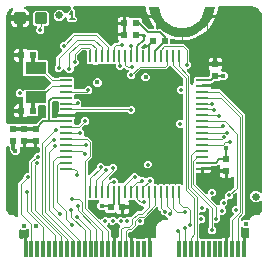
<source format=gtl>
G04 EAGLE Gerber RS-274X export*
G75*
%MOMM*%
%FSLAX34Y34*%
%LPD*%
%INTop Copper*%
%IPPOS*%
%AMOC8*
5,1,8,0,0,1.08239X$1,22.5*%
G01*
%ADD10C,0.127000*%
%ADD11R,1.800000X1.000000*%
%ADD12R,0.600000X0.600000*%
%ADD13C,0.635000*%
%ADD14C,0.300000*%
%ADD15R,0.350000X1.450000*%
%ADD16C,0.352400*%
%ADD17C,0.101600*%
%ADD18R,1.000000X0.220000*%
%ADD19R,0.220000X1.000000*%
%ADD20C,0.406400*%
%ADD21C,0.203200*%
%ADD22C,0.200000*%
%ADD23C,0.114300*%
%ADD24C,0.152400*%

G36*
X177507Y213433D02*
X177507Y213433D01*
X177515Y213458D01*
X178235Y217456D01*
X178231Y217495D01*
X178237Y217533D01*
X178224Y217563D01*
X178221Y217595D01*
X178196Y217625D01*
X178180Y217661D01*
X178153Y217679D01*
X178133Y217704D01*
X178096Y217717D01*
X178064Y217738D01*
X178008Y217747D01*
X178001Y217749D01*
X177997Y217748D01*
X177990Y217749D01*
X169990Y217749D01*
X169926Y217731D01*
X169856Y217710D01*
X169855Y217710D01*
X169810Y217658D01*
X169764Y217605D01*
X169764Y217604D01*
X169743Y217533D01*
X169361Y214671D01*
X168542Y211922D01*
X167303Y209336D01*
X165675Y206975D01*
X163697Y204897D01*
X161419Y203155D01*
X158897Y201791D01*
X156191Y200838D01*
X153371Y200320D01*
X150490Y200249D01*
X147609Y200320D01*
X144789Y200838D01*
X142084Y201791D01*
X139561Y203155D01*
X137283Y204897D01*
X135305Y206975D01*
X133677Y209336D01*
X132438Y211922D01*
X131619Y214671D01*
X131237Y217533D01*
X131210Y217595D01*
X131180Y217661D01*
X131120Y217701D01*
X131064Y217738D01*
X130990Y217749D01*
X130478Y217749D01*
X130469Y217764D01*
X130439Y217792D01*
X130416Y217825D01*
X130324Y217901D01*
X130237Y217982D01*
X130202Y218002D01*
X130171Y218027D01*
X130063Y218078D01*
X129959Y218136D01*
X129920Y218146D01*
X129883Y218163D01*
X129766Y218185D01*
X129651Y218215D01*
X129591Y218219D01*
X129571Y218223D01*
X129570Y218223D01*
X129550Y218221D01*
X129490Y218225D01*
X129372Y218210D01*
X129253Y218203D01*
X129214Y218190D01*
X129174Y218185D01*
X129064Y218142D01*
X128950Y218105D01*
X128916Y218083D01*
X128879Y218068D01*
X128782Y217999D01*
X128682Y217935D01*
X128654Y217905D01*
X128621Y217882D01*
X128545Y217790D01*
X128507Y217749D01*
X122990Y217749D01*
X122953Y217739D01*
X122915Y217738D01*
X122888Y217719D01*
X122856Y217710D01*
X122831Y217681D01*
X122799Y217660D01*
X122786Y217630D01*
X122764Y217605D01*
X122758Y217567D01*
X122743Y217532D01*
X122744Y217474D01*
X122743Y217467D01*
X122744Y217464D01*
X122744Y217458D01*
X123438Y213447D01*
X123442Y213438D01*
X123447Y213411D01*
X124152Y211269D01*
X121403Y211269D01*
X121014Y212492D01*
X120369Y215633D01*
X120245Y216895D01*
X120240Y216919D01*
X120240Y216943D01*
X120213Y217077D01*
X120211Y217087D01*
X120210Y217091D01*
X120208Y217100D01*
X120159Y217285D01*
X120116Y217389D01*
X120081Y217495D01*
X120056Y217535D01*
X120038Y217579D01*
X119971Y217669D01*
X119911Y217764D01*
X119877Y217796D01*
X119849Y217834D01*
X119762Y217905D01*
X119680Y217982D01*
X119638Y218005D01*
X119602Y218035D01*
X119500Y218081D01*
X119401Y218136D01*
X119355Y218147D01*
X119313Y218167D01*
X119202Y218187D01*
X119093Y218215D01*
X119021Y218220D01*
X119000Y218223D01*
X118981Y218222D01*
X118933Y218225D01*
X59257Y218225D01*
X59119Y218208D01*
X58981Y218195D01*
X58962Y218188D01*
X58942Y218185D01*
X58812Y218134D01*
X58682Y218087D01*
X58665Y218076D01*
X58646Y218068D01*
X58533Y217987D01*
X58418Y217909D01*
X58405Y217893D01*
X58389Y217882D01*
X58300Y217774D01*
X58208Y217670D01*
X58199Y217652D01*
X58186Y217637D01*
X58127Y217511D01*
X58063Y217387D01*
X58059Y217367D01*
X58050Y217349D01*
X58024Y217212D01*
X57994Y217077D01*
X57994Y217056D01*
X57990Y217037D01*
X57999Y216898D01*
X58003Y216759D01*
X58009Y216739D01*
X58010Y216719D01*
X58053Y216587D01*
X58092Y216453D01*
X58102Y216436D01*
X58108Y216417D01*
X58183Y216299D01*
X58253Y216179D01*
X58272Y216158D01*
X58278Y216148D01*
X58293Y216134D01*
X58360Y216059D01*
X59523Y214895D01*
X59523Y211074D01*
X59538Y210956D01*
X59546Y210837D01*
X59558Y210799D01*
X59563Y210758D01*
X59607Y210648D01*
X59644Y210535D01*
X59665Y210500D01*
X59680Y210463D01*
X59750Y210367D01*
X59814Y210266D01*
X59843Y210238D01*
X59867Y210205D01*
X59959Y210129D01*
X60045Y210048D01*
X60081Y210028D01*
X60112Y210003D01*
X60220Y209952D01*
X60241Y209940D01*
X61642Y208540D01*
X61642Y206750D01*
X60377Y205485D01*
X54350Y205485D01*
X53085Y206750D01*
X53085Y207713D01*
X53068Y207850D01*
X53055Y207989D01*
X53048Y208008D01*
X53045Y208028D01*
X52994Y208157D01*
X52947Y208288D01*
X52936Y208305D01*
X52928Y208324D01*
X52847Y208436D01*
X52769Y208551D01*
X52753Y208565D01*
X52742Y208581D01*
X52634Y208670D01*
X52530Y208762D01*
X52512Y208771D01*
X52497Y208784D01*
X52371Y208843D01*
X52247Y208906D01*
X52227Y208911D01*
X52209Y208920D01*
X52073Y208946D01*
X51937Y208976D01*
X51916Y208975D01*
X51897Y208979D01*
X51758Y208971D01*
X51619Y208966D01*
X51599Y208961D01*
X51579Y208960D01*
X51447Y208917D01*
X51313Y208878D01*
X51296Y208868D01*
X51277Y208862D01*
X51159Y208787D01*
X51039Y208716D01*
X51018Y208698D01*
X51008Y208691D01*
X50994Y208676D01*
X50919Y208610D01*
X48429Y206120D01*
X44535Y206120D01*
X41782Y208873D01*
X41782Y212767D01*
X44535Y215520D01*
X48429Y215520D01*
X51231Y212717D01*
X51325Y212644D01*
X51414Y212566D01*
X51450Y212547D01*
X51482Y212522D01*
X51592Y212475D01*
X51698Y212421D01*
X51737Y212412D01*
X51774Y212396D01*
X51892Y212377D01*
X52008Y212351D01*
X52048Y212353D01*
X52088Y212346D01*
X52207Y212357D01*
X52326Y212361D01*
X52365Y212372D01*
X52405Y212376D01*
X52517Y212416D01*
X52631Y212449D01*
X52666Y212470D01*
X52704Y212484D01*
X52803Y212551D01*
X52905Y212611D01*
X52950Y212651D01*
X52967Y212662D01*
X52981Y212677D01*
X53026Y212717D01*
X54832Y214523D01*
X56367Y216059D01*
X56452Y216168D01*
X56541Y216275D01*
X56550Y216294D01*
X56562Y216310D01*
X56617Y216437D01*
X56677Y216563D01*
X56680Y216583D01*
X56689Y216602D01*
X56710Y216740D01*
X56736Y216876D01*
X56735Y216896D01*
X56738Y216916D01*
X56725Y217055D01*
X56717Y217193D01*
X56711Y217212D01*
X56709Y217232D01*
X56661Y217364D01*
X56619Y217495D01*
X56608Y217513D01*
X56601Y217532D01*
X56523Y217647D01*
X56449Y217764D01*
X56434Y217778D01*
X56422Y217795D01*
X56318Y217887D01*
X56217Y217982D01*
X56199Y217992D01*
X56184Y218005D01*
X56060Y218069D01*
X55938Y218136D01*
X55919Y218141D01*
X55901Y218150D01*
X55765Y218180D01*
X55630Y218215D01*
X55602Y218217D01*
X55590Y218220D01*
X55570Y218219D01*
X55470Y218225D01*
X18281Y218225D01*
X18131Y218206D01*
X17978Y218189D01*
X17972Y218186D01*
X17965Y218185D01*
X17825Y218130D01*
X17682Y218075D01*
X17676Y218071D01*
X17670Y218068D01*
X17547Y217979D01*
X17422Y217891D01*
X17418Y217885D01*
X17412Y217882D01*
X17316Y217765D01*
X17217Y217648D01*
X17214Y217642D01*
X17210Y217637D01*
X17145Y217499D01*
X17078Y217362D01*
X17077Y217355D01*
X17074Y217349D01*
X17046Y217200D01*
X17015Y217050D01*
X17016Y217043D01*
X17014Y217037D01*
X17024Y216885D01*
X17032Y216732D01*
X17034Y216726D01*
X17034Y216719D01*
X17081Y216574D01*
X17126Y216429D01*
X17130Y216423D01*
X17132Y216417D01*
X17215Y216286D01*
X17294Y216158D01*
X17299Y216154D01*
X17302Y216148D01*
X17414Y216042D01*
X17523Y215938D01*
X17529Y215935D01*
X17534Y215930D01*
X17667Y215857D01*
X17800Y215781D01*
X17809Y215779D01*
X17812Y215776D01*
X17823Y215774D01*
X17952Y215730D01*
X18642Y215545D01*
X19563Y215013D01*
X20315Y214261D01*
X20847Y213340D01*
X21123Y212312D01*
X21123Y210779D01*
X14812Y210779D01*
X14694Y210764D01*
X14575Y210757D01*
X14537Y210744D01*
X14497Y210739D01*
X14386Y210696D01*
X14273Y210659D01*
X14239Y210637D01*
X14201Y210622D01*
X14105Y210553D01*
X14004Y210489D01*
X13976Y210459D01*
X13944Y210436D01*
X13868Y210344D01*
X13786Y210257D01*
X13767Y210222D01*
X13741Y210191D01*
X13690Y210083D01*
X13633Y209979D01*
X13623Y209939D01*
X13605Y209903D01*
X13585Y209796D01*
X13581Y209826D01*
X13537Y209936D01*
X13501Y210049D01*
X13479Y210084D01*
X13464Y210121D01*
X13394Y210217D01*
X13331Y210318D01*
X13301Y210346D01*
X13277Y210379D01*
X13186Y210455D01*
X13099Y210536D01*
X13064Y210556D01*
X13032Y210581D01*
X12925Y210632D01*
X12820Y210690D01*
X12781Y210700D01*
X12745Y210717D01*
X12628Y210739D01*
X12512Y210769D01*
X12452Y210773D01*
X12432Y210777D01*
X12412Y210775D01*
X12352Y210779D01*
X6041Y210779D01*
X6041Y212312D01*
X6317Y213340D01*
X6849Y214261D01*
X7234Y214647D01*
X7331Y214771D01*
X7428Y214895D01*
X7428Y214897D01*
X7429Y214898D01*
X7491Y215041D01*
X7555Y215187D01*
X7555Y215188D01*
X7556Y215190D01*
X7582Y215353D01*
X7605Y215501D01*
X7605Y215502D01*
X7606Y215504D01*
X7590Y215664D01*
X7576Y215818D01*
X7576Y215819D01*
X7576Y215821D01*
X7523Y215966D01*
X7470Y216117D01*
X7469Y216119D01*
X7468Y216120D01*
X7383Y216246D01*
X7292Y216381D01*
X7290Y216382D01*
X7290Y216383D01*
X7172Y216487D01*
X7054Y216592D01*
X7052Y216593D01*
X7051Y216594D01*
X6909Y216666D01*
X6771Y216737D01*
X6769Y216737D01*
X6768Y216738D01*
X6614Y216773D01*
X6461Y216808D01*
X6459Y216808D01*
X6458Y216808D01*
X6302Y216803D01*
X6143Y216799D01*
X6141Y216798D01*
X6140Y216798D01*
X5983Y216753D01*
X5837Y216711D01*
X5835Y216710D01*
X5834Y216710D01*
X5831Y216708D01*
X5693Y216638D01*
X4509Y215942D01*
X4444Y215892D01*
X4373Y215850D01*
X4318Y215795D01*
X4257Y215747D01*
X4207Y215683D01*
X4149Y215624D01*
X4065Y215501D01*
X4062Y215496D01*
X4061Y215495D01*
X4058Y215491D01*
X2224Y212372D01*
X2223Y212371D01*
X2222Y212370D01*
X2159Y212223D01*
X2098Y212080D01*
X2098Y212079D01*
X2097Y212077D01*
X2063Y211920D01*
X1789Y210123D01*
X1789Y210107D01*
X1785Y210092D01*
X1775Y209932D01*
X1775Y119721D01*
X1792Y119583D01*
X1805Y119445D01*
X1812Y119426D01*
X1815Y119406D01*
X1866Y119276D01*
X1913Y119146D01*
X1924Y119129D01*
X1932Y119110D01*
X2013Y118998D01*
X2091Y118882D01*
X2107Y118869D01*
X2118Y118853D01*
X2225Y118764D01*
X2330Y118672D01*
X2348Y118663D01*
X2363Y118650D01*
X2489Y118591D01*
X2613Y118527D01*
X2633Y118523D01*
X2651Y118514D01*
X2787Y118488D01*
X2923Y118458D01*
X2944Y118458D01*
X2963Y118455D01*
X3102Y118463D01*
X3241Y118467D01*
X3261Y118473D01*
X3281Y118474D01*
X3413Y118517D01*
X3547Y118556D01*
X3564Y118566D01*
X3583Y118572D01*
X3701Y118647D01*
X3821Y118717D01*
X3842Y118736D01*
X3852Y118743D01*
X3866Y118757D01*
X3942Y118824D01*
X4036Y118919D01*
X11300Y118919D01*
X11417Y118801D01*
X11512Y118728D01*
X11601Y118649D01*
X11637Y118631D01*
X11669Y118606D01*
X11778Y118559D01*
X11884Y118504D01*
X11923Y118496D01*
X11961Y118480D01*
X12078Y118461D01*
X12194Y118435D01*
X12235Y118436D01*
X12275Y118430D01*
X12393Y118441D01*
X12512Y118444D01*
X12551Y118456D01*
X12591Y118459D01*
X12703Y118500D01*
X12818Y118533D01*
X12853Y118553D01*
X12891Y118567D01*
X12989Y118634D01*
X13092Y118694D01*
X13137Y118734D01*
X13154Y118746D01*
X13167Y118761D01*
X13212Y118801D01*
X13436Y119025D01*
X20700Y119025D01*
X20926Y118798D01*
X21021Y118725D01*
X21110Y118646D01*
X21146Y118628D01*
X21178Y118603D01*
X21287Y118556D01*
X21393Y118501D01*
X21432Y118493D01*
X21470Y118477D01*
X21587Y118458D01*
X21703Y118432D01*
X21744Y118433D01*
X21784Y118427D01*
X21902Y118438D01*
X22021Y118441D01*
X22060Y118453D01*
X22100Y118456D01*
X22212Y118497D01*
X22327Y118530D01*
X22362Y118550D01*
X22400Y118564D01*
X22498Y118631D01*
X22601Y118691D01*
X22646Y118731D01*
X22663Y118743D01*
X22676Y118758D01*
X22721Y118798D01*
X22948Y119025D01*
X26986Y119025D01*
X27084Y119037D01*
X27183Y119040D01*
X27241Y119057D01*
X27301Y119065D01*
X27393Y119101D01*
X27489Y119129D01*
X27541Y119159D01*
X27597Y119182D01*
X27677Y119240D01*
X27763Y119290D01*
X27838Y119356D01*
X27854Y119368D01*
X27862Y119378D01*
X27883Y119396D01*
X30168Y121681D01*
X32028Y123541D01*
X33892Y123541D01*
X34010Y123556D01*
X34129Y123563D01*
X34167Y123576D01*
X34208Y123581D01*
X34318Y123624D01*
X34431Y123661D01*
X34466Y123683D01*
X34503Y123698D01*
X34599Y123767D01*
X34700Y123831D01*
X34728Y123861D01*
X34761Y123884D01*
X34837Y123976D01*
X34918Y124063D01*
X34938Y124098D01*
X34963Y124129D01*
X35014Y124237D01*
X35072Y124341D01*
X35082Y124381D01*
X35099Y124417D01*
X35121Y124534D01*
X35151Y124649D01*
X35155Y124709D01*
X35159Y124729D01*
X35157Y124750D01*
X35161Y124810D01*
X35161Y133376D01*
X35146Y133494D01*
X35139Y133613D01*
X35126Y133651D01*
X35121Y133692D01*
X35078Y133802D01*
X35041Y133915D01*
X35019Y133950D01*
X35004Y133987D01*
X34935Y134083D01*
X34871Y134184D01*
X34841Y134212D01*
X34818Y134245D01*
X34726Y134321D01*
X34639Y134402D01*
X34604Y134422D01*
X34573Y134447D01*
X34465Y134498D01*
X34361Y134556D01*
X34321Y134566D01*
X34285Y134583D01*
X34168Y134605D01*
X34053Y134635D01*
X33993Y134639D01*
X33973Y134643D01*
X33952Y134641D01*
X33892Y134645D01*
X29844Y134645D01*
X29726Y134630D01*
X29607Y134623D01*
X29569Y134610D01*
X29528Y134605D01*
X29418Y134562D01*
X29305Y134525D01*
X29270Y134503D01*
X29233Y134488D01*
X29137Y134419D01*
X29036Y134355D01*
X29008Y134325D01*
X28975Y134302D01*
X28899Y134210D01*
X28818Y134123D01*
X28798Y134088D01*
X28773Y134057D01*
X28722Y133949D01*
X28664Y133845D01*
X28654Y133805D01*
X28637Y133769D01*
X28615Y133652D01*
X28585Y133537D01*
X28581Y133477D01*
X28577Y133457D01*
X28579Y133436D01*
X28575Y133376D01*
X28575Y126138D01*
X27682Y125245D01*
X20295Y125245D01*
X20199Y125294D01*
X20160Y125303D01*
X20123Y125319D01*
X20005Y125338D01*
X19889Y125364D01*
X19849Y125363D01*
X19809Y125369D01*
X19690Y125358D01*
X19571Y125354D01*
X19532Y125343D01*
X19492Y125339D01*
X19380Y125299D01*
X19266Y125266D01*
X19231Y125245D01*
X19193Y125232D01*
X19094Y125165D01*
X18992Y125104D01*
X18947Y125064D01*
X18930Y125053D01*
X18916Y125038D01*
X18871Y124998D01*
X18610Y124737D01*
X18031Y124402D01*
X17384Y124229D01*
X15549Y124229D01*
X15549Y129540D01*
X15534Y129658D01*
X15527Y129777D01*
X15525Y129784D01*
X15539Y129840D01*
X15543Y129900D01*
X15547Y129920D01*
X15545Y129940D01*
X15549Y130000D01*
X15549Y135513D01*
X15583Y135537D01*
X15684Y135601D01*
X15712Y135631D01*
X15745Y135654D01*
X15821Y135746D01*
X15902Y135833D01*
X15922Y135868D01*
X15947Y135899D01*
X15998Y136007D01*
X16056Y136111D01*
X16066Y136151D01*
X16083Y136187D01*
X16105Y136304D01*
X16135Y136419D01*
X16139Y136479D01*
X16143Y136499D01*
X16141Y136520D01*
X16145Y136580D01*
X16145Y140139D01*
X16128Y140278D01*
X16115Y140416D01*
X16108Y140435D01*
X16105Y140454D01*
X16054Y140584D01*
X16007Y140715D01*
X15996Y140732D01*
X15988Y140750D01*
X15906Y140863D01*
X15828Y140978D01*
X15813Y140991D01*
X15802Y141007D01*
X15694Y141096D01*
X15590Y141189D01*
X15572Y141198D01*
X15557Y141210D01*
X15430Y141270D01*
X15306Y141333D01*
X15287Y141337D01*
X15269Y141346D01*
X15132Y141372D01*
X14996Y141402D01*
X14976Y141402D01*
X14957Y141406D01*
X14817Y141397D01*
X14678Y141393D01*
X14659Y141387D01*
X14639Y141386D01*
X14625Y141381D01*
X11601Y141381D01*
X9675Y143307D01*
X9675Y146029D01*
X11601Y147955D01*
X14323Y147955D01*
X14913Y147365D01*
X15007Y147292D01*
X15097Y147213D01*
X15133Y147195D01*
X15165Y147170D01*
X15274Y147123D01*
X15380Y147068D01*
X15419Y147060D01*
X15457Y147043D01*
X15574Y147025D01*
X15690Y146999D01*
X15731Y147000D01*
X15771Y146994D01*
X15889Y147005D01*
X16008Y147008D01*
X16047Y147020D01*
X16087Y147023D01*
X16199Y147064D01*
X16314Y147097D01*
X16348Y147117D01*
X16387Y147131D01*
X16485Y147198D01*
X16588Y147258D01*
X16633Y147298D01*
X16650Y147310D01*
X16663Y147325D01*
X16708Y147365D01*
X17038Y147695D01*
X33604Y147695D01*
X33702Y147707D01*
X33802Y147710D01*
X33860Y147727D01*
X33920Y147735D01*
X34012Y147771D01*
X34107Y147799D01*
X34159Y147829D01*
X34216Y147852D01*
X34296Y147910D01*
X34381Y147960D01*
X34456Y148026D01*
X34473Y148038D01*
X34481Y148048D01*
X34502Y148066D01*
X37906Y151470D01*
X39208Y152773D01*
X39281Y152867D01*
X39360Y152956D01*
X39378Y152992D01*
X39403Y153024D01*
X39450Y153133D01*
X39504Y153239D01*
X39513Y153278D01*
X39529Y153316D01*
X39548Y153433D01*
X39574Y153549D01*
X39573Y153590D01*
X39579Y153630D01*
X39568Y153748D01*
X39564Y153867D01*
X39553Y153906D01*
X39549Y153946D01*
X39509Y154058D01*
X39476Y154173D01*
X39455Y154208D01*
X39442Y154246D01*
X39375Y154344D01*
X39314Y154447D01*
X39274Y154492D01*
X39263Y154509D01*
X39248Y154522D01*
X39208Y154568D01*
X38246Y155529D01*
X38246Y155530D01*
X34502Y159274D01*
X34424Y159334D01*
X34351Y159402D01*
X34298Y159431D01*
X34251Y159468D01*
X34160Y159508D01*
X34073Y159556D01*
X34014Y159571D01*
X33959Y159595D01*
X33861Y159610D01*
X33765Y159635D01*
X33665Y159641D01*
X33645Y159645D01*
X33632Y159643D01*
X33604Y159645D01*
X17038Y159645D01*
X16145Y160538D01*
X16145Y170260D01*
X16130Y170378D01*
X16123Y170497D01*
X16110Y170535D01*
X16105Y170576D01*
X16062Y170686D01*
X16025Y170799D01*
X16003Y170834D01*
X15988Y170871D01*
X15919Y170967D01*
X15855Y171068D01*
X15825Y171096D01*
X15802Y171129D01*
X15710Y171205D01*
X15623Y171286D01*
X15588Y171306D01*
X15557Y171331D01*
X15549Y171335D01*
X15549Y176840D01*
X15534Y176958D01*
X15527Y177077D01*
X15525Y177084D01*
X15539Y177140D01*
X15543Y177200D01*
X15547Y177220D01*
X15545Y177240D01*
X15549Y177300D01*
X15549Y182611D01*
X17384Y182611D01*
X18031Y182438D01*
X18610Y182103D01*
X18871Y181842D01*
X18965Y181769D01*
X19054Y181690D01*
X19090Y181672D01*
X19122Y181647D01*
X19232Y181600D01*
X19338Y181546D01*
X19377Y181537D01*
X19414Y181521D01*
X19532Y181502D01*
X19648Y181476D01*
X19688Y181477D01*
X19728Y181471D01*
X19847Y181482D01*
X19966Y181486D01*
X20005Y181497D01*
X20045Y181501D01*
X20157Y181541D01*
X20271Y181574D01*
X20306Y181595D01*
X27682Y181595D01*
X28575Y180702D01*
X28575Y173964D01*
X28590Y173846D01*
X28597Y173727D01*
X28610Y173689D01*
X28615Y173648D01*
X28658Y173538D01*
X28695Y173425D01*
X28717Y173390D01*
X28732Y173353D01*
X28801Y173257D01*
X28865Y173156D01*
X28895Y173128D01*
X28918Y173095D01*
X29010Y173019D01*
X29097Y172938D01*
X29132Y172918D01*
X29163Y172893D01*
X29271Y172842D01*
X29375Y172784D01*
X29415Y172774D01*
X29451Y172757D01*
X29568Y172735D01*
X29683Y172705D01*
X29743Y172701D01*
X29763Y172697D01*
X29784Y172699D01*
X29844Y172695D01*
X36302Y172695D01*
X37195Y171802D01*
X37195Y162856D01*
X37207Y162758D01*
X37210Y162658D01*
X37227Y162600D01*
X37235Y162540D01*
X37271Y162448D01*
X37299Y162353D01*
X37329Y162301D01*
X37352Y162244D01*
X37410Y162164D01*
X37460Y162079D01*
X37526Y162004D01*
X37538Y161987D01*
X37548Y161979D01*
X37566Y161958D01*
X41120Y158404D01*
X41198Y158344D01*
X41271Y158276D01*
X41324Y158247D01*
X41371Y158210D01*
X41462Y158170D01*
X41549Y158122D01*
X41608Y158107D01*
X41663Y158083D01*
X41761Y158068D01*
X41857Y158043D01*
X41957Y158037D01*
X41977Y158033D01*
X41990Y158035D01*
X42018Y158033D01*
X45751Y158033D01*
X45849Y158045D01*
X45948Y158048D01*
X46006Y158065D01*
X46066Y158073D01*
X46158Y158109D01*
X46253Y158137D01*
X46306Y158167D01*
X46362Y158190D01*
X46442Y158248D01*
X46527Y158298D01*
X46603Y158364D01*
X46619Y158376D01*
X46627Y158386D01*
X46648Y158404D01*
X46868Y158625D01*
X58132Y158625D01*
X59025Y157732D01*
X59025Y154240D01*
X59002Y154214D01*
X58984Y154178D01*
X58959Y154146D01*
X58911Y154037D01*
X58857Y153931D01*
X58849Y153891D01*
X58833Y153854D01*
X58814Y153736D01*
X58788Y153621D01*
X58789Y153580D01*
X58783Y153540D01*
X58794Y153421D01*
X58797Y153303D01*
X58809Y153264D01*
X58812Y153224D01*
X58853Y153111D01*
X58886Y152997D01*
X58906Y152962D01*
X58920Y152924D01*
X58987Y152826D01*
X59025Y152762D01*
X59025Y149302D01*
X59040Y149184D01*
X59047Y149065D01*
X59060Y149027D01*
X59065Y148986D01*
X59108Y148876D01*
X59145Y148763D01*
X59167Y148728D01*
X59182Y148691D01*
X59251Y148595D01*
X59315Y148494D01*
X59345Y148466D01*
X59368Y148433D01*
X59460Y148357D01*
X59547Y148276D01*
X59582Y148256D01*
X59613Y148231D01*
X59721Y148180D01*
X59825Y148122D01*
X59865Y148112D01*
X59901Y148095D01*
X60018Y148073D01*
X60133Y148043D01*
X60193Y148039D01*
X60213Y148035D01*
X60234Y148037D01*
X60294Y148033D01*
X66659Y148033D01*
X66757Y148045D01*
X66856Y148048D01*
X66914Y148065D01*
X66974Y148073D01*
X67066Y148109D01*
X67162Y148137D01*
X67214Y148167D01*
X67270Y148190D01*
X67350Y148248D01*
X67435Y148298D01*
X67511Y148364D01*
X67527Y148376D01*
X67535Y148386D01*
X67556Y148404D01*
X69759Y150607D01*
X72481Y150607D01*
X74407Y148681D01*
X74407Y145959D01*
X72481Y144033D01*
X71234Y144033D01*
X71136Y144021D01*
X71037Y144018D01*
X70978Y144001D01*
X70918Y143993D01*
X70852Y143967D01*
X60294Y143967D01*
X60176Y143952D01*
X60057Y143945D01*
X60019Y143932D01*
X59978Y143927D01*
X59868Y143884D01*
X59755Y143847D01*
X59720Y143825D01*
X59683Y143810D01*
X59587Y143741D01*
X59486Y143677D01*
X59458Y143647D01*
X59425Y143624D01*
X59349Y143532D01*
X59268Y143445D01*
X59248Y143410D01*
X59223Y143379D01*
X59172Y143271D01*
X59114Y143167D01*
X59104Y143127D01*
X59087Y143091D01*
X59065Y142974D01*
X59035Y142859D01*
X59031Y142799D01*
X59027Y142779D01*
X59029Y142758D01*
X59025Y142698D01*
X59025Y141056D01*
X59040Y140938D01*
X59047Y140819D01*
X59060Y140781D01*
X59065Y140740D01*
X59108Y140630D01*
X59145Y140517D01*
X59167Y140482D01*
X59182Y140445D01*
X59251Y140349D01*
X59315Y140248D01*
X59345Y140220D01*
X59368Y140187D01*
X59460Y140111D01*
X59547Y140030D01*
X59582Y140010D01*
X59613Y139985D01*
X59721Y139934D01*
X59825Y139876D01*
X59865Y139866D01*
X59901Y139849D01*
X60018Y139827D01*
X60133Y139797D01*
X60193Y139793D01*
X60213Y139789D01*
X60234Y139791D01*
X60294Y139787D01*
X63361Y139787D01*
X65287Y137861D01*
X65287Y135121D01*
X65263Y135090D01*
X65174Y134983D01*
X65165Y134964D01*
X65153Y134948D01*
X65097Y134820D01*
X65038Y134695D01*
X65034Y134675D01*
X65026Y134656D01*
X65005Y134519D01*
X64978Y134382D01*
X64980Y134362D01*
X64977Y134342D01*
X64990Y134204D01*
X64998Y134065D01*
X65004Y134046D01*
X65006Y134026D01*
X65053Y133895D01*
X65096Y133763D01*
X65107Y133745D01*
X65114Y133726D01*
X65192Y133611D01*
X65266Y133494D01*
X65281Y133480D01*
X65292Y133463D01*
X65397Y133371D01*
X65498Y133276D01*
X65516Y133266D01*
X65531Y133253D01*
X65655Y133190D01*
X65776Y133122D01*
X65796Y133117D01*
X65814Y133108D01*
X65950Y133078D01*
X66084Y133043D01*
X66112Y133041D01*
X66124Y133038D01*
X66145Y133039D01*
X66245Y133033D01*
X104459Y133033D01*
X104557Y133045D01*
X104656Y133048D01*
X104714Y133065D01*
X104774Y133073D01*
X104866Y133109D01*
X104962Y133137D01*
X105014Y133167D01*
X105070Y133190D01*
X105150Y133248D01*
X105235Y133298D01*
X105311Y133364D01*
X105327Y133376D01*
X105335Y133386D01*
X105356Y133404D01*
X106039Y134087D01*
X108761Y134087D01*
X110687Y132161D01*
X110687Y129439D01*
X108761Y127513D01*
X106039Y127513D01*
X104956Y128596D01*
X104878Y128656D01*
X104806Y128724D01*
X104753Y128753D01*
X104705Y128790D01*
X104614Y128830D01*
X104527Y128878D01*
X104469Y128893D01*
X104413Y128917D01*
X104315Y128932D01*
X104220Y128957D01*
X104119Y128963D01*
X104099Y128967D01*
X104087Y128965D01*
X104059Y128967D01*
X61284Y128967D01*
X61159Y128951D01*
X61034Y128942D01*
X61002Y128932D01*
X60969Y128927D01*
X60852Y128881D01*
X60732Y128841D01*
X60704Y128823D01*
X60673Y128810D01*
X60571Y128737D01*
X60466Y128668D01*
X60443Y128643D01*
X60416Y128624D01*
X60335Y128527D01*
X60250Y128434D01*
X60234Y128405D01*
X60213Y128379D01*
X60159Y128265D01*
X60100Y128154D01*
X60092Y128121D01*
X60077Y128091D01*
X60054Y127968D01*
X60023Y127845D01*
X60024Y127812D01*
X60017Y127779D01*
X60025Y127653D01*
X60026Y127527D01*
X60036Y127479D01*
X60037Y127461D01*
X60041Y127450D01*
X60041Y127269D01*
X52500Y127269D01*
X44959Y127269D01*
X44959Y127434D01*
X45132Y128081D01*
X45467Y128660D01*
X45603Y128797D01*
X45664Y128875D01*
X45732Y128947D01*
X45761Y129000D01*
X45798Y129048D01*
X45838Y129139D01*
X45886Y129225D01*
X45901Y129284D01*
X45925Y129340D01*
X45940Y129437D01*
X45965Y129533D01*
X45971Y129634D01*
X45975Y129654D01*
X45973Y129666D01*
X45975Y129694D01*
X45975Y132760D01*
X45998Y132786D01*
X46016Y132822D01*
X46041Y132854D01*
X46089Y132963D01*
X46143Y133069D01*
X46151Y133109D01*
X46167Y133146D01*
X46186Y133264D01*
X46212Y133379D01*
X46211Y133420D01*
X46217Y133460D01*
X46206Y133579D01*
X46203Y133697D01*
X46191Y133736D01*
X46188Y133776D01*
X46147Y133889D01*
X46114Y134003D01*
X46094Y134038D01*
X46080Y134076D01*
X46013Y134174D01*
X45975Y134238D01*
X45975Y137190D01*
X45960Y137308D01*
X45953Y137427D01*
X45940Y137465D01*
X45935Y137506D01*
X45892Y137616D01*
X45855Y137729D01*
X45833Y137764D01*
X45818Y137801D01*
X45749Y137897D01*
X45685Y137998D01*
X45655Y138026D01*
X45632Y138059D01*
X45540Y138135D01*
X45453Y138216D01*
X45418Y138236D01*
X45387Y138261D01*
X45279Y138312D01*
X45175Y138370D01*
X45135Y138380D01*
X45099Y138397D01*
X44982Y138419D01*
X44867Y138449D01*
X44807Y138453D01*
X44787Y138457D01*
X44766Y138455D01*
X44706Y138459D01*
X42078Y138459D01*
X41980Y138447D01*
X41881Y138444D01*
X41823Y138427D01*
X41763Y138419D01*
X41671Y138383D01*
X41575Y138355D01*
X41523Y138325D01*
X41467Y138302D01*
X41387Y138244D01*
X41302Y138194D01*
X41226Y138128D01*
X41210Y138116D01*
X41202Y138106D01*
X41181Y138088D01*
X40614Y137521D01*
X40554Y137443D01*
X40486Y137371D01*
X40457Y137318D01*
X40420Y137270D01*
X40380Y137179D01*
X40332Y137092D01*
X40317Y137034D01*
X40293Y136978D01*
X40278Y136880D01*
X40253Y136785D01*
X40247Y136684D01*
X40243Y136664D01*
X40245Y136652D01*
X40243Y136624D01*
X40243Y124810D01*
X40258Y124692D01*
X40265Y124573D01*
X40278Y124535D01*
X40283Y124494D01*
X40326Y124384D01*
X40363Y124271D01*
X40385Y124236D01*
X40400Y124199D01*
X40469Y124103D01*
X40533Y124002D01*
X40563Y123974D01*
X40586Y123941D01*
X40678Y123865D01*
X40765Y123784D01*
X40800Y123764D01*
X40831Y123739D01*
X40939Y123688D01*
X41043Y123630D01*
X41083Y123620D01*
X41119Y123603D01*
X41236Y123581D01*
X41351Y123551D01*
X41411Y123547D01*
X41431Y123543D01*
X41452Y123545D01*
X41512Y123541D01*
X43690Y123541D01*
X43808Y123556D01*
X43927Y123563D01*
X43965Y123576D01*
X44006Y123581D01*
X44116Y123624D01*
X44229Y123661D01*
X44264Y123683D01*
X44301Y123698D01*
X44397Y123767D01*
X44498Y123831D01*
X44526Y123861D01*
X44559Y123884D01*
X44635Y123976D01*
X44716Y124063D01*
X44736Y124098D01*
X44761Y124129D01*
X44812Y124237D01*
X44870Y124341D01*
X44880Y124381D01*
X44897Y124417D01*
X44919Y124534D01*
X44949Y124649D01*
X44953Y124709D01*
X44957Y124729D01*
X44957Y124731D01*
X52500Y124731D01*
X60041Y124731D01*
X60041Y124566D01*
X59868Y123919D01*
X59533Y123340D01*
X59397Y123203D01*
X59336Y123125D01*
X59268Y123053D01*
X59239Y123000D01*
X59202Y122952D01*
X59162Y122861D01*
X59114Y122775D01*
X59099Y122716D01*
X59075Y122660D01*
X59060Y122563D01*
X59035Y122467D01*
X59029Y122366D01*
X59025Y122346D01*
X59027Y122334D01*
X59025Y122306D01*
X59025Y119302D01*
X59040Y119184D01*
X59047Y119065D01*
X59060Y119027D01*
X59065Y118986D01*
X59108Y118876D01*
X59145Y118763D01*
X59167Y118728D01*
X59182Y118691D01*
X59251Y118595D01*
X59315Y118494D01*
X59345Y118466D01*
X59368Y118433D01*
X59460Y118357D01*
X59547Y118276D01*
X59582Y118256D01*
X59613Y118231D01*
X59721Y118180D01*
X59825Y118122D01*
X59865Y118112D01*
X59901Y118095D01*
X60018Y118073D01*
X60133Y118043D01*
X60193Y118039D01*
X60213Y118035D01*
X60234Y118037D01*
X60294Y118033D01*
X62054Y118033D01*
X62152Y118045D01*
X62251Y118048D01*
X62310Y118065D01*
X62370Y118073D01*
X62462Y118109D01*
X62557Y118137D01*
X62609Y118167D01*
X62665Y118190D01*
X62746Y118248D01*
X62831Y118298D01*
X62906Y118364D01*
X62923Y118376D01*
X62931Y118386D01*
X62952Y118404D01*
X64922Y120374D01*
X64982Y120453D01*
X65050Y120525D01*
X65079Y120578D01*
X65116Y120626D01*
X65156Y120716D01*
X65204Y120803D01*
X65219Y120862D01*
X65243Y120917D01*
X65258Y121015D01*
X65283Y121111D01*
X65289Y121211D01*
X65293Y121231D01*
X65291Y121244D01*
X65293Y121272D01*
X65293Y122519D01*
X67219Y124445D01*
X69941Y124445D01*
X71867Y122519D01*
X71867Y119797D01*
X69941Y117871D01*
X68694Y117871D01*
X68596Y117859D01*
X68497Y117856D01*
X68438Y117839D01*
X68378Y117831D01*
X68286Y117795D01*
X68191Y117767D01*
X68139Y117737D01*
X68083Y117714D01*
X68002Y117656D01*
X67917Y117606D01*
X67842Y117540D01*
X67825Y117528D01*
X67817Y117518D01*
X67796Y117500D01*
X66120Y115823D01*
X66047Y115729D01*
X65968Y115640D01*
X65950Y115604D01*
X65925Y115572D01*
X65878Y115462D01*
X65824Y115357D01*
X65815Y115317D01*
X65799Y115280D01*
X65780Y115162D01*
X65754Y115046D01*
X65755Y115006D01*
X65749Y114966D01*
X65760Y114847D01*
X65764Y114728D01*
X65775Y114690D01*
X65779Y114649D01*
X65819Y114537D01*
X65852Y114423D01*
X65872Y114388D01*
X65886Y114350D01*
X65953Y114251D01*
X66014Y114149D01*
X66053Y114104D01*
X66065Y114087D01*
X66080Y114073D01*
X66120Y114028D01*
X67787Y112361D01*
X67787Y109302D01*
X67802Y109184D01*
X67809Y109065D01*
X67822Y109027D01*
X67827Y108986D01*
X67870Y108876D01*
X67907Y108763D01*
X67929Y108728D01*
X67944Y108691D01*
X68013Y108595D01*
X68077Y108494D01*
X68107Y108466D01*
X68130Y108433D01*
X68222Y108357D01*
X68309Y108276D01*
X68344Y108256D01*
X68375Y108231D01*
X68483Y108180D01*
X68587Y108122D01*
X68627Y108112D01*
X68663Y108095D01*
X68780Y108073D01*
X68895Y108043D01*
X68955Y108039D01*
X68975Y108035D01*
X68996Y108037D01*
X69056Y108033D01*
X70642Y108033D01*
X74533Y104142D01*
X74533Y90606D01*
X72970Y89044D01*
X71134Y87208D01*
X71074Y87130D01*
X71006Y87057D01*
X70977Y87004D01*
X70940Y86957D01*
X70900Y86866D01*
X70852Y86779D01*
X70837Y86720D01*
X70813Y86665D01*
X70798Y86567D01*
X70773Y86471D01*
X70767Y86371D01*
X70763Y86351D01*
X70765Y86338D01*
X70763Y86310D01*
X70763Y76953D01*
X70780Y76816D01*
X70793Y76677D01*
X70800Y76658D01*
X70803Y76638D01*
X70854Y76509D01*
X70901Y76378D01*
X70912Y76361D01*
X70920Y76342D01*
X71001Y76230D01*
X71079Y76115D01*
X71095Y76101D01*
X71106Y76085D01*
X71214Y75996D01*
X71318Y75904D01*
X71336Y75895D01*
X71351Y75882D01*
X71477Y75823D01*
X71601Y75760D01*
X71621Y75755D01*
X71639Y75747D01*
X71775Y75720D01*
X71911Y75690D01*
X71932Y75691D01*
X71951Y75687D01*
X72090Y75695D01*
X72229Y75700D01*
X72249Y75705D01*
X72269Y75707D01*
X72401Y75749D01*
X72535Y75788D01*
X72552Y75798D01*
X72571Y75805D01*
X72689Y75879D01*
X72809Y75950D01*
X72830Y75968D01*
X72840Y75975D01*
X72854Y75990D01*
X72929Y76056D01*
X77876Y81002D01*
X77936Y81080D01*
X78004Y81152D01*
X78033Y81205D01*
X78070Y81253D01*
X78110Y81344D01*
X78158Y81431D01*
X78173Y81489D01*
X78197Y81545D01*
X78212Y81643D01*
X78237Y81739D01*
X78243Y81839D01*
X78247Y81859D01*
X78245Y81872D01*
X78247Y81900D01*
X78247Y83403D01*
X80173Y85329D01*
X82895Y85329D01*
X84810Y83414D01*
X84888Y83354D01*
X84960Y83286D01*
X85013Y83257D01*
X85061Y83220D01*
X85152Y83180D01*
X85239Y83132D01*
X85297Y83117D01*
X85353Y83093D01*
X85451Y83078D01*
X85546Y83053D01*
X85647Y83047D01*
X85667Y83043D01*
X85679Y83045D01*
X85707Y83043D01*
X87566Y83043D01*
X87601Y83027D01*
X87707Y82973D01*
X87746Y82964D01*
X87784Y82948D01*
X87901Y82930D01*
X88017Y82904D01*
X88058Y82905D01*
X88098Y82899D01*
X88216Y82910D01*
X88335Y82913D01*
X88374Y82925D01*
X88414Y82928D01*
X88526Y82969D01*
X88641Y83002D01*
X88676Y83022D01*
X88714Y83036D01*
X88812Y83103D01*
X88915Y83163D01*
X88960Y83203D01*
X88977Y83215D01*
X88990Y83230D01*
X89036Y83270D01*
X90841Y85075D01*
X93563Y85075D01*
X95489Y83149D01*
X95489Y80427D01*
X94670Y79608D01*
X94609Y79530D01*
X94541Y79457D01*
X94512Y79404D01*
X94475Y79357D01*
X94446Y79290D01*
X88761Y73605D01*
X88676Y73495D01*
X88588Y73388D01*
X88579Y73370D01*
X88567Y73354D01*
X88511Y73226D01*
X88452Y73100D01*
X88448Y73081D01*
X88440Y73062D01*
X88418Y72924D01*
X88392Y72788D01*
X88394Y72768D01*
X88390Y72748D01*
X88403Y72609D01*
X88412Y72471D01*
X88418Y72451D01*
X88420Y72431D01*
X88467Y72300D01*
X88510Y72168D01*
X88521Y72151D01*
X88528Y72132D01*
X88606Y72017D01*
X88680Y71899D01*
X88695Y71885D01*
X88706Y71869D01*
X88811Y71777D01*
X88912Y71681D01*
X88930Y71672D01*
X88945Y71658D01*
X89069Y71595D01*
X89190Y71528D01*
X89210Y71523D01*
X89228Y71514D01*
X89364Y71483D01*
X89498Y71448D01*
X89526Y71447D01*
X89538Y71444D01*
X89559Y71445D01*
X89659Y71438D01*
X89886Y71438D01*
X89985Y71451D01*
X90084Y71454D01*
X90142Y71470D01*
X90202Y71478D01*
X90294Y71514D01*
X90389Y71542D01*
X90441Y71573D01*
X90498Y71595D01*
X90578Y71653D01*
X90663Y71704D01*
X90738Y71770D01*
X90755Y71782D01*
X90763Y71791D01*
X90784Y71810D01*
X91603Y72629D01*
X94325Y72629D01*
X96251Y70703D01*
X96251Y69810D01*
X96266Y69692D01*
X96273Y69573D01*
X96286Y69535D01*
X96291Y69494D01*
X96334Y69384D01*
X96371Y69271D01*
X96393Y69236D01*
X96408Y69199D01*
X96477Y69103D01*
X96541Y69002D01*
X96571Y68974D01*
X96594Y68941D01*
X96686Y68865D01*
X96773Y68784D01*
X96808Y68764D01*
X96839Y68739D01*
X96947Y68688D01*
X97051Y68630D01*
X97091Y68620D01*
X97127Y68603D01*
X97244Y68581D01*
X97359Y68551D01*
X97419Y68547D01*
X97439Y68543D01*
X97460Y68545D01*
X97520Y68541D01*
X98934Y68541D01*
X99217Y68465D01*
X99322Y68451D01*
X99425Y68428D01*
X99478Y68429D01*
X99532Y68422D01*
X99637Y68434D01*
X99742Y68437D01*
X99794Y68452D01*
X99848Y68458D01*
X99946Y68496D01*
X100048Y68526D01*
X100094Y68553D01*
X100145Y68572D01*
X100231Y68634D01*
X100322Y68687D01*
X100386Y68744D01*
X100404Y68756D01*
X100414Y68768D01*
X100443Y68794D01*
X106144Y74494D01*
X106204Y74573D01*
X106272Y74645D01*
X106301Y74698D01*
X106338Y74746D01*
X106378Y74837D01*
X106395Y74867D01*
X108738Y77211D01*
X111882Y77211D01*
X114248Y74844D01*
X114262Y74811D01*
X114331Y74715D01*
X114395Y74614D01*
X114425Y74586D01*
X114448Y74553D01*
X114540Y74477D01*
X114627Y74396D01*
X114662Y74376D01*
X114693Y74351D01*
X114801Y74300D01*
X114905Y74242D01*
X114945Y74232D01*
X114981Y74215D01*
X115098Y74193D01*
X115213Y74163D01*
X115273Y74159D01*
X115293Y74155D01*
X115314Y74157D01*
X115374Y74153D01*
X117947Y74153D01*
X118991Y73110D01*
X119085Y73037D01*
X119174Y72958D01*
X119210Y72940D01*
X119242Y72915D01*
X119351Y72867D01*
X119457Y72813D01*
X119496Y72804D01*
X119534Y72788D01*
X119651Y72770D01*
X119767Y72744D01*
X119808Y72745D01*
X119848Y72739D01*
X119966Y72750D01*
X120085Y72753D01*
X120124Y72765D01*
X120164Y72768D01*
X120276Y72809D01*
X120391Y72842D01*
X120426Y72862D01*
X120464Y72876D01*
X120562Y72943D01*
X120665Y73003D01*
X120710Y73043D01*
X120727Y73055D01*
X120740Y73070D01*
X120786Y73110D01*
X121829Y74153D01*
X124551Y74153D01*
X126477Y72227D01*
X126477Y69451D01*
X126469Y69440D01*
X126413Y69312D01*
X126354Y69187D01*
X126350Y69167D01*
X126342Y69148D01*
X126321Y69011D01*
X126294Y68874D01*
X126296Y68854D01*
X126293Y68834D01*
X126306Y68696D01*
X126314Y68557D01*
X126320Y68538D01*
X126322Y68518D01*
X126369Y68387D01*
X126412Y68255D01*
X126423Y68237D01*
X126430Y68218D01*
X126508Y68104D01*
X126582Y67986D01*
X126597Y67972D01*
X126608Y67955D01*
X126713Y67863D01*
X126814Y67768D01*
X126832Y67758D01*
X126847Y67745D01*
X126971Y67681D01*
X127092Y67614D01*
X127112Y67609D01*
X127130Y67600D01*
X127266Y67570D01*
X127400Y67535D01*
X127428Y67533D01*
X127440Y67530D01*
X127461Y67531D01*
X127561Y67525D01*
X129260Y67525D01*
X129286Y67502D01*
X129322Y67484D01*
X129354Y67459D01*
X129463Y67411D01*
X129569Y67357D01*
X129609Y67349D01*
X129646Y67333D01*
X129764Y67314D01*
X129879Y67288D01*
X129920Y67289D01*
X129960Y67283D01*
X130079Y67294D01*
X130197Y67297D01*
X130236Y67309D01*
X130276Y67312D01*
X130389Y67353D01*
X130503Y67386D01*
X130538Y67406D01*
X130576Y67420D01*
X130674Y67487D01*
X130738Y67525D01*
X134260Y67525D01*
X134286Y67502D01*
X134322Y67484D01*
X134354Y67459D01*
X134463Y67412D01*
X134569Y67357D01*
X134608Y67349D01*
X134646Y67333D01*
X134763Y67314D01*
X134879Y67288D01*
X134920Y67289D01*
X134960Y67283D01*
X135078Y67294D01*
X135197Y67297D01*
X135236Y67309D01*
X135276Y67312D01*
X135388Y67353D01*
X135503Y67386D01*
X135537Y67406D01*
X135576Y67420D01*
X135674Y67487D01*
X135738Y67525D01*
X139260Y67525D01*
X139286Y67502D01*
X139322Y67484D01*
X139354Y67459D01*
X139463Y67411D01*
X139569Y67357D01*
X139609Y67349D01*
X139646Y67333D01*
X139764Y67314D01*
X139879Y67288D01*
X139920Y67289D01*
X139960Y67283D01*
X140079Y67294D01*
X140197Y67297D01*
X140236Y67309D01*
X140276Y67312D01*
X140389Y67353D01*
X140503Y67386D01*
X140538Y67406D01*
X140576Y67420D01*
X140674Y67487D01*
X140738Y67525D01*
X144260Y67525D01*
X144286Y67502D01*
X144322Y67484D01*
X144354Y67459D01*
X144463Y67412D01*
X144569Y67357D01*
X144608Y67349D01*
X144646Y67333D01*
X144763Y67314D01*
X144879Y67288D01*
X144920Y67289D01*
X144960Y67283D01*
X145078Y67294D01*
X145197Y67297D01*
X145236Y67309D01*
X145276Y67312D01*
X145388Y67353D01*
X145503Y67386D01*
X145537Y67406D01*
X145576Y67420D01*
X145674Y67487D01*
X145738Y67525D01*
X149232Y67525D01*
X149280Y67476D01*
X149390Y67391D01*
X149497Y67302D01*
X149516Y67293D01*
X149532Y67281D01*
X149659Y67226D01*
X149785Y67166D01*
X149805Y67163D01*
X149824Y67155D01*
X149961Y67133D01*
X150098Y67107D01*
X150118Y67108D01*
X150138Y67105D01*
X150277Y67118D01*
X150415Y67126D01*
X150434Y67133D01*
X150454Y67134D01*
X150586Y67182D01*
X150717Y67224D01*
X150734Y67235D01*
X150754Y67242D01*
X150869Y67320D01*
X150986Y67395D01*
X151000Y67409D01*
X151017Y67421D01*
X151109Y67525D01*
X151204Y67626D01*
X151214Y67644D01*
X151227Y67659D01*
X151291Y67783D01*
X151358Y67905D01*
X151363Y67924D01*
X151372Y67942D01*
X151402Y68078D01*
X151437Y68213D01*
X151439Y68241D01*
X151442Y68253D01*
X151441Y68273D01*
X151447Y68373D01*
X151447Y114460D01*
X151432Y114578D01*
X151425Y114697D01*
X151412Y114735D01*
X151407Y114776D01*
X151364Y114886D01*
X151327Y114999D01*
X151305Y115034D01*
X151290Y115071D01*
X151221Y115167D01*
X151157Y115268D01*
X151127Y115296D01*
X151104Y115329D01*
X151012Y115405D01*
X150925Y115486D01*
X150890Y115506D01*
X150859Y115531D01*
X150751Y115582D01*
X150647Y115640D01*
X150607Y115650D01*
X150571Y115667D01*
X150454Y115689D01*
X150339Y115719D01*
X150279Y115723D01*
X150259Y115727D01*
X150238Y115725D01*
X150178Y115729D01*
X147639Y115729D01*
X145713Y117655D01*
X145713Y120377D01*
X147639Y122303D01*
X150178Y122303D01*
X150296Y122318D01*
X150415Y122325D01*
X150453Y122338D01*
X150494Y122343D01*
X150604Y122386D01*
X150717Y122423D01*
X150752Y122445D01*
X150789Y122460D01*
X150885Y122529D01*
X150986Y122593D01*
X151014Y122623D01*
X151047Y122646D01*
X151123Y122738D01*
X151204Y122825D01*
X151224Y122860D01*
X151249Y122891D01*
X151300Y122999D01*
X151358Y123103D01*
X151368Y123143D01*
X151385Y123179D01*
X151407Y123296D01*
X151437Y123411D01*
X151441Y123471D01*
X151445Y123491D01*
X151443Y123512D01*
X151447Y123572D01*
X151447Y142864D01*
X151432Y142982D01*
X151425Y143101D01*
X151412Y143139D01*
X151407Y143180D01*
X151364Y143290D01*
X151327Y143403D01*
X151305Y143438D01*
X151290Y143475D01*
X151221Y143571D01*
X151157Y143672D01*
X151127Y143700D01*
X151104Y143733D01*
X151012Y143809D01*
X150925Y143890D01*
X150890Y143910D01*
X150859Y143935D01*
X150751Y143986D01*
X150647Y144044D01*
X150607Y144054D01*
X150571Y144071D01*
X150454Y144093D01*
X150339Y144123D01*
X150279Y144127D01*
X150259Y144131D01*
X150238Y144129D01*
X150178Y144133D01*
X148439Y144133D01*
X146513Y146059D01*
X146513Y148781D01*
X148439Y150707D01*
X150178Y150707D01*
X150296Y150722D01*
X150415Y150729D01*
X150453Y150742D01*
X150494Y150747D01*
X150604Y150790D01*
X150717Y150827D01*
X150752Y150849D01*
X150789Y150864D01*
X150885Y150933D01*
X150986Y150997D01*
X151014Y151027D01*
X151047Y151050D01*
X151123Y151142D01*
X151204Y151229D01*
X151224Y151264D01*
X151249Y151295D01*
X151300Y151403D01*
X151358Y151507D01*
X151368Y151547D01*
X151385Y151583D01*
X151407Y151700D01*
X151437Y151815D01*
X151441Y151875D01*
X151445Y151895D01*
X151443Y151916D01*
X151447Y151976D01*
X151447Y156452D01*
X151435Y156550D01*
X151432Y156649D01*
X151415Y156708D01*
X151407Y156768D01*
X151371Y156860D01*
X151343Y156955D01*
X151313Y157007D01*
X151290Y157063D01*
X151232Y157144D01*
X151182Y157229D01*
X151116Y157304D01*
X151104Y157321D01*
X151094Y157329D01*
X151076Y157350D01*
X141077Y167348D01*
X140983Y167421D01*
X140894Y167500D01*
X140858Y167518D01*
X140826Y167543D01*
X140717Y167590D01*
X140611Y167644D01*
X140572Y167653D01*
X140534Y167669D01*
X140417Y167688D01*
X140301Y167714D01*
X140260Y167713D01*
X140220Y167719D01*
X140102Y167708D01*
X139983Y167704D01*
X139944Y167693D01*
X139904Y167689D01*
X139792Y167649D01*
X139677Y167616D01*
X139642Y167595D01*
X139604Y167582D01*
X139506Y167515D01*
X139403Y167454D01*
X139358Y167414D01*
X139341Y167403D01*
X139328Y167388D01*
X139282Y167348D01*
X137288Y165353D01*
X115922Y165353D01*
X115824Y165341D01*
X115725Y165338D01*
X115666Y165321D01*
X115606Y165313D01*
X115514Y165277D01*
X115419Y165249D01*
X115367Y165219D01*
X115311Y165196D01*
X115230Y165138D01*
X115145Y165088D01*
X115070Y165022D01*
X115053Y165010D01*
X115045Y165000D01*
X115024Y164982D01*
X111100Y161058D01*
X111040Y160979D01*
X110972Y160907D01*
X110943Y160854D01*
X110906Y160806D01*
X110866Y160716D01*
X110818Y160629D01*
X110803Y160570D01*
X110779Y160515D01*
X110764Y160417D01*
X110739Y160321D01*
X110733Y160221D01*
X110729Y160201D01*
X110731Y160188D01*
X110729Y160160D01*
X110729Y158913D01*
X108803Y156987D01*
X106081Y156987D01*
X104155Y158913D01*
X104155Y161635D01*
X105198Y162679D01*
X105283Y162788D01*
X105372Y162895D01*
X105381Y162914D01*
X105393Y162930D01*
X105449Y163057D01*
X105508Y163183D01*
X105512Y163203D01*
X105520Y163222D01*
X105542Y163360D01*
X105568Y163496D01*
X105566Y163516D01*
X105570Y163536D01*
X105556Y163675D01*
X105548Y163813D01*
X105542Y163832D01*
X105540Y163852D01*
X105493Y163983D01*
X105450Y164115D01*
X105439Y164133D01*
X105432Y164152D01*
X105354Y164267D01*
X105280Y164384D01*
X105265Y164398D01*
X105254Y164415D01*
X105149Y164507D01*
X105048Y164602D01*
X105030Y164612D01*
X105015Y164625D01*
X104891Y164689D01*
X104770Y164756D01*
X104750Y164761D01*
X104732Y164770D01*
X104596Y164800D01*
X104462Y164835D01*
X104434Y164837D01*
X104422Y164840D01*
X104401Y164839D01*
X104301Y164845D01*
X103808Y164845D01*
X102548Y166105D01*
X102454Y166178D01*
X102365Y166257D01*
X102329Y166275D01*
X102297Y166300D01*
X102187Y166347D01*
X102082Y166401D01*
X102042Y166410D01*
X102005Y166426D01*
X101887Y166445D01*
X101771Y166471D01*
X101731Y166470D01*
X101691Y166476D01*
X101572Y166465D01*
X101453Y166461D01*
X101415Y166450D01*
X101374Y166446D01*
X101262Y166406D01*
X101148Y166373D01*
X101113Y166353D01*
X101075Y166339D01*
X100976Y166272D01*
X100874Y166211D01*
X100829Y166172D01*
X100812Y166160D01*
X100798Y166145D01*
X100753Y166105D01*
X99361Y164713D01*
X96639Y164713D01*
X94713Y166639D01*
X94713Y168206D01*
X94698Y168324D01*
X94691Y168443D01*
X94678Y168481D01*
X94673Y168522D01*
X94630Y168632D01*
X94593Y168745D01*
X94571Y168780D01*
X94556Y168817D01*
X94487Y168913D01*
X94423Y169014D01*
X94393Y169042D01*
X94370Y169075D01*
X94278Y169151D01*
X94191Y169232D01*
X94156Y169252D01*
X94125Y169277D01*
X94017Y169328D01*
X93913Y169386D01*
X93873Y169396D01*
X93837Y169413D01*
X93720Y169435D01*
X93605Y169465D01*
X93545Y169469D01*
X93525Y169473D01*
X93504Y169471D01*
X93444Y169475D01*
X90740Y169475D01*
X90714Y169498D01*
X90678Y169516D01*
X90646Y169541D01*
X90537Y169589D01*
X90431Y169643D01*
X90391Y169651D01*
X90354Y169667D01*
X90236Y169686D01*
X90121Y169712D01*
X90080Y169711D01*
X90040Y169717D01*
X89921Y169706D01*
X89803Y169703D01*
X89764Y169691D01*
X89724Y169688D01*
X89611Y169647D01*
X89497Y169614D01*
X89462Y169594D01*
X89424Y169580D01*
X89326Y169513D01*
X89262Y169475D01*
X85740Y169475D01*
X85714Y169498D01*
X85678Y169516D01*
X85646Y169541D01*
X85537Y169588D01*
X85431Y169643D01*
X85392Y169651D01*
X85354Y169667D01*
X85237Y169686D01*
X85121Y169712D01*
X85080Y169711D01*
X85040Y169717D01*
X84922Y169706D01*
X84803Y169703D01*
X84764Y169691D01*
X84724Y169688D01*
X84612Y169647D01*
X84497Y169614D01*
X84463Y169594D01*
X84424Y169580D01*
X84326Y169513D01*
X84262Y169475D01*
X80476Y169475D01*
X80378Y169463D01*
X80279Y169460D01*
X80220Y169443D01*
X80160Y169435D01*
X80068Y169399D01*
X79973Y169371D01*
X79921Y169341D01*
X79865Y169318D01*
X79784Y169260D01*
X79699Y169210D01*
X79624Y169144D01*
X79607Y169132D01*
X79599Y169122D01*
X79578Y169104D01*
X79442Y168967D01*
X75558Y168967D01*
X75422Y169104D01*
X75343Y169164D01*
X75271Y169232D01*
X75218Y169261D01*
X75170Y169298D01*
X75080Y169338D01*
X74993Y169386D01*
X74934Y169401D01*
X74879Y169425D01*
X74781Y169440D01*
X74685Y169465D01*
X74585Y169471D01*
X74565Y169475D01*
X74552Y169473D01*
X74524Y169475D01*
X70768Y169475D01*
X69875Y170368D01*
X69875Y180032D01*
X69860Y180150D01*
X69853Y180269D01*
X69840Y180307D01*
X69835Y180348D01*
X69792Y180458D01*
X69755Y180571D01*
X69733Y180606D01*
X69718Y180643D01*
X69649Y180739D01*
X69585Y180840D01*
X69555Y180868D01*
X69532Y180901D01*
X69440Y180977D01*
X69353Y181058D01*
X69318Y181078D01*
X69287Y181103D01*
X69179Y181154D01*
X69075Y181212D01*
X69035Y181222D01*
X68999Y181239D01*
X68882Y181261D01*
X68767Y181291D01*
X68707Y181295D01*
X68687Y181299D01*
X68666Y181297D01*
X68606Y181301D01*
X66362Y181301D01*
X66264Y181289D01*
X66165Y181286D01*
X66106Y181269D01*
X66046Y181261D01*
X65954Y181225D01*
X65859Y181197D01*
X65807Y181167D01*
X65751Y181144D01*
X65670Y181086D01*
X65585Y181036D01*
X65510Y180970D01*
X65493Y180958D01*
X65485Y180948D01*
X65464Y180930D01*
X62094Y177560D01*
X62034Y177481D01*
X61966Y177409D01*
X61937Y177356D01*
X61900Y177308D01*
X61860Y177218D01*
X61812Y177131D01*
X61797Y177072D01*
X61773Y177017D01*
X61758Y176919D01*
X61733Y176823D01*
X61727Y176723D01*
X61723Y176703D01*
X61725Y176690D01*
X61723Y176662D01*
X61723Y174083D01*
X61735Y173985D01*
X61738Y173886D01*
X61755Y173828D01*
X61763Y173768D01*
X61799Y173676D01*
X61827Y173580D01*
X61857Y173528D01*
X61880Y173472D01*
X61938Y173392D01*
X61988Y173307D01*
X62054Y173231D01*
X62066Y173215D01*
X62076Y173207D01*
X62094Y173186D01*
X62977Y172303D01*
X62977Y169581D01*
X61051Y167655D01*
X60182Y167655D01*
X60064Y167640D01*
X59945Y167633D01*
X59907Y167620D01*
X59866Y167615D01*
X59756Y167572D01*
X59643Y167535D01*
X59608Y167513D01*
X59571Y167498D01*
X59475Y167429D01*
X59374Y167365D01*
X59346Y167335D01*
X59313Y167312D01*
X59237Y167220D01*
X59156Y167133D01*
X59136Y167098D01*
X59111Y167067D01*
X59060Y166959D01*
X59002Y166855D01*
X58992Y166815D01*
X58975Y166779D01*
X58953Y166662D01*
X58923Y166547D01*
X58919Y166486D01*
X58915Y166467D01*
X58917Y166446D01*
X58913Y166386D01*
X58913Y163782D01*
X56690Y161559D01*
X53546Y161559D01*
X51319Y163786D01*
X51306Y163890D01*
X51293Y164029D01*
X51286Y164048D01*
X51283Y164068D01*
X51232Y164197D01*
X51185Y164329D01*
X51174Y164345D01*
X51166Y164364D01*
X51085Y164477D01*
X51007Y164592D01*
X50991Y164605D01*
X50980Y164621D01*
X50872Y164710D01*
X50768Y164802D01*
X50750Y164811D01*
X50735Y164824D01*
X50609Y164884D01*
X50485Y164947D01*
X50465Y164951D01*
X50447Y164960D01*
X50311Y164986D01*
X50175Y165016D01*
X50154Y165016D01*
X50135Y165020D01*
X49996Y165011D01*
X49857Y165007D01*
X49837Y165001D01*
X49817Y165000D01*
X49685Y164957D01*
X49551Y164918D01*
X49534Y164908D01*
X49515Y164902D01*
X49397Y164827D01*
X49277Y164757D01*
X49256Y164738D01*
X49246Y164732D01*
X49232Y164717D01*
X49157Y164650D01*
X47335Y162829D01*
X44613Y162829D01*
X42687Y164755D01*
X42687Y167477D01*
X43569Y168360D01*
X43630Y168438D01*
X43698Y168510D01*
X43727Y168563D01*
X43764Y168611D01*
X43804Y168702D01*
X43852Y168789D01*
X43867Y168847D01*
X43891Y168903D01*
X43906Y169001D01*
X43931Y169096D01*
X43937Y169196D01*
X43941Y169217D01*
X43939Y169229D01*
X43941Y169257D01*
X43941Y175594D01*
X48681Y180334D01*
X48754Y180428D01*
X48833Y180517D01*
X48851Y180553D01*
X48876Y180585D01*
X48923Y180694D01*
X48977Y180800D01*
X48986Y180840D01*
X49002Y180877D01*
X49021Y180995D01*
X49047Y181111D01*
X49046Y181151D01*
X49052Y181191D01*
X49041Y181310D01*
X49037Y181428D01*
X49026Y181467D01*
X49022Y181508D01*
X48982Y181620D01*
X48949Y181734D01*
X48928Y181769D01*
X48915Y181807D01*
X48848Y181905D01*
X48787Y182008D01*
X48748Y182053D01*
X48736Y182070D01*
X48721Y182083D01*
X48681Y182129D01*
X47005Y183805D01*
X47005Y186527D01*
X48931Y188453D01*
X50432Y188453D01*
X50530Y188465D01*
X50629Y188468D01*
X50688Y188485D01*
X50748Y188493D01*
X50840Y188529D01*
X50935Y188557D01*
X50987Y188587D01*
X51043Y188610D01*
X51124Y188668D01*
X51209Y188718D01*
X51284Y188784D01*
X51301Y188796D01*
X51309Y188806D01*
X51330Y188824D01*
X58340Y195835D01*
X78602Y195835D01*
X89233Y185203D01*
X89328Y185130D01*
X89417Y185051D01*
X89453Y185033D01*
X89485Y185008D01*
X89594Y184961D01*
X89700Y184907D01*
X89739Y184898D01*
X89777Y184882D01*
X89894Y184863D01*
X90010Y184837D01*
X90051Y184838D01*
X90091Y184832D01*
X90209Y184843D01*
X90328Y184847D01*
X90367Y184858D01*
X90407Y184862D01*
X90520Y184902D01*
X90634Y184935D01*
X90668Y184956D01*
X90707Y184969D01*
X90805Y185036D01*
X90908Y185097D01*
X90953Y185137D01*
X90970Y185148D01*
X90983Y185163D01*
X91028Y185203D01*
X93358Y187533D01*
X95752Y187533D01*
X95890Y187550D01*
X96028Y187563D01*
X96047Y187570D01*
X96067Y187573D01*
X96197Y187624D01*
X96328Y187671D01*
X96344Y187682D01*
X96363Y187690D01*
X96476Y187771D01*
X96591Y187849D01*
X96604Y187865D01*
X96620Y187876D01*
X96709Y187984D01*
X96801Y188088D01*
X96810Y188106D01*
X96823Y188121D01*
X96883Y188247D01*
X96946Y188371D01*
X96950Y188391D01*
X96959Y188409D01*
X96985Y188546D01*
X97015Y188681D01*
X97015Y188702D01*
X97019Y188721D01*
X97010Y188860D01*
X97006Y188999D01*
X97000Y189019D01*
X96999Y189039D01*
X96956Y189171D01*
X96917Y189305D01*
X96907Y189322D01*
X96901Y189341D01*
X96826Y189459D01*
X96756Y189579D01*
X96737Y189600D01*
X96731Y189610D01*
X96716Y189624D01*
X96649Y189700D01*
X96607Y189742D01*
X96272Y190321D01*
X96099Y190968D01*
X96099Y192803D01*
X101410Y192803D01*
X101528Y192818D01*
X101647Y192825D01*
X101685Y192837D01*
X101725Y192843D01*
X101836Y192886D01*
X101949Y192923D01*
X101983Y192945D01*
X102021Y192960D01*
X102117Y193029D01*
X102218Y193093D01*
X102246Y193123D01*
X102278Y193146D01*
X102354Y193238D01*
X102436Y193325D01*
X102455Y193360D01*
X102481Y193391D01*
X102501Y193435D01*
X102577Y193490D01*
X102678Y193553D01*
X102706Y193583D01*
X102739Y193607D01*
X102815Y193698D01*
X102896Y193785D01*
X102916Y193820D01*
X102941Y193852D01*
X102992Y193959D01*
X103050Y194064D01*
X103060Y194103D01*
X103077Y194139D01*
X103099Y194256D01*
X103129Y194372D01*
X103133Y194432D01*
X103137Y194452D01*
X103135Y194472D01*
X103139Y194532D01*
X103139Y200986D01*
X103141Y201011D01*
X103145Y201031D01*
X103143Y201052D01*
X103147Y201112D01*
X103147Y203606D01*
X103132Y203724D01*
X103125Y203843D01*
X103123Y203850D01*
X103137Y203906D01*
X103141Y203966D01*
X103145Y203986D01*
X103143Y204006D01*
X103147Y204066D01*
X103147Y209377D01*
X104982Y209377D01*
X105629Y209204D01*
X106208Y208869D01*
X106469Y208608D01*
X106563Y208535D01*
X106652Y208456D01*
X106688Y208438D01*
X106720Y208413D01*
X106830Y208366D01*
X106936Y208312D01*
X106975Y208303D01*
X107012Y208287D01*
X107130Y208268D01*
X107246Y208242D01*
X107286Y208243D01*
X107326Y208237D01*
X107445Y208248D01*
X107564Y208252D01*
X107603Y208263D01*
X107643Y208267D01*
X107755Y208307D01*
X107869Y208340D01*
X107904Y208361D01*
X115280Y208361D01*
X116173Y207468D01*
X116173Y205930D01*
X116185Y205832D01*
X116188Y205733D01*
X116205Y205675D01*
X116213Y205615D01*
X116249Y205523D01*
X116277Y205427D01*
X116307Y205375D01*
X116330Y205319D01*
X116388Y205239D01*
X116438Y205154D01*
X116504Y205078D01*
X116516Y205062D01*
X116526Y205054D01*
X116544Y205033D01*
X122329Y199248D01*
X122407Y199188D01*
X122479Y199120D01*
X122532Y199091D01*
X122580Y199054D01*
X122671Y199014D01*
X122758Y198966D01*
X122816Y198951D01*
X122872Y198927D01*
X122970Y198912D01*
X123065Y198887D01*
X123166Y198881D01*
X123186Y198877D01*
X123198Y198879D01*
X123226Y198877D01*
X125888Y198877D01*
X125990Y198890D01*
X126093Y198893D01*
X126147Y198909D01*
X126203Y198917D01*
X126299Y198954D01*
X126398Y198984D01*
X126446Y199013D01*
X126499Y199034D01*
X126582Y199094D01*
X126671Y199147D01*
X126710Y199187D01*
X126756Y199220D01*
X126822Y199300D01*
X126894Y199373D01*
X126923Y199422D01*
X126959Y199465D01*
X127003Y199559D01*
X127055Y199647D01*
X127071Y199702D01*
X127095Y199753D01*
X127114Y199854D01*
X127142Y199953D01*
X127144Y200010D01*
X127154Y200065D01*
X127148Y200168D01*
X127151Y200271D01*
X127138Y200326D01*
X127135Y200383D01*
X127103Y200481D01*
X127080Y200581D01*
X127054Y200632D01*
X127037Y200685D01*
X126982Y200772D01*
X126935Y200864D01*
X126878Y200936D01*
X126867Y200954D01*
X126856Y200964D01*
X126835Y200991D01*
X126729Y201110D01*
X124858Y203714D01*
X123271Y206500D01*
X122294Y208731D01*
X125126Y208731D01*
X126560Y205874D01*
X126567Y205867D01*
X126579Y205843D01*
X128221Y203506D01*
X128221Y200146D01*
X128236Y200028D01*
X128243Y199909D01*
X128255Y199871D01*
X128260Y199830D01*
X128304Y199720D01*
X128341Y199607D01*
X128363Y199572D01*
X128377Y199535D01*
X128447Y199439D01*
X128511Y199338D01*
X128541Y199310D01*
X128564Y199277D01*
X128656Y199201D01*
X128743Y199120D01*
X128778Y199100D01*
X128809Y199075D01*
X128917Y199024D01*
X129021Y198966D01*
X129060Y198956D01*
X129097Y198939D01*
X129214Y198917D01*
X129329Y198887D01*
X129389Y198883D01*
X129409Y198879D01*
X129410Y198879D01*
X129430Y198881D01*
X129490Y198877D01*
X129608Y198892D01*
X129727Y198899D01*
X129765Y198912D01*
X129806Y198917D01*
X129916Y198960D01*
X130030Y198997D01*
X130064Y199019D01*
X130101Y199034D01*
X130198Y199103D01*
X130298Y199167D01*
X130326Y199197D01*
X130359Y199220D01*
X130435Y199312D01*
X130516Y199399D01*
X130536Y199434D01*
X130562Y199465D01*
X130612Y199573D01*
X130670Y199677D01*
X130680Y199717D01*
X130697Y199753D01*
X130719Y199870D01*
X130749Y199985D01*
X130753Y200045D01*
X130757Y200065D01*
X130756Y200086D01*
X130759Y200146D01*
X130759Y200569D01*
X131744Y199532D01*
X131753Y199527D01*
X131771Y199507D01*
X134976Y196998D01*
X134985Y196994D01*
X135007Y196978D01*
X138544Y194965D01*
X138554Y194963D01*
X138577Y194949D01*
X142372Y193477D01*
X142382Y193476D01*
X142407Y193466D01*
X146376Y192566D01*
X146386Y192567D01*
X146413Y192560D01*
X150471Y192251D01*
X150481Y192254D01*
X150511Y192252D01*
X154559Y192588D01*
X154568Y192592D01*
X154595Y192594D01*
X158551Y193514D01*
X158560Y193519D01*
X158586Y193525D01*
X162368Y195009D01*
X162375Y195015D01*
X162400Y195025D01*
X165926Y197042D01*
X165933Y197049D01*
X165957Y197062D01*
X169153Y199569D01*
X169159Y199577D01*
X169180Y199593D01*
X171979Y202537D01*
X171984Y202546D01*
X172002Y202565D01*
X174345Y205884D01*
X174348Y205893D01*
X174364Y205915D01*
X175791Y208731D01*
X178630Y208731D01*
X177652Y206525D01*
X176060Y203752D01*
X174189Y201160D01*
X172060Y198775D01*
X169694Y196625D01*
X167117Y194731D01*
X164359Y193115D01*
X161447Y191794D01*
X158415Y190782D01*
X155293Y190090D01*
X152117Y189726D01*
X151027Y189715D01*
X150979Y189708D01*
X150508Y189709D01*
X150506Y189709D01*
X150504Y189709D01*
X150500Y189709D01*
X150491Y189709D01*
X150062Y189705D01*
X150058Y189705D01*
X149975Y189710D01*
X148880Y189713D01*
X145693Y190057D01*
X144219Y190375D01*
X142559Y190734D01*
X142000Y190917D01*
X141998Y190917D01*
X141997Y190918D01*
X141844Y190947D01*
X141688Y190978D01*
X141686Y190978D01*
X141684Y190978D01*
X141525Y190968D01*
X141371Y190959D01*
X141369Y190958D01*
X141367Y190958D01*
X141218Y190910D01*
X141068Y190862D01*
X141066Y190861D01*
X141065Y190860D01*
X140930Y190775D01*
X140799Y190692D01*
X140798Y190691D01*
X140796Y190690D01*
X140686Y190574D01*
X140580Y190461D01*
X140579Y190460D01*
X140578Y190458D01*
X140502Y190321D01*
X140426Y190183D01*
X140425Y190182D01*
X140424Y190180D01*
X140386Y190031D01*
X140345Y189876D01*
X140345Y189874D01*
X140345Y189872D01*
X140335Y189711D01*
X140335Y187722D01*
X140350Y187604D01*
X140357Y187485D01*
X140370Y187447D01*
X140375Y187406D01*
X140418Y187296D01*
X140455Y187183D01*
X140477Y187148D01*
X140492Y187111D01*
X140561Y187015D01*
X140625Y186914D01*
X140655Y186886D01*
X140678Y186853D01*
X140770Y186777D01*
X140857Y186696D01*
X140892Y186676D01*
X140923Y186651D01*
X141031Y186600D01*
X141135Y186542D01*
X141175Y186532D01*
X141211Y186515D01*
X141328Y186493D01*
X141443Y186463D01*
X141503Y186459D01*
X141523Y186455D01*
X141544Y186457D01*
X141604Y186453D01*
X152222Y186453D01*
X156493Y182182D01*
X156493Y171851D01*
X156505Y171753D01*
X156508Y171654D01*
X156525Y171596D01*
X156533Y171536D01*
X156569Y171444D01*
X156597Y171348D01*
X156627Y171296D01*
X156650Y171240D01*
X156708Y171160D01*
X156758Y171075D01*
X156824Y170999D01*
X156836Y170983D01*
X156846Y170975D01*
X156864Y170954D01*
X157747Y170071D01*
X157747Y167349D01*
X155821Y165423D01*
X155716Y165423D01*
X155578Y165406D01*
X155439Y165393D01*
X155420Y165386D01*
X155400Y165383D01*
X155271Y165332D01*
X155140Y165285D01*
X155123Y165274D01*
X155104Y165266D01*
X154992Y165185D01*
X154877Y165107D01*
X154864Y165091D01*
X154847Y165080D01*
X154758Y164972D01*
X154666Y164868D01*
X154657Y164850D01*
X154644Y164835D01*
X154585Y164709D01*
X154522Y164585D01*
X154517Y164565D01*
X154509Y164547D01*
X154483Y164411D01*
X154452Y164275D01*
X154453Y164254D01*
X154449Y164235D01*
X154458Y164096D01*
X154462Y163957D01*
X154467Y163937D01*
X154469Y163917D01*
X154512Y163785D01*
X154550Y163651D01*
X154561Y163634D01*
X154567Y163615D01*
X154641Y163497D01*
X154712Y163377D01*
X154730Y163356D01*
X154737Y163346D01*
X154752Y163332D01*
X154818Y163257D01*
X157599Y160476D01*
X157599Y153266D01*
X157618Y153115D01*
X157635Y152963D01*
X157638Y152957D01*
X157639Y152950D01*
X157695Y152809D01*
X157749Y152666D01*
X157753Y152661D01*
X157756Y152654D01*
X157846Y152530D01*
X157933Y152407D01*
X157938Y152403D01*
X157942Y152397D01*
X158061Y152299D01*
X158176Y152202D01*
X158182Y152199D01*
X158187Y152194D01*
X158325Y152130D01*
X158462Y152063D01*
X158469Y152062D01*
X158475Y152059D01*
X158624Y152030D01*
X158774Y152000D01*
X158781Y152000D01*
X158787Y151999D01*
X158938Y152008D01*
X159092Y152016D01*
X159098Y152018D01*
X159105Y152019D01*
X159248Y152065D01*
X159395Y152111D01*
X159401Y152115D01*
X159407Y152117D01*
X159536Y152198D01*
X159666Y152278D01*
X159670Y152283D01*
X159676Y152287D01*
X159781Y152398D01*
X159886Y152508D01*
X159889Y152514D01*
X159894Y152519D01*
X159967Y152651D01*
X160043Y152785D01*
X160045Y152793D01*
X160048Y152797D01*
X160050Y152807D01*
X160094Y152937D01*
X160132Y153081D01*
X160467Y153660D01*
X160604Y153797D01*
X160664Y153875D01*
X160732Y153947D01*
X160761Y154000D01*
X160798Y154048D01*
X160838Y154139D01*
X160886Y154226D01*
X160901Y154284D01*
X160925Y154340D01*
X160940Y154438D01*
X160965Y154533D01*
X160971Y154633D01*
X160975Y154654D01*
X160973Y154666D01*
X160975Y154694D01*
X160975Y157732D01*
X161868Y158625D01*
X172768Y158625D01*
X172886Y158640D01*
X173005Y158647D01*
X173043Y158660D01*
X173084Y158665D01*
X173194Y158708D01*
X173307Y158745D01*
X173342Y158767D01*
X173379Y158782D01*
X173475Y158851D01*
X173576Y158915D01*
X173604Y158945D01*
X173637Y158968D01*
X173713Y159060D01*
X173794Y159147D01*
X173814Y159182D01*
X173839Y159213D01*
X173890Y159321D01*
X173948Y159425D01*
X173958Y159465D01*
X173975Y159501D01*
X173997Y159618D01*
X174027Y159733D01*
X174031Y159793D01*
X174035Y159813D01*
X174033Y159834D01*
X174037Y159894D01*
X174037Y163093D01*
X174086Y163189D01*
X174095Y163228D01*
X174111Y163265D01*
X174130Y163383D01*
X174156Y163499D01*
X174155Y163539D01*
X174161Y163579D01*
X174150Y163698D01*
X174146Y163817D01*
X174135Y163856D01*
X174131Y163896D01*
X174091Y164008D01*
X174058Y164122D01*
X174037Y164157D01*
X174024Y164195D01*
X173957Y164294D01*
X173896Y164396D01*
X173856Y164441D01*
X173845Y164458D01*
X173830Y164472D01*
X173790Y164517D01*
X173529Y164778D01*
X173194Y165357D01*
X173021Y166004D01*
X173021Y167839D01*
X178332Y167839D01*
X178450Y167854D01*
X178569Y167861D01*
X178576Y167863D01*
X178632Y167849D01*
X178692Y167845D01*
X178712Y167841D01*
X178732Y167843D01*
X178792Y167839D01*
X184103Y167839D01*
X184103Y166004D01*
X183930Y165357D01*
X183717Y164989D01*
X183665Y164866D01*
X183609Y164747D01*
X183604Y164720D01*
X183593Y164695D01*
X183574Y164564D01*
X183549Y164434D01*
X183551Y164408D01*
X183547Y164381D01*
X183561Y164249D01*
X183569Y164117D01*
X183577Y164091D01*
X183580Y164065D01*
X183626Y163940D01*
X183667Y163815D01*
X183681Y163792D01*
X183691Y163766D01*
X183766Y163658D01*
X183837Y163546D01*
X183857Y163527D01*
X183872Y163505D01*
X183972Y163419D01*
X184069Y163328D01*
X184092Y163315D01*
X184113Y163297D01*
X184231Y163238D01*
X184347Y163174D01*
X184373Y163168D01*
X184398Y163156D01*
X184527Y163128D01*
X184655Y163095D01*
X184693Y163093D01*
X184709Y163089D01*
X184731Y163090D01*
X184816Y163085D01*
X186933Y163085D01*
X189017Y161001D01*
X189017Y158055D01*
X186933Y155971D01*
X183877Y155971D01*
X183779Y155959D01*
X183680Y155956D01*
X183622Y155939D01*
X183562Y155931D01*
X183470Y155895D01*
X183375Y155867D01*
X183322Y155837D01*
X183266Y155814D01*
X183186Y155756D01*
X183101Y155706D01*
X183025Y155640D01*
X183009Y155628D01*
X183001Y155618D01*
X182980Y155600D01*
X182194Y154813D01*
X178156Y154813D01*
X178058Y154801D01*
X177959Y154798D01*
X177901Y154781D01*
X177841Y154773D01*
X177749Y154737D01*
X177653Y154709D01*
X177601Y154679D01*
X177545Y154656D01*
X177465Y154598D01*
X177380Y154548D01*
X177304Y154482D01*
X177288Y154470D01*
X177280Y154460D01*
X177259Y154442D01*
X176272Y153454D01*
X176192Y153444D01*
X176073Y153437D01*
X176035Y153424D01*
X175994Y153419D01*
X175884Y153376D01*
X175771Y153339D01*
X175736Y153317D01*
X175699Y153302D01*
X175603Y153233D01*
X175502Y153169D01*
X175474Y153139D01*
X175441Y153116D01*
X175365Y153024D01*
X175284Y152937D01*
X175264Y152902D01*
X175239Y152871D01*
X175188Y152763D01*
X175130Y152659D01*
X175120Y152619D01*
X175103Y152583D01*
X175081Y152466D01*
X175051Y152351D01*
X175047Y152291D01*
X175043Y152271D01*
X175043Y152269D01*
X167500Y152269D01*
X167382Y152254D01*
X167263Y152247D01*
X167225Y152235D01*
X167185Y152230D01*
X167074Y152186D01*
X166961Y152149D01*
X166927Y152127D01*
X166889Y152113D01*
X166793Y152043D01*
X166692Y151979D01*
X166664Y151949D01*
X166632Y151926D01*
X166556Y151834D01*
X166474Y151747D01*
X166455Y151712D01*
X166429Y151681D01*
X166378Y151573D01*
X166321Y151469D01*
X166311Y151430D01*
X166293Y151393D01*
X166271Y151276D01*
X166241Y151161D01*
X166237Y151101D01*
X166234Y151081D01*
X166234Y151080D01*
X166235Y151060D01*
X166231Y151000D01*
X166246Y150882D01*
X166253Y150763D01*
X166266Y150724D01*
X166271Y150684D01*
X166315Y150574D01*
X166351Y150460D01*
X166373Y150426D01*
X166388Y150389D01*
X166458Y150292D01*
X166522Y150192D01*
X166551Y150164D01*
X166575Y150131D01*
X166667Y150055D01*
X166753Y149974D01*
X166789Y149954D01*
X166820Y149928D01*
X166927Y149878D01*
X167032Y149820D01*
X167071Y149810D01*
X167107Y149793D01*
X167224Y149771D01*
X167340Y149741D01*
X167400Y149737D01*
X167420Y149733D01*
X167440Y149734D01*
X167500Y149731D01*
X175041Y149731D01*
X175041Y149504D01*
X175017Y149382D01*
X175020Y149349D01*
X175015Y149316D01*
X175029Y149190D01*
X175037Y149065D01*
X175048Y149033D01*
X175051Y149000D01*
X175097Y148882D01*
X175135Y148763D01*
X175153Y148734D01*
X175165Y148703D01*
X175238Y148600D01*
X175305Y148494D01*
X175330Y148471D01*
X175349Y148443D01*
X175445Y148362D01*
X175537Y148276D01*
X175567Y148260D01*
X175592Y148238D01*
X175705Y148183D01*
X175816Y148122D01*
X175848Y148114D01*
X175878Y148099D01*
X176002Y148074D01*
X176123Y148043D01*
X176172Y148040D01*
X176190Y148036D01*
X176212Y148037D01*
X176284Y148033D01*
X182312Y148033D01*
X203579Y126766D01*
X203579Y42134D01*
X200394Y38950D01*
X200334Y38871D01*
X200266Y38799D01*
X200237Y38746D01*
X200200Y38698D01*
X200160Y38608D01*
X200112Y38521D01*
X200097Y38462D01*
X200073Y38407D01*
X200058Y38309D01*
X200033Y38213D01*
X200027Y38113D01*
X200023Y38093D01*
X200025Y38080D01*
X200023Y38052D01*
X200023Y37937D01*
X200040Y37799D01*
X200053Y37661D01*
X200060Y37642D01*
X200063Y37621D01*
X200114Y37492D01*
X200161Y37361D01*
X200172Y37344D01*
X200180Y37326D01*
X200261Y37213D01*
X200339Y37098D01*
X200355Y37085D01*
X200366Y37068D01*
X200474Y36980D01*
X200578Y36888D01*
X200596Y36878D01*
X200611Y36866D01*
X200737Y36806D01*
X200861Y36743D01*
X200881Y36739D01*
X200899Y36730D01*
X201036Y36704D01*
X201171Y36673D01*
X201192Y36674D01*
X201211Y36670D01*
X201350Y36679D01*
X201489Y36683D01*
X201509Y36689D01*
X201529Y36690D01*
X201661Y36733D01*
X201795Y36771D01*
X201812Y36782D01*
X201831Y36788D01*
X201949Y36862D01*
X202069Y36933D01*
X202090Y36952D01*
X202100Y36958D01*
X202114Y36973D01*
X202189Y37039D01*
X202997Y37847D01*
X205943Y37847D01*
X206147Y37643D01*
X206251Y37562D01*
X206353Y37476D01*
X206377Y37465D01*
X206398Y37448D01*
X206520Y37396D01*
X206639Y37338D01*
X206665Y37333D01*
X206690Y37322D01*
X206821Y37301D01*
X206951Y37275D01*
X206977Y37276D01*
X207004Y37272D01*
X207136Y37285D01*
X207268Y37291D01*
X207294Y37299D01*
X207320Y37302D01*
X207445Y37347D01*
X207572Y37386D01*
X207595Y37401D01*
X207620Y37410D01*
X207729Y37484D01*
X207842Y37554D01*
X207861Y37573D01*
X207883Y37588D01*
X207971Y37688D01*
X208063Y37783D01*
X208083Y37815D01*
X208093Y37827D01*
X208103Y37846D01*
X208150Y37918D01*
X209208Y39797D01*
X212143Y41653D01*
X212696Y41692D01*
X212768Y41706D01*
X212840Y41710D01*
X212923Y41737D01*
X212972Y41747D01*
X213791Y41770D01*
X213806Y41772D01*
X213844Y41772D01*
X213876Y41774D01*
X214081Y41789D01*
X214102Y41793D01*
X214187Y41801D01*
X214889Y41910D01*
X215005Y41943D01*
X215194Y41998D01*
X215195Y41998D01*
X215339Y42071D01*
X216686Y42866D01*
X216750Y42915D01*
X216819Y42956D01*
X216875Y43012D01*
X216938Y43060D01*
X216987Y43124D01*
X217044Y43181D01*
X217131Y43309D01*
X217133Y43311D01*
X217133Y43312D01*
X217134Y43314D01*
X217929Y44661D01*
X217929Y44662D01*
X217930Y44662D01*
X217996Y44816D01*
X218055Y44953D01*
X218055Y44954D01*
X218090Y45111D01*
X218210Y45883D01*
X218211Y45900D01*
X218215Y45917D01*
X218225Y46078D01*
X218225Y52559D01*
X218208Y52697D01*
X218195Y52835D01*
X218188Y52854D01*
X218185Y52874D01*
X218134Y53003D01*
X218087Y53134D01*
X218076Y53151D01*
X218068Y53170D01*
X217987Y53282D01*
X217909Y53397D01*
X217893Y53411D01*
X217882Y53427D01*
X217774Y53516D01*
X217670Y53608D01*
X217652Y53617D01*
X217637Y53630D01*
X217511Y53689D01*
X217387Y53752D01*
X217367Y53757D01*
X217349Y53766D01*
X217212Y53792D01*
X217077Y53822D01*
X217056Y53821D01*
X217037Y53825D01*
X216898Y53817D01*
X216759Y53812D01*
X216739Y53807D01*
X216719Y53806D01*
X216587Y53763D01*
X216453Y53724D01*
X216436Y53714D01*
X216417Y53708D01*
X216299Y53633D01*
X216179Y53562D01*
X216158Y53544D01*
X216148Y53537D01*
X216134Y53522D01*
X216059Y53456D01*
X215053Y52450D01*
X211159Y52450D01*
X208406Y55203D01*
X208406Y59097D01*
X211159Y61850D01*
X215053Y61850D01*
X216059Y60844D01*
X216168Y60759D01*
X216275Y60670D01*
X216294Y60661D01*
X216310Y60649D01*
X216437Y60594D01*
X216563Y60534D01*
X216583Y60531D01*
X216602Y60523D01*
X216740Y60501D01*
X216876Y60475D01*
X216896Y60476D01*
X216916Y60473D01*
X217055Y60486D01*
X217193Y60494D01*
X217212Y60501D01*
X217232Y60503D01*
X217364Y60550D01*
X217495Y60592D01*
X217513Y60603D01*
X217532Y60610D01*
X217647Y60688D01*
X217764Y60763D01*
X217778Y60777D01*
X217795Y60789D01*
X217887Y60893D01*
X217982Y60994D01*
X217992Y61012D01*
X218005Y61027D01*
X218069Y61151D01*
X218136Y61273D01*
X218141Y61292D01*
X218150Y61310D01*
X218180Y61446D01*
X218215Y61581D01*
X218217Y61609D01*
X218220Y61621D01*
X218219Y61641D01*
X218225Y61741D01*
X218225Y209932D01*
X218223Y209947D01*
X218225Y209963D01*
X218211Y210123D01*
X217937Y211920D01*
X217937Y211921D01*
X217936Y211923D01*
X217892Y212077D01*
X217850Y212226D01*
X217849Y212227D01*
X217849Y212229D01*
X217776Y212372D01*
X215942Y215491D01*
X215892Y215556D01*
X215850Y215627D01*
X215795Y215682D01*
X215747Y215743D01*
X215683Y215793D01*
X215624Y215851D01*
X215501Y215935D01*
X215496Y215938D01*
X215495Y215939D01*
X215491Y215942D01*
X212372Y217776D01*
X212371Y217777D01*
X212370Y217778D01*
X212223Y217841D01*
X212080Y217902D01*
X212079Y217902D01*
X212077Y217903D01*
X211920Y217937D01*
X210123Y218211D01*
X210108Y218211D01*
X210092Y218215D01*
X209932Y218225D01*
X182047Y218225D01*
X181936Y218211D01*
X181824Y218205D01*
X181779Y218191D01*
X181732Y218185D01*
X181627Y218144D01*
X181520Y218111D01*
X181480Y218086D01*
X181436Y218068D01*
X181345Y218002D01*
X181250Y217943D01*
X181217Y217909D01*
X181179Y217882D01*
X181107Y217795D01*
X181029Y217714D01*
X181006Y217673D01*
X180976Y217637D01*
X180928Y217535D01*
X180873Y217437D01*
X180850Y217368D01*
X180841Y217349D01*
X180837Y217331D01*
X180821Y217285D01*
X180768Y217085D01*
X180765Y217066D01*
X180759Y217049D01*
X180732Y216890D01*
X180597Y215616D01*
X179933Y212490D01*
X179537Y211269D01*
X176784Y211269D01*
X177506Y213423D01*
X177507Y213433D01*
G37*
G36*
X10589Y40192D02*
X10589Y40192D01*
X10753Y40202D01*
X10754Y40202D01*
X10755Y40202D01*
X10898Y40249D01*
X11056Y40300D01*
X11057Y40300D01*
X11181Y40379D01*
X11325Y40469D01*
X11325Y40470D01*
X11326Y40470D01*
X11431Y40581D01*
X11543Y40701D01*
X11544Y40702D01*
X11619Y40838D01*
X11697Y40979D01*
X11697Y40980D01*
X11698Y40981D01*
X11735Y41125D01*
X11777Y41287D01*
X11777Y41288D01*
X11777Y41289D01*
X11787Y41449D01*
X11787Y68954D01*
X16004Y73170D01*
X16064Y73249D01*
X16132Y73321D01*
X16161Y73374D01*
X16198Y73422D01*
X16238Y73512D01*
X16286Y73599D01*
X16301Y73658D01*
X16325Y73713D01*
X16340Y73811D01*
X16365Y73907D01*
X16371Y74007D01*
X16375Y74027D01*
X16373Y74040D01*
X16375Y74068D01*
X16375Y75315D01*
X18301Y77241D01*
X19698Y77241D01*
X19816Y77256D01*
X19935Y77263D01*
X19973Y77276D01*
X20014Y77281D01*
X20124Y77324D01*
X20237Y77361D01*
X20272Y77383D01*
X20309Y77398D01*
X20405Y77467D01*
X20506Y77531D01*
X20534Y77561D01*
X20567Y77584D01*
X20643Y77676D01*
X20724Y77763D01*
X20744Y77798D01*
X20769Y77829D01*
X20820Y77937D01*
X20878Y78041D01*
X20888Y78081D01*
X20905Y78117D01*
X20927Y78234D01*
X20957Y78349D01*
X20961Y78409D01*
X20965Y78429D01*
X20963Y78450D01*
X20967Y78510D01*
X20967Y87342D01*
X24842Y91216D01*
X24902Y91295D01*
X24970Y91367D01*
X24999Y91420D01*
X25036Y91468D01*
X25076Y91558D01*
X25124Y91645D01*
X25139Y91704D01*
X25163Y91759D01*
X25178Y91857D01*
X25203Y91953D01*
X25209Y92053D01*
X25213Y92073D01*
X25211Y92086D01*
X25213Y92114D01*
X25213Y92361D01*
X27139Y94287D01*
X28872Y94287D01*
X28990Y94302D01*
X29109Y94309D01*
X29147Y94322D01*
X29188Y94327D01*
X29298Y94370D01*
X29411Y94407D01*
X29446Y94429D01*
X29483Y94444D01*
X29579Y94513D01*
X29680Y94577D01*
X29708Y94607D01*
X29741Y94630D01*
X29817Y94722D01*
X29898Y94809D01*
X29918Y94844D01*
X29943Y94875D01*
X29994Y94983D01*
X30052Y95087D01*
X30062Y95127D01*
X30079Y95163D01*
X30101Y95280D01*
X30131Y95395D01*
X30135Y95455D01*
X30139Y95475D01*
X30137Y95496D01*
X30141Y95556D01*
X30141Y97690D01*
X30126Y97808D01*
X30119Y97927D01*
X30106Y97965D01*
X30101Y98006D01*
X30058Y98116D01*
X30021Y98229D01*
X29999Y98264D01*
X29984Y98301D01*
X29914Y98398D01*
X29851Y98498D01*
X29821Y98526D01*
X29798Y98559D01*
X29706Y98635D01*
X29619Y98716D01*
X29584Y98736D01*
X29553Y98761D01*
X29445Y98812D01*
X29341Y98870D01*
X29301Y98880D01*
X29265Y98897D01*
X29148Y98919D01*
X29033Y98949D01*
X28973Y98953D01*
X28953Y98957D01*
X28932Y98955D01*
X28872Y98959D01*
X28079Y98959D01*
X28079Y104270D01*
X28064Y104388D01*
X28057Y104507D01*
X28044Y104545D01*
X28039Y104585D01*
X27996Y104696D01*
X27959Y104809D01*
X27937Y104843D01*
X27922Y104881D01*
X27853Y104977D01*
X27789Y105078D01*
X27759Y105106D01*
X27736Y105138D01*
X27644Y105214D01*
X27557Y105296D01*
X27522Y105315D01*
X27491Y105341D01*
X27447Y105361D01*
X27392Y105437D01*
X27329Y105538D01*
X27299Y105566D01*
X27275Y105599D01*
X27184Y105675D01*
X27097Y105756D01*
X27062Y105776D01*
X27030Y105801D01*
X26923Y105852D01*
X26818Y105910D01*
X26779Y105920D01*
X26743Y105937D01*
X26626Y105959D01*
X26510Y105989D01*
X26450Y105993D01*
X26430Y105997D01*
X26410Y105995D01*
X26350Y105999D01*
X17298Y105999D01*
X17180Y105984D01*
X17061Y105977D01*
X17023Y105964D01*
X16983Y105959D01*
X16872Y105916D01*
X16759Y105879D01*
X16725Y105857D01*
X16687Y105842D01*
X16591Y105773D01*
X16490Y105709D01*
X16462Y105679D01*
X16430Y105656D01*
X16354Y105564D01*
X16272Y105477D01*
X16253Y105442D01*
X16227Y105411D01*
X16207Y105368D01*
X16130Y105312D01*
X16030Y105249D01*
X16002Y105219D01*
X15969Y105195D01*
X15893Y105104D01*
X15812Y105017D01*
X15792Y104982D01*
X15767Y104950D01*
X15716Y104843D01*
X15658Y104738D01*
X15648Y104699D01*
X15631Y104663D01*
X15609Y104546D01*
X15579Y104430D01*
X15575Y104370D01*
X15571Y104350D01*
X15573Y104330D01*
X15569Y104270D01*
X15569Y98959D01*
X14176Y98959D01*
X14058Y98944D01*
X13939Y98937D01*
X13901Y98924D01*
X13860Y98919D01*
X13750Y98876D01*
X13637Y98839D01*
X13602Y98817D01*
X13565Y98802D01*
X13469Y98733D01*
X13368Y98669D01*
X13340Y98639D01*
X13307Y98616D01*
X13231Y98524D01*
X13150Y98437D01*
X13130Y98402D01*
X13105Y98371D01*
X13054Y98263D01*
X12996Y98159D01*
X12986Y98119D01*
X12969Y98083D01*
X12947Y97966D01*
X12917Y97851D01*
X12913Y97791D01*
X12909Y97771D01*
X12911Y97750D01*
X12907Y97690D01*
X12907Y94625D01*
X10823Y92541D01*
X7877Y92541D01*
X5793Y94625D01*
X5793Y94851D01*
X5781Y94950D01*
X5778Y95049D01*
X5761Y95107D01*
X5753Y95167D01*
X5717Y95259D01*
X5689Y95354D01*
X5659Y95406D01*
X5636Y95463D01*
X5578Y95543D01*
X5528Y95628D01*
X5462Y95703D01*
X5450Y95720D01*
X5440Y95728D01*
X5422Y95749D01*
X4643Y96527D01*
X4643Y98737D01*
X4631Y98835D01*
X4628Y98934D01*
X4611Y98992D01*
X4603Y99052D01*
X4567Y99144D01*
X4539Y99239D01*
X4509Y99292D01*
X4486Y99348D01*
X4428Y99428D01*
X4378Y99513D01*
X4312Y99589D01*
X4300Y99605D01*
X4290Y99613D01*
X4272Y99634D01*
X3941Y99964D01*
X3861Y100027D01*
X3799Y100085D01*
X3768Y100102D01*
X3725Y100138D01*
X3706Y100147D01*
X3690Y100159D01*
X3571Y100211D01*
X3520Y100239D01*
X3499Y100244D01*
X3437Y100274D01*
X3417Y100277D01*
X3398Y100286D01*
X3260Y100307D01*
X3238Y100312D01*
X3212Y100318D01*
X3199Y100319D01*
X3124Y100333D01*
X3104Y100332D01*
X3084Y100335D01*
X2945Y100322D01*
X2807Y100314D01*
X2788Y100307D01*
X2768Y100306D01*
X2636Y100258D01*
X2505Y100216D01*
X2487Y100205D01*
X2468Y100198D01*
X2353Y100120D01*
X2236Y100045D01*
X2222Y100031D01*
X2205Y100019D01*
X2113Y99915D01*
X2018Y99814D01*
X2008Y99796D01*
X1995Y99781D01*
X1976Y99744D01*
X1973Y99740D01*
X1959Y99710D01*
X1931Y99657D01*
X1864Y99535D01*
X1859Y99516D01*
X1850Y99498D01*
X1843Y99464D01*
X1837Y99452D01*
X1821Y99366D01*
X1820Y99362D01*
X1785Y99227D01*
X1783Y99199D01*
X1780Y99187D01*
X1781Y99167D01*
X1780Y99156D01*
X1777Y99140D01*
X1778Y99123D01*
X1775Y99067D01*
X1775Y46078D01*
X1777Y46061D01*
X1775Y46043D01*
X1790Y45883D01*
X1910Y45111D01*
X1951Y44969D01*
X1998Y44806D01*
X1998Y44805D01*
X2071Y44661D01*
X2866Y43314D01*
X2915Y43250D01*
X2956Y43181D01*
X3012Y43125D01*
X3060Y43062D01*
X3124Y43013D01*
X3181Y42956D01*
X3309Y42869D01*
X3311Y42867D01*
X3312Y42867D01*
X3314Y42866D01*
X4661Y42071D01*
X4662Y42071D01*
X4662Y42070D01*
X4803Y42010D01*
X4953Y41945D01*
X4954Y41945D01*
X5111Y41910D01*
X5784Y41805D01*
X5806Y41804D01*
X5879Y41794D01*
X6140Y41773D01*
X6158Y41774D01*
X6205Y41770D01*
X6994Y41748D01*
X7016Y41737D01*
X7081Y41725D01*
X7144Y41703D01*
X7303Y41680D01*
X7863Y41636D01*
X9836Y40379D01*
X9837Y40378D01*
X9982Y40310D01*
X10124Y40243D01*
X10125Y40242D01*
X10269Y40215D01*
X10436Y40183D01*
X10437Y40183D01*
X10438Y40183D01*
X10589Y40192D01*
G37*
G36*
X181217Y49796D02*
X181217Y49796D01*
X181355Y49805D01*
X181374Y49811D01*
X181394Y49813D01*
X181526Y49860D01*
X181657Y49903D01*
X181675Y49914D01*
X181694Y49920D01*
X181809Y49999D01*
X181926Y50073D01*
X181940Y50088D01*
X181957Y50099D01*
X182049Y50203D01*
X182144Y50305D01*
X182154Y50322D01*
X182167Y50337D01*
X182231Y50461D01*
X182298Y50583D01*
X182303Y50603D01*
X182312Y50621D01*
X182342Y50757D01*
X182377Y50891D01*
X182379Y50919D01*
X182382Y50931D01*
X182381Y50951D01*
X182387Y51052D01*
X182387Y53431D01*
X184313Y55357D01*
X185944Y55357D01*
X186062Y55372D01*
X186181Y55379D01*
X186219Y55392D01*
X186260Y55397D01*
X186370Y55440D01*
X186483Y55477D01*
X186518Y55499D01*
X186555Y55514D01*
X186651Y55583D01*
X186752Y55647D01*
X186780Y55677D01*
X186813Y55700D01*
X186889Y55792D01*
X186970Y55879D01*
X186990Y55914D01*
X187015Y55945D01*
X187066Y56053D01*
X187124Y56157D01*
X187134Y56197D01*
X187151Y56233D01*
X187173Y56350D01*
X187203Y56465D01*
X187207Y56525D01*
X187211Y56545D01*
X187209Y56566D01*
X187213Y56626D01*
X187213Y59781D01*
X189139Y61707D01*
X190386Y61707D01*
X190484Y61719D01*
X190583Y61722D01*
X190642Y61739D01*
X190702Y61747D01*
X190794Y61783D01*
X190889Y61811D01*
X190941Y61841D01*
X190997Y61864D01*
X191078Y61922D01*
X191163Y61972D01*
X191238Y62038D01*
X191255Y62050D01*
X191263Y62060D01*
X191284Y62078D01*
X194446Y65240D01*
X194506Y65319D01*
X194574Y65391D01*
X194603Y65444D01*
X194640Y65492D01*
X194680Y65582D01*
X194728Y65669D01*
X194743Y65728D01*
X194767Y65783D01*
X194782Y65881D01*
X194807Y65977D01*
X194813Y66077D01*
X194817Y66097D01*
X194815Y66110D01*
X194817Y66138D01*
X194817Y73020D01*
X194800Y73158D01*
X194787Y73296D01*
X194780Y73315D01*
X194777Y73335D01*
X194726Y73465D01*
X194679Y73596D01*
X194668Y73612D01*
X194660Y73631D01*
X194579Y73744D01*
X194501Y73859D01*
X194485Y73872D01*
X194474Y73888D01*
X194366Y73977D01*
X194262Y74069D01*
X194244Y74078D01*
X194229Y74091D01*
X194103Y74151D01*
X193979Y74214D01*
X193959Y74218D01*
X193941Y74227D01*
X193804Y74253D01*
X193669Y74283D01*
X193648Y74283D01*
X193629Y74287D01*
X193490Y74278D01*
X193351Y74274D01*
X193331Y74268D01*
X193311Y74267D01*
X193179Y74224D01*
X193045Y74185D01*
X193028Y74175D01*
X193009Y74169D01*
X192891Y74094D01*
X192771Y74024D01*
X192750Y74005D01*
X192740Y73999D01*
X192726Y73984D01*
X192650Y73917D01*
X192520Y73787D01*
X191941Y73452D01*
X191294Y73279D01*
X189459Y73279D01*
X189459Y78590D01*
X189444Y78708D01*
X189437Y78827D01*
X189424Y78865D01*
X189419Y78905D01*
X189376Y79016D01*
X189339Y79129D01*
X189317Y79163D01*
X189302Y79201D01*
X189233Y79297D01*
X189169Y79398D01*
X189139Y79426D01*
X189116Y79458D01*
X189024Y79534D01*
X188937Y79616D01*
X188902Y79635D01*
X188871Y79661D01*
X188827Y79681D01*
X188772Y79757D01*
X188709Y79858D01*
X188679Y79886D01*
X188655Y79919D01*
X188564Y79995D01*
X188477Y80076D01*
X188442Y80096D01*
X188410Y80121D01*
X188303Y80172D01*
X188198Y80230D01*
X188159Y80240D01*
X188123Y80257D01*
X188006Y80279D01*
X187890Y80309D01*
X187830Y80313D01*
X187810Y80317D01*
X187790Y80315D01*
X187730Y80319D01*
X182419Y80319D01*
X182419Y82154D01*
X182541Y82608D01*
X182561Y82753D01*
X182583Y82896D01*
X182582Y82910D01*
X182584Y82923D01*
X182567Y83068D01*
X182554Y83213D01*
X182549Y83226D01*
X182548Y83239D01*
X182495Y83376D01*
X182446Y83512D01*
X182439Y83523D01*
X182434Y83536D01*
X182349Y83655D01*
X182267Y83776D01*
X182257Y83784D01*
X182250Y83795D01*
X182138Y83889D01*
X182029Y83986D01*
X182017Y83992D01*
X182007Y84001D01*
X181875Y84065D01*
X181746Y84131D01*
X181733Y84134D01*
X181721Y84139D01*
X181577Y84168D01*
X181435Y84200D01*
X181422Y84200D01*
X181409Y84203D01*
X181264Y84195D01*
X181118Y84191D01*
X181105Y84187D01*
X181091Y84186D01*
X180953Y84143D01*
X180812Y84102D01*
X180800Y84095D01*
X180788Y84091D01*
X180664Y84015D01*
X180538Y83941D01*
X180524Y83928D01*
X180517Y83924D01*
X180505Y83912D01*
X180417Y83834D01*
X180042Y83459D01*
X176310Y83459D01*
X176192Y83444D01*
X176073Y83437D01*
X176035Y83424D01*
X175994Y83419D01*
X175884Y83376D01*
X175771Y83339D01*
X175736Y83317D01*
X175699Y83302D01*
X175603Y83233D01*
X175502Y83169D01*
X175474Y83139D01*
X175441Y83116D01*
X175365Y83024D01*
X175284Y82937D01*
X175264Y82902D01*
X175239Y82871D01*
X175188Y82763D01*
X175130Y82659D01*
X175120Y82619D01*
X175103Y82583D01*
X175081Y82466D01*
X175051Y82351D01*
X175047Y82291D01*
X175043Y82271D01*
X175043Y82269D01*
X167500Y82269D01*
X167382Y82254D01*
X167263Y82247D01*
X167225Y82235D01*
X167185Y82230D01*
X167074Y82186D01*
X166961Y82149D01*
X166927Y82127D01*
X166889Y82113D01*
X166793Y82043D01*
X166692Y81979D01*
X166692Y81978D01*
X166664Y81949D01*
X166632Y81926D01*
X166632Y81925D01*
X166631Y81925D01*
X166555Y81833D01*
X166474Y81747D01*
X166454Y81711D01*
X166428Y81680D01*
X166378Y81573D01*
X166320Y81468D01*
X166310Y81429D01*
X166293Y81393D01*
X166271Y81276D01*
X166241Y81160D01*
X166237Y81100D01*
X166233Y81080D01*
X166234Y81060D01*
X166231Y81000D01*
X166231Y77359D01*
X163202Y77359D01*
X163084Y77344D01*
X162965Y77337D01*
X162927Y77324D01*
X162886Y77319D01*
X162776Y77276D01*
X162663Y77239D01*
X162628Y77217D01*
X162591Y77202D01*
X162495Y77133D01*
X162394Y77069D01*
X162366Y77039D01*
X162333Y77016D01*
X162257Y76924D01*
X162176Y76837D01*
X162156Y76802D01*
X162131Y76771D01*
X162080Y76663D01*
X162022Y76559D01*
X162012Y76519D01*
X161995Y76483D01*
X161973Y76366D01*
X161943Y76251D01*
X161939Y76191D01*
X161935Y76171D01*
X161937Y76150D01*
X161933Y76090D01*
X161933Y68968D01*
X161945Y68870D01*
X161948Y68771D01*
X161965Y68712D01*
X161973Y68652D01*
X162009Y68560D01*
X162037Y68465D01*
X162067Y68413D01*
X162090Y68357D01*
X162148Y68276D01*
X162198Y68191D01*
X162264Y68116D01*
X162276Y68099D01*
X162286Y68091D01*
X162304Y68070D01*
X170569Y59806D01*
X170678Y59721D01*
X170785Y59632D01*
X170804Y59624D01*
X170820Y59611D01*
X170948Y59556D01*
X171073Y59497D01*
X171093Y59493D01*
X171112Y59485D01*
X171250Y59463D01*
X171386Y59437D01*
X171406Y59438D01*
X171426Y59435D01*
X171565Y59448D01*
X171703Y59457D01*
X171722Y59463D01*
X171742Y59465D01*
X171874Y59512D01*
X172005Y59555D01*
X172023Y59566D01*
X172042Y59572D01*
X172157Y59651D01*
X172274Y59725D01*
X172288Y59740D01*
X172305Y59751D01*
X172397Y59855D01*
X172492Y59957D01*
X172502Y59974D01*
X172515Y59989D01*
X172579Y60114D01*
X172646Y60235D01*
X172651Y60255D01*
X172660Y60273D01*
X172690Y60409D01*
X172725Y60543D01*
X172727Y60571D01*
X172730Y60583D01*
X172729Y60603D01*
X172735Y60704D01*
X172735Y62067D01*
X174661Y63993D01*
X177383Y63993D01*
X179309Y62067D01*
X179309Y59345D01*
X177383Y57419D01*
X176020Y57419D01*
X175882Y57402D01*
X175743Y57389D01*
X175724Y57382D01*
X175704Y57379D01*
X175575Y57328D01*
X175444Y57281D01*
X175427Y57270D01*
X175408Y57262D01*
X175296Y57181D01*
X175181Y57103D01*
X175168Y57087D01*
X175151Y57076D01*
X175062Y56968D01*
X174970Y56864D01*
X174961Y56846D01*
X174948Y56831D01*
X174889Y56705D01*
X174826Y56581D01*
X174821Y56561D01*
X174813Y56543D01*
X174787Y56407D01*
X174756Y56271D01*
X174757Y56250D01*
X174753Y56231D01*
X174762Y56092D01*
X174766Y55953D01*
X174771Y55933D01*
X174773Y55913D01*
X174816Y55781D01*
X174854Y55647D01*
X174865Y55630D01*
X174871Y55611D01*
X174945Y55493D01*
X175016Y55373D01*
X175034Y55352D01*
X175041Y55342D01*
X175056Y55328D01*
X175122Y55253D01*
X180221Y50154D01*
X180330Y50069D01*
X180437Y49980D01*
X180456Y49972D01*
X180472Y49959D01*
X180600Y49904D01*
X180725Y49845D01*
X180745Y49841D01*
X180764Y49833D01*
X180902Y49811D01*
X181038Y49785D01*
X181058Y49786D01*
X181078Y49783D01*
X181217Y49796D01*
G37*
G36*
X188108Y11496D02*
X188108Y11496D01*
X188227Y11503D01*
X188265Y11516D01*
X188306Y11521D01*
X188416Y11565D01*
X188530Y11601D01*
X188564Y11623D01*
X188601Y11638D01*
X188698Y11708D01*
X188798Y11772D01*
X188826Y11801D01*
X188859Y11825D01*
X188935Y11917D01*
X189016Y12003D01*
X189036Y12039D01*
X189062Y12070D01*
X189112Y12177D01*
X189170Y12282D01*
X189180Y12321D01*
X189197Y12357D01*
X189219Y12474D01*
X189249Y12590D01*
X189253Y12650D01*
X189257Y12670D01*
X189256Y12690D01*
X189259Y12750D01*
X189259Y22541D01*
X189688Y22541D01*
X189806Y22556D01*
X189925Y22563D01*
X189963Y22575D01*
X190004Y22581D01*
X190114Y22624D01*
X190227Y22661D01*
X190262Y22683D01*
X190299Y22698D01*
X190395Y22767D01*
X190496Y22831D01*
X190524Y22861D01*
X190557Y22884D01*
X190633Y22976D01*
X190714Y23063D01*
X190734Y23098D01*
X190759Y23129D01*
X190810Y23237D01*
X190868Y23341D01*
X190878Y23381D01*
X190895Y23417D01*
X190917Y23534D01*
X190947Y23649D01*
X190951Y23709D01*
X190955Y23729D01*
X190953Y23750D01*
X190957Y23810D01*
X190957Y38638D01*
X193863Y41544D01*
X193936Y41638D01*
X194015Y41727D01*
X194033Y41763D01*
X194058Y41795D01*
X194105Y41904D01*
X194159Y42010D01*
X194168Y42050D01*
X194184Y42087D01*
X194203Y42205D01*
X194229Y42321D01*
X194228Y42361D01*
X194234Y42401D01*
X194223Y42520D01*
X194219Y42638D01*
X194208Y42677D01*
X194204Y42718D01*
X194164Y42830D01*
X194131Y42944D01*
X194110Y42979D01*
X194097Y43017D01*
X194030Y43115D01*
X193969Y43218D01*
X193930Y43263D01*
X193918Y43280D01*
X193903Y43293D01*
X193863Y43339D01*
X192563Y44639D01*
X192563Y47361D01*
X194489Y49287D01*
X195834Y49287D01*
X195952Y49302D01*
X196071Y49309D01*
X196109Y49322D01*
X196150Y49327D01*
X196260Y49370D01*
X196373Y49407D01*
X196408Y49429D01*
X196445Y49444D01*
X196541Y49513D01*
X196642Y49577D01*
X196670Y49607D01*
X196703Y49630D01*
X196779Y49722D01*
X196860Y49809D01*
X196880Y49844D01*
X196905Y49875D01*
X196956Y49983D01*
X197014Y50087D01*
X197024Y50127D01*
X197041Y50163D01*
X197063Y50280D01*
X197093Y50395D01*
X197097Y50455D01*
X197101Y50475D01*
X197099Y50496D01*
X197103Y50556D01*
X197103Y59084D01*
X197086Y59222D01*
X197073Y59361D01*
X197066Y59380D01*
X197063Y59400D01*
X197012Y59529D01*
X196965Y59660D01*
X196954Y59677D01*
X196946Y59696D01*
X196865Y59808D01*
X196787Y59923D01*
X196771Y59936D01*
X196760Y59953D01*
X196652Y60042D01*
X196548Y60134D01*
X196530Y60143D01*
X196515Y60156D01*
X196389Y60215D01*
X196265Y60278D01*
X196245Y60283D01*
X196227Y60291D01*
X196090Y60317D01*
X195955Y60348D01*
X195934Y60347D01*
X195915Y60351D01*
X195776Y60342D01*
X195637Y60338D01*
X195617Y60333D01*
X195597Y60331D01*
X195465Y60289D01*
X195331Y60250D01*
X195314Y60239D01*
X195295Y60233D01*
X195177Y60159D01*
X195057Y60088D01*
X195036Y60070D01*
X195026Y60063D01*
X195012Y60048D01*
X194937Y59982D01*
X194158Y59204D01*
X194098Y59126D01*
X194030Y59053D01*
X194001Y59000D01*
X193964Y58952D01*
X193924Y58862D01*
X193876Y58775D01*
X193861Y58716D01*
X193837Y58661D01*
X193822Y58563D01*
X193797Y58467D01*
X193791Y58367D01*
X193787Y58347D01*
X193789Y58334D01*
X193787Y58306D01*
X193787Y57059D01*
X191861Y55133D01*
X190230Y55133D01*
X190112Y55118D01*
X189993Y55111D01*
X189955Y55098D01*
X189914Y55093D01*
X189804Y55050D01*
X189691Y55013D01*
X189656Y54991D01*
X189619Y54976D01*
X189523Y54907D01*
X189422Y54843D01*
X189394Y54813D01*
X189361Y54790D01*
X189285Y54698D01*
X189204Y54611D01*
X189184Y54576D01*
X189159Y54545D01*
X189108Y54437D01*
X189050Y54333D01*
X189040Y54293D01*
X189023Y54257D01*
X189001Y54140D01*
X188971Y54025D01*
X188967Y53965D01*
X188963Y53945D01*
X188965Y53924D01*
X188961Y53864D01*
X188961Y50709D01*
X187167Y48914D01*
X187094Y48820D01*
X187015Y48731D01*
X186997Y48695D01*
X186972Y48663D01*
X186924Y48554D01*
X186870Y48448D01*
X186861Y48409D01*
X186845Y48371D01*
X186827Y48254D01*
X186801Y48138D01*
X186802Y48097D01*
X186796Y48057D01*
X186807Y47939D01*
X186810Y47820D01*
X186822Y47781D01*
X186825Y47741D01*
X186866Y47629D01*
X186899Y47514D01*
X186919Y47479D01*
X186933Y47441D01*
X187000Y47343D01*
X187060Y47240D01*
X187100Y47195D01*
X187112Y47178D01*
X187127Y47165D01*
X187167Y47119D01*
X187713Y46573D01*
X187713Y43851D01*
X185787Y41925D01*
X183787Y41925D01*
X183649Y41908D01*
X183511Y41895D01*
X183492Y41888D01*
X183472Y41885D01*
X183342Y41834D01*
X183211Y41787D01*
X183195Y41776D01*
X183176Y41768D01*
X183063Y41687D01*
X182948Y41609D01*
X182935Y41593D01*
X182919Y41582D01*
X182830Y41474D01*
X182738Y41370D01*
X182729Y41352D01*
X182716Y41337D01*
X182657Y41211D01*
X182593Y41087D01*
X182589Y41067D01*
X182580Y41049D01*
X182554Y40912D01*
X182524Y40777D01*
X182524Y40756D01*
X182520Y40737D01*
X182529Y40597D01*
X182533Y40459D01*
X182539Y40439D01*
X182540Y40419D01*
X182583Y40287D01*
X182622Y40153D01*
X182632Y40136D01*
X182638Y40117D01*
X182713Y39999D01*
X182783Y39879D01*
X182787Y39875D01*
X182787Y37139D01*
X180861Y35213D01*
X179062Y35213D01*
X178944Y35198D01*
X178825Y35191D01*
X178787Y35178D01*
X178746Y35173D01*
X178636Y35130D01*
X178523Y35093D01*
X178488Y35071D01*
X178451Y35056D01*
X178355Y34987D01*
X178254Y34923D01*
X178226Y34893D01*
X178193Y34870D01*
X178117Y34778D01*
X178036Y34691D01*
X178016Y34656D01*
X177991Y34625D01*
X177940Y34517D01*
X177882Y34413D01*
X177872Y34373D01*
X177855Y34337D01*
X177833Y34220D01*
X177803Y34105D01*
X177799Y34045D01*
X177795Y34025D01*
X177797Y34004D01*
X177793Y33944D01*
X177793Y32121D01*
X177805Y32023D01*
X177808Y31924D01*
X177825Y31866D01*
X177833Y31806D01*
X177869Y31714D01*
X177897Y31618D01*
X177927Y31566D01*
X177950Y31510D01*
X178008Y31430D01*
X178058Y31345D01*
X178124Y31269D01*
X178136Y31253D01*
X178146Y31245D01*
X178164Y31224D01*
X179047Y30341D01*
X179047Y27619D01*
X177121Y25693D01*
X174399Y25693D01*
X172473Y27619D01*
X172473Y30341D01*
X173356Y31224D01*
X173416Y31302D01*
X173484Y31374D01*
X173513Y31427D01*
X173550Y31475D01*
X173590Y31566D01*
X173638Y31653D01*
X173653Y31711D01*
X173677Y31767D01*
X173692Y31865D01*
X173717Y31960D01*
X173723Y32061D01*
X173727Y32081D01*
X173725Y32093D01*
X173727Y32121D01*
X173727Y45884D01*
X173715Y45982D01*
X173712Y46081D01*
X173695Y46140D01*
X173687Y46200D01*
X173651Y46292D01*
X173623Y46387D01*
X173593Y46439D01*
X173570Y46495D01*
X173512Y46576D01*
X173462Y46661D01*
X173396Y46736D01*
X173384Y46753D01*
X173374Y46761D01*
X173356Y46782D01*
X172808Y47330D01*
X172698Y47415D01*
X172591Y47504D01*
X172572Y47512D01*
X172556Y47525D01*
X172428Y47580D01*
X172303Y47639D01*
X172283Y47643D01*
X172264Y47651D01*
X172126Y47673D01*
X171990Y47699D01*
X171970Y47698D01*
X171950Y47701D01*
X171811Y47688D01*
X171673Y47679D01*
X171654Y47673D01*
X171634Y47671D01*
X171503Y47624D01*
X171371Y47581D01*
X171353Y47570D01*
X171334Y47564D01*
X171220Y47486D01*
X171102Y47411D01*
X171088Y47396D01*
X171071Y47385D01*
X170979Y47281D01*
X170884Y47179D01*
X170874Y47162D01*
X170861Y47147D01*
X170798Y47023D01*
X170730Y46901D01*
X170725Y46881D01*
X170716Y46863D01*
X170686Y46727D01*
X170651Y46593D01*
X170649Y46565D01*
X170646Y46553D01*
X170647Y46533D01*
X170641Y46432D01*
X170641Y46102D01*
X168715Y44176D01*
X166292Y44176D01*
X166174Y44161D01*
X166055Y44154D01*
X166017Y44141D01*
X165976Y44136D01*
X165866Y44093D01*
X165753Y44056D01*
X165718Y44034D01*
X165681Y44019D01*
X165585Y43950D01*
X165484Y43886D01*
X165456Y43856D01*
X165423Y43833D01*
X165347Y43741D01*
X165266Y43654D01*
X165246Y43619D01*
X165221Y43588D01*
X165170Y43480D01*
X165112Y43376D01*
X165102Y43336D01*
X165085Y43300D01*
X165063Y43183D01*
X165033Y43068D01*
X165029Y43008D01*
X165025Y42988D01*
X165027Y42967D01*
X165023Y42907D01*
X165023Y42806D01*
X165038Y42688D01*
X165045Y42569D01*
X165058Y42531D01*
X165063Y42490D01*
X165106Y42380D01*
X165143Y42267D01*
X165165Y42232D01*
X165180Y42195D01*
X165249Y42099D01*
X165313Y41998D01*
X165343Y41970D01*
X165366Y41937D01*
X165458Y41861D01*
X165545Y41780D01*
X165580Y41760D01*
X165611Y41735D01*
X165719Y41684D01*
X165823Y41626D01*
X165863Y41616D01*
X165899Y41599D01*
X166016Y41577D01*
X166131Y41547D01*
X166191Y41543D01*
X166211Y41539D01*
X166232Y41541D01*
X166292Y41537D01*
X168111Y41537D01*
X170037Y39611D01*
X170037Y36889D01*
X168111Y34963D01*
X166292Y34963D01*
X166174Y34948D01*
X166055Y34941D01*
X166017Y34928D01*
X165976Y34923D01*
X165866Y34880D01*
X165753Y34843D01*
X165718Y34821D01*
X165681Y34806D01*
X165585Y34737D01*
X165484Y34673D01*
X165456Y34643D01*
X165423Y34620D01*
X165347Y34528D01*
X165266Y34441D01*
X165246Y34406D01*
X165221Y34375D01*
X165170Y34267D01*
X165112Y34163D01*
X165102Y34123D01*
X165085Y34087D01*
X165063Y33970D01*
X165033Y33855D01*
X165029Y33795D01*
X165025Y33775D01*
X165027Y33754D01*
X165023Y33694D01*
X165023Y22794D01*
X165038Y22676D01*
X165045Y22557D01*
X165058Y22519D01*
X165063Y22478D01*
X165106Y22368D01*
X165143Y22255D01*
X165165Y22220D01*
X165180Y22183D01*
X165249Y22087D01*
X165313Y21986D01*
X165343Y21958D01*
X165366Y21925D01*
X165458Y21849D01*
X165545Y21768D01*
X165580Y21748D01*
X165611Y21723D01*
X165719Y21672D01*
X165823Y21614D01*
X165863Y21604D01*
X165899Y21587D01*
X166016Y21565D01*
X166131Y21535D01*
X166191Y21531D01*
X166211Y21527D01*
X166232Y21529D01*
X166292Y21525D01*
X183646Y21525D01*
X183744Y21537D01*
X183843Y21540D01*
X183901Y21557D01*
X183961Y21565D01*
X184053Y21601D01*
X184149Y21629D01*
X184201Y21659D01*
X184257Y21682D01*
X184337Y21740D01*
X184423Y21790D01*
X184498Y21856D01*
X184514Y21868D01*
X184522Y21878D01*
X184543Y21896D01*
X184680Y22033D01*
X185259Y22368D01*
X185906Y22541D01*
X186721Y22541D01*
X186721Y12750D01*
X186736Y12632D01*
X186743Y12513D01*
X186755Y12475D01*
X186760Y12435D01*
X186804Y12324D01*
X186841Y12211D01*
X186863Y12177D01*
X186877Y12139D01*
X186947Y12043D01*
X187011Y11942D01*
X187041Y11914D01*
X187064Y11882D01*
X187156Y11806D01*
X187243Y11724D01*
X187278Y11705D01*
X187309Y11679D01*
X187417Y11628D01*
X187521Y11571D01*
X187560Y11561D01*
X187597Y11543D01*
X187714Y11521D01*
X187829Y11491D01*
X187889Y11487D01*
X187909Y11484D01*
X187910Y11484D01*
X187930Y11485D01*
X187990Y11481D01*
X188108Y11496D01*
G37*
G36*
X108108Y11496D02*
X108108Y11496D01*
X108227Y11503D01*
X108265Y11516D01*
X108306Y11521D01*
X108416Y11565D01*
X108530Y11601D01*
X108564Y11623D01*
X108601Y11638D01*
X108698Y11708D01*
X108798Y11772D01*
X108826Y11801D01*
X108859Y11825D01*
X108935Y11917D01*
X109016Y12003D01*
X109036Y12039D01*
X109062Y12070D01*
X109112Y12177D01*
X109170Y12282D01*
X109180Y12321D01*
X109197Y12357D01*
X109219Y12474D01*
X109249Y12590D01*
X109253Y12650D01*
X109257Y12670D01*
X109256Y12690D01*
X109259Y12750D01*
X109259Y22541D01*
X110074Y22541D01*
X110721Y22368D01*
X111300Y22033D01*
X111437Y21896D01*
X111515Y21836D01*
X111587Y21768D01*
X111640Y21739D01*
X111688Y21702D01*
X111779Y21662D01*
X111866Y21614D01*
X111924Y21599D01*
X111980Y21575D01*
X112078Y21560D01*
X112173Y21535D01*
X112273Y21529D01*
X112294Y21525D01*
X112306Y21527D01*
X112334Y21525D01*
X118646Y21525D01*
X118744Y21537D01*
X118843Y21540D01*
X118901Y21557D01*
X118961Y21565D01*
X119053Y21601D01*
X119149Y21629D01*
X119201Y21659D01*
X119257Y21682D01*
X119337Y21740D01*
X119423Y21790D01*
X119498Y21856D01*
X119514Y21868D01*
X119522Y21878D01*
X119543Y21896D01*
X119680Y22033D01*
X120259Y22368D01*
X120906Y22541D01*
X121721Y22541D01*
X121721Y12750D01*
X121736Y12632D01*
X121743Y12513D01*
X121755Y12475D01*
X121760Y12435D01*
X121804Y12324D01*
X121841Y12211D01*
X121863Y12177D01*
X121877Y12139D01*
X121947Y12043D01*
X122011Y11942D01*
X122041Y11914D01*
X122064Y11882D01*
X122156Y11806D01*
X122243Y11724D01*
X122278Y11705D01*
X122309Y11679D01*
X122417Y11628D01*
X122521Y11571D01*
X122560Y11561D01*
X122597Y11543D01*
X122714Y11521D01*
X122829Y11491D01*
X122889Y11487D01*
X122909Y11484D01*
X122910Y11484D01*
X122930Y11485D01*
X122990Y11481D01*
X123108Y11496D01*
X123227Y11503D01*
X123265Y11516D01*
X123306Y11521D01*
X123416Y11565D01*
X123530Y11601D01*
X123564Y11623D01*
X123601Y11638D01*
X123698Y11708D01*
X123798Y11772D01*
X123826Y11801D01*
X123859Y11825D01*
X123935Y11917D01*
X124016Y12003D01*
X124036Y12039D01*
X124062Y12070D01*
X124112Y12177D01*
X124170Y12282D01*
X124180Y12321D01*
X124197Y12357D01*
X124219Y12474D01*
X124249Y12590D01*
X124253Y12650D01*
X124257Y12670D01*
X124256Y12690D01*
X124259Y12750D01*
X124259Y22541D01*
X125074Y22541D01*
X125721Y22368D01*
X126313Y22025D01*
X126436Y21974D01*
X126555Y21918D01*
X126582Y21913D01*
X126607Y21902D01*
X126738Y21883D01*
X126868Y21858D01*
X126894Y21860D01*
X126921Y21856D01*
X127053Y21869D01*
X127185Y21878D01*
X127211Y21886D01*
X127237Y21889D01*
X127362Y21935D01*
X127487Y21976D01*
X127510Y21990D01*
X127536Y21999D01*
X127644Y22075D01*
X127756Y22146D01*
X127775Y22165D01*
X127797Y22181D01*
X127883Y22281D01*
X127974Y22377D01*
X127987Y22401D01*
X128005Y22421D01*
X128064Y22540D01*
X128128Y22656D01*
X128134Y22682D01*
X128146Y22706D01*
X128174Y22836D01*
X128207Y22964D01*
X128209Y23002D01*
X128213Y23017D01*
X128212Y23039D01*
X128217Y23125D01*
X128217Y31152D01*
X130370Y34880D01*
X134098Y37033D01*
X137357Y37033D01*
X137494Y37050D01*
X137633Y37063D01*
X137652Y37070D01*
X137672Y37073D01*
X137801Y37124D01*
X137933Y37171D01*
X137949Y37182D01*
X137968Y37190D01*
X138081Y37271D01*
X138196Y37349D01*
X138209Y37365D01*
X138225Y37376D01*
X138314Y37484D01*
X138406Y37588D01*
X138415Y37606D01*
X138428Y37621D01*
X138488Y37747D01*
X138551Y37871D01*
X138555Y37891D01*
X138564Y37909D01*
X138590Y38046D01*
X138620Y38181D01*
X138620Y38202D01*
X138624Y38221D01*
X138615Y38360D01*
X138611Y38499D01*
X138605Y38519D01*
X138604Y38539D01*
X138561Y38671D01*
X138522Y38805D01*
X138512Y38822D01*
X138506Y38841D01*
X138431Y38959D01*
X138361Y39079D01*
X138342Y39100D01*
X138336Y39110D01*
X138321Y39124D01*
X138254Y39199D01*
X136498Y40956D01*
X136420Y41016D01*
X136348Y41084D01*
X136295Y41113D01*
X136247Y41150D01*
X136156Y41190D01*
X136069Y41238D01*
X136011Y41253D01*
X135955Y41277D01*
X135857Y41292D01*
X135762Y41317D01*
X135661Y41323D01*
X135641Y41327D01*
X135629Y41325D01*
X135601Y41327D01*
X134381Y41327D01*
X132455Y43253D01*
X132455Y44500D01*
X132443Y44598D01*
X132440Y44697D01*
X132423Y44756D01*
X132415Y44816D01*
X132379Y44908D01*
X132351Y45003D01*
X132321Y45055D01*
X132298Y45111D01*
X132240Y45192D01*
X132190Y45277D01*
X132124Y45352D01*
X132112Y45369D01*
X132102Y45377D01*
X132084Y45398D01*
X130451Y47030D01*
X130450Y47040D01*
X130437Y47179D01*
X130430Y47198D01*
X130427Y47218D01*
X130376Y47347D01*
X130329Y47478D01*
X130318Y47495D01*
X130310Y47514D01*
X130229Y47626D01*
X130151Y47741D01*
X130135Y47755D01*
X130124Y47771D01*
X130016Y47860D01*
X129912Y47952D01*
X129894Y47961D01*
X129879Y47974D01*
X129753Y48033D01*
X129629Y48096D01*
X129609Y48101D01*
X129591Y48109D01*
X129455Y48135D01*
X129319Y48166D01*
X129298Y48165D01*
X129279Y48169D01*
X129140Y48160D01*
X129001Y48156D01*
X128981Y48151D01*
X128961Y48149D01*
X128829Y48106D01*
X128695Y48068D01*
X128678Y48057D01*
X128659Y48051D01*
X128541Y47977D01*
X128421Y47906D01*
X128400Y47888D01*
X128390Y47881D01*
X128376Y47866D01*
X128301Y47800D01*
X118577Y38076D01*
X118556Y38063D01*
X118528Y38033D01*
X118495Y38010D01*
X118419Y37918D01*
X118338Y37831D01*
X118318Y37796D01*
X118293Y37765D01*
X118242Y37657D01*
X118184Y37553D01*
X118174Y37513D01*
X118157Y37477D01*
X118135Y37360D01*
X118105Y37245D01*
X118101Y37185D01*
X118097Y37165D01*
X118099Y37144D01*
X118095Y37084D01*
X118095Y34961D01*
X116169Y33035D01*
X113792Y33035D01*
X113674Y33020D01*
X113555Y33013D01*
X113517Y33000D01*
X113476Y32995D01*
X113366Y32952D01*
X113253Y32915D01*
X113218Y32893D01*
X113181Y32878D01*
X113085Y32809D01*
X112984Y32745D01*
X112956Y32715D01*
X112923Y32692D01*
X112847Y32600D01*
X112766Y32513D01*
X112746Y32478D01*
X112721Y32447D01*
X112719Y32444D01*
X107707Y27431D01*
X106292Y27431D01*
X106174Y27416D01*
X106055Y27409D01*
X106017Y27396D01*
X105976Y27391D01*
X105866Y27348D01*
X105753Y27311D01*
X105718Y27289D01*
X105681Y27274D01*
X105585Y27205D01*
X105484Y27141D01*
X105456Y27111D01*
X105423Y27088D01*
X105347Y26996D01*
X105266Y26909D01*
X105246Y26874D01*
X105221Y26843D01*
X105170Y26735D01*
X105112Y26631D01*
X105102Y26591D01*
X105085Y26555D01*
X105063Y26438D01*
X105033Y26323D01*
X105029Y26263D01*
X105025Y26243D01*
X105027Y26222D01*
X105023Y26162D01*
X105023Y23810D01*
X105038Y23692D01*
X105045Y23573D01*
X105058Y23535D01*
X105063Y23494D01*
X105106Y23384D01*
X105143Y23271D01*
X105165Y23236D01*
X105180Y23199D01*
X105250Y23102D01*
X105313Y23002D01*
X105343Y22974D01*
X105366Y22941D01*
X105458Y22865D01*
X105545Y22784D01*
X105580Y22764D01*
X105611Y22739D01*
X105719Y22688D01*
X105823Y22630D01*
X105863Y22620D01*
X105899Y22603D01*
X106016Y22581D01*
X106131Y22551D01*
X106191Y22547D01*
X106211Y22543D01*
X106232Y22545D01*
X106292Y22541D01*
X106721Y22541D01*
X106721Y12750D01*
X106736Y12632D01*
X106743Y12513D01*
X106755Y12475D01*
X106760Y12435D01*
X106804Y12324D01*
X106841Y12211D01*
X106863Y12177D01*
X106877Y12139D01*
X106947Y12043D01*
X107011Y11942D01*
X107041Y11914D01*
X107064Y11882D01*
X107156Y11806D01*
X107243Y11724D01*
X107278Y11705D01*
X107309Y11679D01*
X107417Y11628D01*
X107521Y11571D01*
X107560Y11561D01*
X107597Y11543D01*
X107714Y11521D01*
X107829Y11491D01*
X107889Y11487D01*
X107909Y11484D01*
X107910Y11484D01*
X107930Y11485D01*
X107990Y11481D01*
X108108Y11496D01*
G37*
G36*
X81572Y37863D02*
X81572Y37863D01*
X81691Y37867D01*
X81729Y37878D01*
X81770Y37882D01*
X81882Y37922D01*
X81996Y37955D01*
X82031Y37975D01*
X82069Y37989D01*
X82168Y38056D01*
X82270Y38117D01*
X82315Y38156D01*
X82332Y38168D01*
X82346Y38183D01*
X82391Y38223D01*
X84221Y40053D01*
X86943Y40053D01*
X87750Y39246D01*
X87844Y39173D01*
X87934Y39094D01*
X87970Y39075D01*
X88002Y39051D01*
X88111Y39003D01*
X88217Y38949D01*
X88256Y38940D01*
X88294Y38924D01*
X88411Y38906D01*
X88527Y38880D01*
X88568Y38881D01*
X88608Y38875D01*
X88726Y38886D01*
X88845Y38889D01*
X88884Y38901D01*
X88924Y38904D01*
X89037Y38945D01*
X89151Y38978D01*
X89185Y38998D01*
X89224Y39012D01*
X89322Y39079D01*
X89425Y39139D01*
X89470Y39179D01*
X89487Y39191D01*
X89500Y39206D01*
X89545Y39246D01*
X90333Y40033D01*
X93055Y40033D01*
X94265Y38824D01*
X94359Y38751D01*
X94448Y38672D01*
X94484Y38654D01*
X94516Y38629D01*
X94625Y38581D01*
X94731Y38527D01*
X94770Y38518D01*
X94808Y38502D01*
X94925Y38484D01*
X95041Y38458D01*
X95082Y38459D01*
X95122Y38453D01*
X95240Y38464D01*
X95359Y38467D01*
X95398Y38479D01*
X95438Y38482D01*
X95550Y38523D01*
X95665Y38556D01*
X95700Y38576D01*
X95738Y38590D01*
X95836Y38657D01*
X95939Y38717D01*
X95984Y38757D01*
X96001Y38769D01*
X96014Y38784D01*
X96060Y38824D01*
X97129Y39893D01*
X99851Y39893D01*
X100433Y39312D01*
X100527Y39239D01*
X100616Y39160D01*
X100652Y39142D01*
X100684Y39117D01*
X100793Y39069D01*
X100899Y39015D01*
X100938Y39006D01*
X100976Y38990D01*
X101093Y38972D01*
X101209Y38946D01*
X101250Y38947D01*
X101290Y38941D01*
X101408Y38952D01*
X101527Y38955D01*
X101566Y38967D01*
X101606Y38970D01*
X101718Y39011D01*
X101833Y39044D01*
X101868Y39064D01*
X101906Y39078D01*
X102004Y39145D01*
X102107Y39205D01*
X102152Y39245D01*
X102169Y39257D01*
X102182Y39272D01*
X102228Y39312D01*
X102779Y39863D01*
X105526Y39863D01*
X105583Y39813D01*
X105618Y39795D01*
X105650Y39770D01*
X105760Y39723D01*
X105866Y39669D01*
X105905Y39660D01*
X105942Y39644D01*
X106060Y39625D01*
X106176Y39599D01*
X106217Y39600D01*
X106256Y39594D01*
X106375Y39605D01*
X106494Y39609D01*
X106533Y39620D01*
X106573Y39624D01*
X106685Y39664D01*
X106799Y39697D01*
X106834Y39717D01*
X106872Y39731D01*
X106971Y39798D01*
X107073Y39859D01*
X107119Y39898D01*
X107135Y39910D01*
X107149Y39925D01*
X107194Y39965D01*
X111934Y44705D01*
X115128Y44705D01*
X115226Y44717D01*
X115325Y44720D01*
X115384Y44737D01*
X115444Y44745D01*
X115536Y44781D01*
X115631Y44809D01*
X115683Y44839D01*
X115739Y44862D01*
X115820Y44920D01*
X115905Y44970D01*
X115980Y45036D01*
X115997Y45048D01*
X116005Y45058D01*
X116026Y45076D01*
X117820Y46871D01*
X117905Y46980D01*
X117994Y47087D01*
X118002Y47106D01*
X118015Y47122D01*
X118070Y47250D01*
X118129Y47375D01*
X118133Y47395D01*
X118141Y47414D01*
X118163Y47552D01*
X118189Y47688D01*
X118188Y47708D01*
X118191Y47728D01*
X118178Y47867D01*
X118169Y48005D01*
X118163Y48024D01*
X118161Y48044D01*
X118114Y48176D01*
X118071Y48307D01*
X118060Y48325D01*
X118054Y48344D01*
X117975Y48459D01*
X117901Y48576D01*
X117886Y48590D01*
X117875Y48607D01*
X117771Y48699D01*
X117669Y48794D01*
X117652Y48804D01*
X117637Y48817D01*
X117512Y48881D01*
X117391Y48948D01*
X117371Y48953D01*
X117353Y48962D01*
X117217Y48992D01*
X117083Y49027D01*
X117055Y49029D01*
X117043Y49032D01*
X117023Y49031D01*
X116922Y49037D01*
X116755Y49037D01*
X115873Y49920D01*
X115794Y49980D01*
X115722Y50048D01*
X115669Y50077D01*
X115621Y50114D01*
X115530Y50154D01*
X115444Y50202D01*
X115385Y50217D01*
X115330Y50241D01*
X115232Y50256D01*
X115136Y50281D01*
X115036Y50287D01*
X115015Y50291D01*
X115003Y50289D01*
X114975Y50291D01*
X114634Y50291D01*
X110738Y54187D01*
X110644Y54260D01*
X110555Y54339D01*
X110519Y54357D01*
X110487Y54382D01*
X110378Y54429D01*
X110272Y54483D01*
X110232Y54492D01*
X110195Y54508D01*
X110077Y54527D01*
X109961Y54553D01*
X109921Y54552D01*
X109881Y54558D01*
X109762Y54547D01*
X109643Y54543D01*
X109605Y54532D01*
X109564Y54528D01*
X109452Y54488D01*
X109408Y54475D01*
X106336Y54475D01*
X106205Y54459D01*
X106073Y54448D01*
X106047Y54439D01*
X106020Y54435D01*
X105897Y54387D01*
X105772Y54343D01*
X105750Y54328D01*
X105725Y54318D01*
X105618Y54241D01*
X105507Y54167D01*
X105489Y54147D01*
X105467Y54132D01*
X105383Y54030D01*
X105294Y53931D01*
X105282Y53907D01*
X105264Y53887D01*
X105208Y53767D01*
X105147Y53650D01*
X105140Y53623D01*
X105129Y53599D01*
X105104Y53469D01*
X105074Y53340D01*
X105074Y53313D01*
X105069Y53287D01*
X105077Y53155D01*
X105080Y53022D01*
X105087Y52996D01*
X105089Y52969D01*
X105130Y52843D01*
X105165Y52716D01*
X105182Y52681D01*
X105187Y52667D01*
X105199Y52648D01*
X105237Y52571D01*
X105428Y52241D01*
X105601Y51594D01*
X105601Y49759D01*
X100290Y49759D01*
X100172Y49744D01*
X100053Y49737D01*
X100015Y49724D01*
X99975Y49719D01*
X99864Y49676D01*
X99751Y49639D01*
X99717Y49617D01*
X99679Y49602D01*
X99583Y49533D01*
X99482Y49469D01*
X99454Y49439D01*
X99422Y49416D01*
X99346Y49324D01*
X99264Y49237D01*
X99245Y49202D01*
X99219Y49171D01*
X99199Y49128D01*
X99122Y49072D01*
X99022Y49009D01*
X98994Y48979D01*
X98961Y48955D01*
X98885Y48864D01*
X98804Y48777D01*
X98784Y48742D01*
X98759Y48710D01*
X98708Y48603D01*
X98650Y48498D01*
X98640Y48459D01*
X98623Y48423D01*
X98601Y48306D01*
X98571Y48190D01*
X98567Y48130D01*
X98563Y48110D01*
X98565Y48090D01*
X98561Y48030D01*
X98561Y42719D01*
X96726Y42719D01*
X96079Y42892D01*
X95500Y43227D01*
X95239Y43488D01*
X95145Y43561D01*
X95056Y43640D01*
X95020Y43658D01*
X94988Y43683D01*
X94878Y43730D01*
X94772Y43784D01*
X94733Y43793D01*
X94696Y43809D01*
X94578Y43828D01*
X94462Y43854D01*
X94422Y43853D01*
X94382Y43859D01*
X94263Y43848D01*
X94144Y43844D01*
X94105Y43833D01*
X94065Y43829D01*
X93953Y43789D01*
X93839Y43756D01*
X93804Y43735D01*
X86428Y43735D01*
X85535Y44628D01*
X85535Y44704D01*
X85520Y44822D01*
X85513Y44941D01*
X85500Y44979D01*
X85495Y45020D01*
X85452Y45130D01*
X85415Y45243D01*
X85393Y45278D01*
X85378Y45315D01*
X85309Y45411D01*
X85245Y45512D01*
X85215Y45540D01*
X85192Y45573D01*
X85100Y45649D01*
X85013Y45730D01*
X84978Y45750D01*
X84947Y45775D01*
X84839Y45826D01*
X84735Y45884D01*
X84695Y45894D01*
X84659Y45911D01*
X84542Y45933D01*
X84427Y45963D01*
X84367Y45967D01*
X84347Y45971D01*
X84326Y45969D01*
X84266Y45973D01*
X80823Y45973D01*
X78739Y48057D01*
X78739Y51003D01*
X80045Y52309D01*
X80130Y52418D01*
X80218Y52525D01*
X80227Y52544D01*
X80240Y52560D01*
X80295Y52688D01*
X80354Y52813D01*
X80358Y52833D01*
X80366Y52852D01*
X80388Y52990D01*
X80414Y53126D01*
X80413Y53146D01*
X80416Y53166D01*
X80403Y53305D01*
X80394Y53443D01*
X80388Y53462D01*
X80386Y53482D01*
X80339Y53614D01*
X80296Y53745D01*
X80285Y53763D01*
X80278Y53782D01*
X80200Y53897D01*
X80126Y54014D01*
X80111Y54028D01*
X80100Y54045D01*
X79995Y54137D01*
X79894Y54232D01*
X79877Y54242D01*
X79861Y54255D01*
X79737Y54319D01*
X79616Y54386D01*
X79596Y54391D01*
X79578Y54400D01*
X79442Y54430D01*
X79308Y54465D01*
X79280Y54467D01*
X79268Y54470D01*
X79247Y54469D01*
X79147Y54475D01*
X75740Y54475D01*
X75714Y54498D01*
X75678Y54516D01*
X75646Y54541D01*
X75537Y54588D01*
X75431Y54643D01*
X75392Y54651D01*
X75354Y54667D01*
X75237Y54686D01*
X75121Y54712D01*
X75080Y54711D01*
X75040Y54717D01*
X74922Y54706D01*
X74803Y54703D01*
X74764Y54691D01*
X74724Y54688D01*
X74612Y54647D01*
X74497Y54614D01*
X74463Y54594D01*
X74424Y54580D01*
X74326Y54513D01*
X74262Y54475D01*
X72032Y54475D01*
X71914Y54460D01*
X71795Y54453D01*
X71757Y54440D01*
X71716Y54435D01*
X71606Y54392D01*
X71493Y54355D01*
X71458Y54333D01*
X71421Y54318D01*
X71325Y54249D01*
X71224Y54185D01*
X71196Y54155D01*
X71163Y54132D01*
X71087Y54040D01*
X71006Y53953D01*
X70986Y53918D01*
X70961Y53887D01*
X70910Y53779D01*
X70852Y53675D01*
X70842Y53635D01*
X70825Y53599D01*
X70803Y53482D01*
X70773Y53367D01*
X70769Y53307D01*
X70765Y53287D01*
X70767Y53266D01*
X70763Y53206D01*
X70763Y48582D01*
X70775Y48484D01*
X70778Y48385D01*
X70795Y48326D01*
X70803Y48266D01*
X70839Y48174D01*
X70867Y48079D01*
X70897Y48027D01*
X70920Y47971D01*
X70978Y47890D01*
X71028Y47805D01*
X71094Y47730D01*
X71106Y47713D01*
X71116Y47705D01*
X71134Y47684D01*
X80596Y38223D01*
X80690Y38150D01*
X80779Y38071D01*
X80815Y38053D01*
X80847Y38028D01*
X80957Y37981D01*
X81062Y37927D01*
X81102Y37918D01*
X81139Y37902D01*
X81257Y37883D01*
X81373Y37857D01*
X81413Y37858D01*
X81453Y37852D01*
X81572Y37863D01*
G37*
%LPC*%
G36*
X29119Y194833D02*
X29119Y194833D01*
X27193Y196759D01*
X27193Y199481D01*
X27300Y199588D01*
X27386Y199698D01*
X27474Y199805D01*
X27483Y199824D01*
X27495Y199840D01*
X27551Y199968D01*
X27610Y200093D01*
X27614Y200113D01*
X27622Y200132D01*
X27644Y200270D01*
X27670Y200406D01*
X27668Y200426D01*
X27672Y200446D01*
X27658Y200585D01*
X27650Y200723D01*
X27644Y200742D01*
X27642Y200762D01*
X27595Y200893D01*
X27552Y201025D01*
X27541Y201043D01*
X27534Y201062D01*
X27456Y201176D01*
X27382Y201294D01*
X27367Y201308D01*
X27356Y201325D01*
X27252Y201417D01*
X27150Y201512D01*
X27132Y201522D01*
X27117Y201535D01*
X26993Y201599D01*
X26872Y201666D01*
X26852Y201671D01*
X26834Y201680D01*
X26698Y201710D01*
X26564Y201745D01*
X26536Y201747D01*
X26524Y201750D01*
X26503Y201749D01*
X26403Y201755D01*
X26369Y201755D01*
X24597Y203527D01*
X24597Y213033D01*
X26369Y214805D01*
X35875Y214805D01*
X37647Y213033D01*
X37647Y203527D01*
X35875Y201755D01*
X34557Y201755D01*
X34419Y201738D01*
X34281Y201725D01*
X34262Y201718D01*
X34242Y201715D01*
X34112Y201664D01*
X33981Y201617D01*
X33965Y201606D01*
X33946Y201598D01*
X33833Y201517D01*
X33718Y201439D01*
X33705Y201423D01*
X33689Y201412D01*
X33600Y201304D01*
X33508Y201200D01*
X33499Y201182D01*
X33486Y201167D01*
X33427Y201041D01*
X33363Y200917D01*
X33359Y200897D01*
X33350Y200879D01*
X33324Y200743D01*
X33294Y200607D01*
X33294Y200586D01*
X33290Y200567D01*
X33299Y200428D01*
X33303Y200289D01*
X33309Y200269D01*
X33310Y200249D01*
X33353Y200117D01*
X33392Y199983D01*
X33402Y199966D01*
X33408Y199947D01*
X33483Y199829D01*
X33553Y199709D01*
X33572Y199688D01*
X33578Y199678D01*
X33593Y199664D01*
X33660Y199588D01*
X33767Y199481D01*
X33767Y196759D01*
X31841Y194833D01*
X29119Y194833D01*
G37*
%LPD*%
G36*
X93108Y11496D02*
X93108Y11496D01*
X93227Y11503D01*
X93265Y11516D01*
X93306Y11521D01*
X93416Y11565D01*
X93530Y11601D01*
X93564Y11623D01*
X93601Y11638D01*
X93698Y11708D01*
X93798Y11772D01*
X93826Y11801D01*
X93859Y11825D01*
X93935Y11917D01*
X94016Y12003D01*
X94036Y12039D01*
X94062Y12070D01*
X94112Y12177D01*
X94170Y12282D01*
X94180Y12321D01*
X94197Y12357D01*
X94219Y12474D01*
X94249Y12590D01*
X94253Y12650D01*
X94257Y12670D01*
X94256Y12690D01*
X94259Y12750D01*
X94259Y22541D01*
X95074Y22541D01*
X95367Y22462D01*
X95492Y22445D01*
X95616Y22422D01*
X95649Y22424D01*
X95683Y22419D01*
X95808Y22433D01*
X95933Y22441D01*
X95965Y22452D01*
X95998Y22456D01*
X96116Y22501D01*
X96235Y22539D01*
X96264Y22557D01*
X96295Y22569D01*
X96398Y22642D01*
X96504Y22709D01*
X96527Y22734D01*
X96555Y22754D01*
X96636Y22849D01*
X96722Y22941D01*
X96738Y22971D01*
X96760Y22996D01*
X96815Y23110D01*
X96876Y23220D01*
X96884Y23252D01*
X96899Y23283D01*
X96924Y23406D01*
X96955Y23528D01*
X96958Y23576D01*
X96962Y23594D01*
X96961Y23616D01*
X96965Y23688D01*
X96965Y30244D01*
X97874Y31153D01*
X97959Y31262D01*
X98048Y31369D01*
X98056Y31388D01*
X98069Y31404D01*
X98124Y31531D01*
X98183Y31657D01*
X98187Y31677D01*
X98195Y31696D01*
X98217Y31834D01*
X98243Y31970D01*
X98242Y31990D01*
X98245Y32010D01*
X98232Y32149D01*
X98223Y32287D01*
X98217Y32306D01*
X98215Y32326D01*
X98168Y32458D01*
X98125Y32589D01*
X98114Y32607D01*
X98108Y32626D01*
X98029Y32741D01*
X97955Y32858D01*
X97940Y32872D01*
X97929Y32889D01*
X97825Y32981D01*
X97723Y33076D01*
X97706Y33086D01*
X97691Y33099D01*
X97566Y33163D01*
X97445Y33230D01*
X97425Y33235D01*
X97407Y33244D01*
X97271Y33274D01*
X97139Y33308D01*
X95920Y34528D01*
X95825Y34601D01*
X95736Y34680D01*
X95700Y34698D01*
X95668Y34723D01*
X95559Y34771D01*
X95453Y34825D01*
X95414Y34834D01*
X95376Y34850D01*
X95259Y34868D01*
X95143Y34894D01*
X95102Y34893D01*
X95062Y34899D01*
X94944Y34888D01*
X94825Y34885D01*
X94786Y34873D01*
X94746Y34870D01*
X94633Y34829D01*
X94519Y34796D01*
X94485Y34776D01*
X94446Y34762D01*
X94348Y34695D01*
X94245Y34635D01*
X94200Y34595D01*
X94183Y34583D01*
X94170Y34568D01*
X94125Y34528D01*
X93055Y33459D01*
X90333Y33459D01*
X89525Y34266D01*
X89431Y34339D01*
X89342Y34418D01*
X89306Y34436D01*
X89274Y34461D01*
X89165Y34509D01*
X89059Y34563D01*
X89020Y34572D01*
X88982Y34588D01*
X88865Y34606D01*
X88749Y34632D01*
X88708Y34631D01*
X88668Y34637D01*
X88550Y34626D01*
X88431Y34623D01*
X88392Y34611D01*
X88352Y34608D01*
X88239Y34567D01*
X88125Y34534D01*
X88090Y34514D01*
X88052Y34500D01*
X87954Y34433D01*
X87851Y34373D01*
X87806Y34333D01*
X87789Y34321D01*
X87776Y34306D01*
X87730Y34266D01*
X87039Y33575D01*
X86966Y33481D01*
X86887Y33391D01*
X86869Y33356D01*
X86844Y33324D01*
X86797Y33214D01*
X86743Y33108D01*
X86734Y33069D01*
X86718Y33032D01*
X86699Y32914D01*
X86673Y32798D01*
X86674Y32758D01*
X86668Y32718D01*
X86679Y32599D01*
X86683Y32480D01*
X86694Y32441D01*
X86698Y32401D01*
X86738Y32289D01*
X86771Y32175D01*
X86792Y32140D01*
X86805Y32102D01*
X86872Y32003D01*
X86933Y31901D01*
X86972Y31855D01*
X86984Y31839D01*
X86999Y31825D01*
X87039Y31780D01*
X90023Y28796D01*
X90023Y23810D01*
X90038Y23692D01*
X90045Y23573D01*
X90058Y23535D01*
X90063Y23494D01*
X90106Y23384D01*
X90143Y23271D01*
X90165Y23236D01*
X90180Y23199D01*
X90250Y23102D01*
X90313Y23002D01*
X90343Y22974D01*
X90366Y22941D01*
X90458Y22865D01*
X90545Y22784D01*
X90580Y22764D01*
X90611Y22739D01*
X90719Y22688D01*
X90823Y22630D01*
X90863Y22620D01*
X90899Y22603D01*
X91016Y22581D01*
X91131Y22551D01*
X91191Y22547D01*
X91211Y22543D01*
X91232Y22545D01*
X91292Y22541D01*
X91721Y22541D01*
X91721Y12750D01*
X91736Y12632D01*
X91743Y12513D01*
X91755Y12475D01*
X91760Y12435D01*
X91804Y12324D01*
X91841Y12211D01*
X91863Y12177D01*
X91877Y12139D01*
X91947Y12043D01*
X92011Y11942D01*
X92041Y11914D01*
X92064Y11882D01*
X92156Y11806D01*
X92243Y11724D01*
X92278Y11705D01*
X92309Y11679D01*
X92417Y11628D01*
X92521Y11571D01*
X92560Y11561D01*
X92597Y11543D01*
X92714Y11521D01*
X92829Y11491D01*
X92889Y11487D01*
X92909Y11484D01*
X92910Y11484D01*
X92930Y11485D01*
X92990Y11481D01*
X93108Y11496D01*
G37*
G36*
X203108Y11496D02*
X203108Y11496D01*
X203227Y11503D01*
X203265Y11516D01*
X203306Y11521D01*
X203416Y11565D01*
X203530Y11601D01*
X203564Y11623D01*
X203601Y11638D01*
X203698Y11708D01*
X203798Y11772D01*
X203826Y11801D01*
X203859Y11825D01*
X203935Y11917D01*
X204016Y12003D01*
X204036Y12039D01*
X204062Y12070D01*
X204112Y12177D01*
X204170Y12282D01*
X204180Y12321D01*
X204197Y12357D01*
X204219Y12474D01*
X204249Y12590D01*
X204253Y12650D01*
X204257Y12670D01*
X204256Y12690D01*
X204259Y12750D01*
X204259Y22541D01*
X205074Y22541D01*
X205873Y22327D01*
X205998Y22309D01*
X206122Y22286D01*
X206155Y22288D01*
X206189Y22283D01*
X206314Y22298D01*
X206439Y22306D01*
X206471Y22316D01*
X206504Y22320D01*
X206622Y22365D01*
X206741Y22404D01*
X206770Y22422D01*
X206801Y22434D01*
X206904Y22507D01*
X207010Y22574D01*
X207033Y22598D01*
X207061Y22618D01*
X207142Y22714D01*
X207228Y22805D01*
X207244Y22835D01*
X207266Y22861D01*
X207321Y22974D01*
X207382Y23084D01*
X207390Y23117D01*
X207405Y23147D01*
X207430Y23270D01*
X207461Y23392D01*
X207464Y23441D01*
X207468Y23459D01*
X207467Y23480D01*
X207471Y23553D01*
X207471Y29464D01*
X207456Y29582D01*
X207449Y29701D01*
X207436Y29739D01*
X207431Y29780D01*
X207388Y29890D01*
X207351Y30003D01*
X207329Y30038D01*
X207314Y30075D01*
X207245Y30171D01*
X207181Y30272D01*
X207151Y30300D01*
X207128Y30333D01*
X207036Y30409D01*
X206949Y30490D01*
X206914Y30510D01*
X206883Y30535D01*
X206775Y30586D01*
X206671Y30644D01*
X206631Y30654D01*
X206595Y30671D01*
X206478Y30693D01*
X206363Y30723D01*
X206303Y30727D01*
X206283Y30731D01*
X206262Y30729D01*
X206202Y30733D01*
X202997Y30733D01*
X202189Y31541D01*
X202080Y31625D01*
X201973Y31714D01*
X201954Y31723D01*
X201938Y31735D01*
X201811Y31791D01*
X201685Y31850D01*
X201665Y31854D01*
X201646Y31862D01*
X201508Y31884D01*
X201372Y31910D01*
X201352Y31909D01*
X201332Y31912D01*
X201193Y31899D01*
X201055Y31890D01*
X201036Y31884D01*
X201016Y31882D01*
X200884Y31835D01*
X200753Y31792D01*
X200735Y31781D01*
X200716Y31774D01*
X200601Y31696D01*
X200484Y31622D01*
X200470Y31607D01*
X200453Y31596D01*
X200361Y31492D01*
X200266Y31390D01*
X200256Y31372D01*
X200243Y31357D01*
X200180Y31234D01*
X200112Y31112D01*
X200107Y31092D01*
X200098Y31074D01*
X200068Y30938D01*
X200033Y30804D01*
X200031Y30776D01*
X200028Y30764D01*
X200029Y30743D01*
X200023Y30643D01*
X200023Y23810D01*
X200038Y23692D01*
X200045Y23573D01*
X200058Y23535D01*
X200063Y23494D01*
X200106Y23384D01*
X200143Y23271D01*
X200165Y23236D01*
X200180Y23199D01*
X200250Y23102D01*
X200313Y23002D01*
X200343Y22974D01*
X200366Y22941D01*
X200458Y22865D01*
X200545Y22784D01*
X200580Y22764D01*
X200611Y22739D01*
X200719Y22688D01*
X200823Y22630D01*
X200863Y22620D01*
X200899Y22603D01*
X201016Y22581D01*
X201131Y22551D01*
X201191Y22547D01*
X201211Y22543D01*
X201232Y22545D01*
X201292Y22541D01*
X201721Y22541D01*
X201721Y12750D01*
X201736Y12632D01*
X201743Y12513D01*
X201755Y12475D01*
X201760Y12435D01*
X201804Y12324D01*
X201841Y12211D01*
X201863Y12177D01*
X201877Y12139D01*
X201947Y12043D01*
X202011Y11942D01*
X202041Y11914D01*
X202064Y11882D01*
X202156Y11806D01*
X202243Y11724D01*
X202278Y11705D01*
X202309Y11679D01*
X202417Y11628D01*
X202521Y11571D01*
X202560Y11561D01*
X202597Y11543D01*
X202714Y11521D01*
X202829Y11491D01*
X202889Y11487D01*
X202909Y11484D01*
X202910Y11484D01*
X202930Y11485D01*
X202990Y11481D01*
X203108Y11496D01*
G37*
G36*
X18108Y11496D02*
X18108Y11496D01*
X18227Y11503D01*
X18265Y11516D01*
X18306Y11521D01*
X18416Y11565D01*
X18530Y11601D01*
X18564Y11623D01*
X18601Y11638D01*
X18698Y11708D01*
X18798Y11772D01*
X18826Y11801D01*
X18859Y11825D01*
X18935Y11917D01*
X19016Y12003D01*
X19036Y12039D01*
X19062Y12070D01*
X19112Y12177D01*
X19170Y12282D01*
X19180Y12321D01*
X19197Y12357D01*
X19219Y12474D01*
X19249Y12590D01*
X19253Y12650D01*
X19257Y12670D01*
X19256Y12690D01*
X19259Y12750D01*
X19259Y22541D01*
X19688Y22541D01*
X19806Y22556D01*
X19925Y22563D01*
X19963Y22575D01*
X20004Y22581D01*
X20114Y22624D01*
X20227Y22661D01*
X20262Y22683D01*
X20299Y22698D01*
X20395Y22767D01*
X20496Y22831D01*
X20524Y22861D01*
X20557Y22884D01*
X20633Y22976D01*
X20714Y23063D01*
X20734Y23098D01*
X20759Y23129D01*
X20810Y23237D01*
X20868Y23341D01*
X20878Y23381D01*
X20895Y23417D01*
X20917Y23534D01*
X20947Y23649D01*
X20951Y23709D01*
X20955Y23729D01*
X20953Y23750D01*
X20957Y23810D01*
X20957Y28863D01*
X20940Y29001D01*
X20927Y29139D01*
X20920Y29158D01*
X20917Y29179D01*
X20866Y29308D01*
X20819Y29439D01*
X20808Y29456D01*
X20800Y29474D01*
X20719Y29587D01*
X20641Y29702D01*
X20625Y29715D01*
X20614Y29732D01*
X20506Y29820D01*
X20402Y29912D01*
X20384Y29922D01*
X20369Y29934D01*
X20243Y29994D01*
X20119Y30057D01*
X20099Y30061D01*
X20081Y30070D01*
X19944Y30096D01*
X19809Y30127D01*
X19788Y30126D01*
X19769Y30130D01*
X19630Y30121D01*
X19491Y30117D01*
X19471Y30111D01*
X19451Y30110D01*
X19319Y30067D01*
X19185Y30029D01*
X19168Y30018D01*
X19149Y30012D01*
X19031Y29938D01*
X18911Y29867D01*
X18890Y29848D01*
X18880Y29842D01*
X18866Y29827D01*
X18791Y29761D01*
X17973Y28943D01*
X15027Y28943D01*
X14695Y29275D01*
X14586Y29360D01*
X14479Y29448D01*
X14460Y29457D01*
X14444Y29469D01*
X14316Y29525D01*
X14191Y29584D01*
X14171Y29588D01*
X14152Y29596D01*
X14014Y29618D01*
X13878Y29644D01*
X13858Y29643D01*
X13838Y29646D01*
X13699Y29633D01*
X13561Y29624D01*
X13542Y29618D01*
X13522Y29616D01*
X13391Y29569D01*
X13259Y29526D01*
X13241Y29515D01*
X13222Y29508D01*
X13108Y29430D01*
X12990Y29356D01*
X12976Y29341D01*
X12959Y29330D01*
X12867Y29226D01*
X12772Y29124D01*
X12762Y29106D01*
X12749Y29091D01*
X12686Y28968D01*
X12618Y28846D01*
X12613Y28826D01*
X12604Y28808D01*
X12574Y28672D01*
X12539Y28538D01*
X12537Y28510D01*
X12534Y28498D01*
X12535Y28477D01*
X12529Y28377D01*
X12529Y22946D01*
X12546Y22808D01*
X12559Y22670D01*
X12566Y22651D01*
X12569Y22631D01*
X12620Y22501D01*
X12667Y22370D01*
X12678Y22354D01*
X12686Y22335D01*
X12767Y22222D01*
X12846Y22107D01*
X12861Y22094D01*
X12872Y22078D01*
X12980Y21988D01*
X13084Y21897D01*
X13102Y21888D01*
X13117Y21875D01*
X13243Y21815D01*
X13367Y21752D01*
X13387Y21748D01*
X13405Y21739D01*
X13541Y21713D01*
X13678Y21683D01*
X13698Y21683D01*
X13717Y21679D01*
X13856Y21688D01*
X13995Y21692D01*
X14015Y21698D01*
X14035Y21699D01*
X14167Y21742D01*
X14301Y21781D01*
X14318Y21791D01*
X14337Y21797D01*
X14455Y21871D01*
X14575Y21942D01*
X14596Y21961D01*
X14606Y21967D01*
X14620Y21982D01*
X14674Y22030D01*
X15259Y22368D01*
X15906Y22541D01*
X16721Y22541D01*
X16721Y12750D01*
X16736Y12632D01*
X16743Y12513D01*
X16755Y12475D01*
X16760Y12435D01*
X16804Y12324D01*
X16841Y12211D01*
X16863Y12177D01*
X16877Y12139D01*
X16947Y12043D01*
X17011Y11942D01*
X17041Y11914D01*
X17064Y11882D01*
X17156Y11806D01*
X17243Y11724D01*
X17278Y11705D01*
X17309Y11679D01*
X17417Y11628D01*
X17521Y11571D01*
X17560Y11561D01*
X17597Y11543D01*
X17714Y11521D01*
X17829Y11491D01*
X17889Y11487D01*
X17909Y11484D01*
X17910Y11484D01*
X17930Y11485D01*
X17990Y11481D01*
X18108Y11496D01*
G37*
%LPC*%
G36*
X118161Y154725D02*
X118161Y154725D01*
X116077Y156809D01*
X116077Y159755D01*
X118161Y161839D01*
X121107Y161839D01*
X123191Y159755D01*
X123191Y156809D01*
X121107Y154725D01*
X118161Y154725D01*
G37*
%LPD*%
%LPC*%
G36*
X77267Y150367D02*
X77267Y150367D01*
X75183Y152451D01*
X75183Y155397D01*
X77267Y157481D01*
X80213Y157481D01*
X82297Y155397D01*
X82297Y152451D01*
X80213Y150367D01*
X77267Y150367D01*
G37*
%LPD*%
%LPC*%
G36*
X120051Y81041D02*
X120051Y81041D01*
X118125Y82967D01*
X118125Y85689D01*
X120051Y87615D01*
X122773Y87615D01*
X124699Y85689D01*
X124699Y82967D01*
X122773Y81041D01*
X120051Y81041D01*
G37*
%LPD*%
%LPC*%
G36*
X96099Y195801D02*
X96099Y195801D01*
X96099Y197636D01*
X96272Y198283D01*
X96364Y198441D01*
X96405Y198539D01*
X96454Y198632D01*
X96466Y198685D01*
X96487Y198734D01*
X96503Y198839D01*
X96527Y198942D01*
X96526Y198996D01*
X96534Y199049D01*
X96523Y199154D01*
X96521Y199260D01*
X96506Y199312D01*
X96501Y199365D01*
X96464Y199464D01*
X96435Y199566D01*
X96397Y199643D01*
X96390Y199663D01*
X96381Y199676D01*
X96364Y199711D01*
X96280Y199855D01*
X96107Y200502D01*
X96107Y202337D01*
X100149Y202337D01*
X100149Y197152D01*
X100147Y197127D01*
X100143Y197107D01*
X100145Y197086D01*
X100141Y197026D01*
X100141Y195801D01*
X96099Y195801D01*
G37*
%LPD*%
%LPC*%
G36*
X23246Y98959D02*
X23246Y98959D01*
X22599Y99132D01*
X22459Y99214D01*
X22361Y99255D01*
X22267Y99304D01*
X22215Y99316D01*
X22165Y99337D01*
X22061Y99352D01*
X21958Y99377D01*
X21904Y99376D01*
X21851Y99383D01*
X21746Y99372D01*
X21640Y99370D01*
X21588Y99356D01*
X21535Y99350D01*
X21436Y99313D01*
X21334Y99285D01*
X21257Y99247D01*
X21236Y99240D01*
X21224Y99231D01*
X21189Y99214D01*
X21049Y99132D01*
X20402Y98959D01*
X18567Y98959D01*
X18567Y103001D01*
X25081Y103001D01*
X25081Y98959D01*
X23246Y98959D01*
G37*
%LPD*%
%LPC*%
G36*
X16081Y200739D02*
X16081Y200739D01*
X16081Y205781D01*
X21123Y205781D01*
X21123Y204248D01*
X20847Y203220D01*
X20315Y202299D01*
X19563Y201547D01*
X18642Y201015D01*
X17614Y200739D01*
X16081Y200739D01*
G37*
%LPD*%
%LPC*%
G36*
X9550Y200739D02*
X9550Y200739D01*
X8522Y201015D01*
X7601Y201547D01*
X6849Y202299D01*
X6317Y203220D01*
X6041Y204248D01*
X6041Y205781D01*
X11083Y205781D01*
X11083Y200739D01*
X9550Y200739D01*
G37*
%LPD*%
%LPC*%
G36*
X180061Y170837D02*
X180061Y170837D01*
X180061Y174879D01*
X181896Y174879D01*
X182543Y174706D01*
X183122Y174371D01*
X183595Y173898D01*
X183930Y173319D01*
X184103Y172672D01*
X184103Y170837D01*
X180061Y170837D01*
G37*
%LPD*%
%LPC*%
G36*
X96107Y205335D02*
X96107Y205335D01*
X96107Y207170D01*
X96280Y207817D01*
X96615Y208396D01*
X97088Y208869D01*
X97667Y209204D01*
X98314Y209377D01*
X100149Y209377D01*
X100149Y205335D01*
X96107Y205335D01*
G37*
%LPD*%
%LPC*%
G36*
X8509Y178569D02*
X8509Y178569D01*
X8509Y180404D01*
X8682Y181051D01*
X9017Y181630D01*
X9490Y182103D01*
X10069Y182438D01*
X10716Y182611D01*
X12551Y182611D01*
X12551Y178569D01*
X8509Y178569D01*
G37*
%LPD*%
%LPC*%
G36*
X8509Y131269D02*
X8509Y131269D01*
X8509Y133104D01*
X8682Y133751D01*
X9017Y134330D01*
X9490Y134803D01*
X10069Y135138D01*
X10716Y135311D01*
X12551Y135311D01*
X12551Y131269D01*
X8509Y131269D01*
G37*
%LPD*%
%LPC*%
G36*
X173021Y170837D02*
X173021Y170837D01*
X173021Y172672D01*
X173194Y173319D01*
X173529Y173898D01*
X174002Y174371D01*
X174581Y174706D01*
X175228Y174879D01*
X177063Y174879D01*
X177063Y170837D01*
X173021Y170837D01*
G37*
%LPD*%
%LPC*%
G36*
X101559Y42719D02*
X101559Y42719D01*
X101559Y46761D01*
X105601Y46761D01*
X105601Y44926D01*
X105428Y44279D01*
X105093Y43700D01*
X104620Y43227D01*
X104041Y42892D01*
X103394Y42719D01*
X101559Y42719D01*
G37*
%LPD*%
%LPC*%
G36*
X184626Y73279D02*
X184626Y73279D01*
X183979Y73452D01*
X183400Y73787D01*
X182927Y74260D01*
X182592Y74839D01*
X182419Y75486D01*
X182419Y77321D01*
X186461Y77321D01*
X186461Y73279D01*
X184626Y73279D01*
G37*
%LPD*%
%LPC*%
G36*
X10716Y171529D02*
X10716Y171529D01*
X10069Y171702D01*
X9490Y172037D01*
X9017Y172510D01*
X8682Y173089D01*
X8509Y173736D01*
X8509Y175571D01*
X12551Y175571D01*
X12551Y171529D01*
X10716Y171529D01*
G37*
%LPD*%
%LPC*%
G36*
X10716Y124229D02*
X10716Y124229D01*
X10069Y124402D01*
X9490Y124737D01*
X9017Y125210D01*
X8682Y125789D01*
X8509Y126436D01*
X8509Y128271D01*
X12551Y128271D01*
X12551Y124229D01*
X10716Y124229D01*
G37*
%LPD*%
G36*
X118904Y182537D02*
X118904Y182537D01*
X119003Y182540D01*
X119061Y182557D01*
X119121Y182565D01*
X119213Y182601D01*
X119309Y182629D01*
X119361Y182659D01*
X119417Y182682D01*
X119497Y182740D01*
X119583Y182790D01*
X119658Y182856D01*
X119674Y182868D01*
X119682Y182878D01*
X119703Y182896D01*
X119840Y183033D01*
X120039Y183148D01*
X120134Y183220D01*
X120233Y183286D01*
X120260Y183316D01*
X120292Y183340D01*
X120366Y183434D01*
X120446Y183522D01*
X120465Y183558D01*
X120490Y183589D01*
X120538Y183698D01*
X120593Y183804D01*
X120603Y183843D01*
X120619Y183880D01*
X120639Y183997D01*
X120666Y184113D01*
X120666Y184153D01*
X120672Y184193D01*
X120662Y184312D01*
X120660Y184431D01*
X120649Y184470D01*
X120646Y184510D01*
X120607Y184623D01*
X120575Y184737D01*
X120548Y184791D01*
X120541Y184811D01*
X120530Y184828D01*
X120503Y184882D01*
X120442Y184987D01*
X120245Y185725D01*
X120239Y185788D01*
X120232Y185807D01*
X120229Y185827D01*
X120178Y185956D01*
X120131Y186088D01*
X120120Y186104D01*
X120112Y186123D01*
X120031Y186235D01*
X119953Y186351D01*
X119937Y186364D01*
X119926Y186380D01*
X119818Y186469D01*
X119714Y186561D01*
X119696Y186570D01*
X119681Y186583D01*
X119555Y186642D01*
X119431Y186706D01*
X119411Y186710D01*
X119393Y186719D01*
X119257Y186745D01*
X119121Y186775D01*
X119100Y186775D01*
X119081Y186779D01*
X118942Y186770D01*
X118803Y186766D01*
X118783Y186760D01*
X118763Y186759D01*
X118631Y186716D01*
X118497Y186677D01*
X118480Y186667D01*
X118461Y186661D01*
X118343Y186586D01*
X118223Y186516D01*
X118202Y186497D01*
X118192Y186491D01*
X118178Y186476D01*
X118103Y186409D01*
X116385Y184691D01*
X116299Y184582D01*
X116211Y184475D01*
X116202Y184456D01*
X116190Y184440D01*
X116134Y184312D01*
X116075Y184187D01*
X116071Y184167D01*
X116063Y184148D01*
X116041Y184010D01*
X116015Y183874D01*
X116017Y183854D01*
X116013Y183834D01*
X116027Y183695D01*
X116035Y183557D01*
X116041Y183538D01*
X116043Y183518D01*
X116090Y183386D01*
X116133Y183255D01*
X116144Y183237D01*
X116151Y183218D01*
X116229Y183103D01*
X116303Y182986D01*
X116318Y182972D01*
X116329Y182955D01*
X116434Y182863D01*
X116535Y182768D01*
X116553Y182758D01*
X116568Y182745D01*
X116692Y182681D01*
X116813Y182614D01*
X116833Y182609D01*
X116851Y182600D01*
X116987Y182570D01*
X117121Y182535D01*
X117149Y182533D01*
X117161Y182530D01*
X117182Y182531D01*
X117282Y182525D01*
X118806Y182525D01*
X118904Y182537D01*
G37*
%LPC*%
G36*
X168769Y77359D02*
X168769Y77359D01*
X168769Y79731D01*
X175041Y79731D01*
X175041Y79566D01*
X174868Y78919D01*
X174533Y78340D01*
X174060Y77867D01*
X173481Y77532D01*
X172834Y77359D01*
X168769Y77359D01*
G37*
%LPD*%
D10*
X55245Y211882D02*
X57363Y214000D01*
X57363Y207645D01*
X55245Y207645D02*
X59482Y207645D01*
D11*
X26670Y166170D03*
X26670Y141170D03*
D12*
X24050Y177070D03*
X14050Y177070D03*
X24050Y129770D03*
X14050Y129770D03*
D13*
X46482Y210820D03*
X213106Y57150D03*
D14*
X17082Y204780D02*
X17082Y211780D01*
X17082Y204780D02*
X10082Y204780D01*
X10082Y211780D01*
X17082Y211780D01*
X17082Y207630D02*
X10082Y207630D01*
X10082Y210480D02*
X17082Y210480D01*
X34622Y211780D02*
X34622Y204780D01*
X27622Y204780D01*
X27622Y211780D01*
X34622Y211780D01*
X34622Y207630D02*
X27622Y207630D01*
X27622Y210480D02*
X34622Y210480D01*
D15*
X202990Y12750D03*
X197990Y12750D03*
X192990Y12750D03*
X187990Y12750D03*
X182990Y12750D03*
X177990Y12750D03*
X172990Y12750D03*
X167990Y12750D03*
X162990Y12750D03*
X157990Y12750D03*
X152990Y12750D03*
X147990Y12750D03*
X122990Y12750D03*
X117990Y12750D03*
X112990Y12750D03*
X107990Y12750D03*
X102990Y12750D03*
X97990Y12750D03*
X92990Y12750D03*
X87990Y12750D03*
X82990Y12750D03*
X77990Y12750D03*
X72990Y12750D03*
X67990Y12750D03*
X62990Y12750D03*
X57990Y12750D03*
X52990Y12750D03*
X47990Y12750D03*
X42990Y12750D03*
X37990Y12750D03*
X32990Y12750D03*
X27990Y12750D03*
X22990Y12750D03*
X17990Y12750D03*
D16*
X129490Y210000D03*
X171490Y210000D03*
X150490Y197000D03*
D17*
X129490Y210000D02*
X120490Y210000D01*
X129490Y210000D02*
X129490Y199000D01*
X150490Y197000D02*
X150490Y190000D01*
X171490Y199000D02*
X171490Y210000D01*
X180490Y210000D01*
D12*
X90060Y48260D03*
X100060Y48260D03*
X26580Y114500D03*
X26580Y104500D03*
X178562Y159338D03*
X178562Y169338D03*
X111640Y194302D03*
X101640Y194302D03*
X187960Y88820D03*
X187960Y78820D03*
X7668Y104394D03*
X7668Y114394D03*
X17068Y114500D03*
X17068Y104500D03*
X111648Y203836D03*
X101648Y203836D03*
X135810Y188968D03*
X125810Y188968D03*
D18*
X52500Y121000D03*
X52500Y116000D03*
X52500Y131000D03*
X52500Y141000D03*
X52500Y151000D03*
X52500Y126000D03*
X52500Y136000D03*
X52500Y146000D03*
X52500Y156000D03*
X52500Y106000D03*
X52500Y96000D03*
X52500Y86000D03*
X52500Y81000D03*
X52500Y91000D03*
X52500Y101000D03*
X52500Y111000D03*
D19*
X107500Y61000D03*
X112500Y61000D03*
X97500Y61000D03*
X87500Y61000D03*
X77500Y61000D03*
X102500Y61000D03*
X92500Y61000D03*
X82500Y61000D03*
X72500Y61000D03*
X122500Y61000D03*
X132500Y61000D03*
X142500Y61000D03*
X147500Y61000D03*
X137500Y61000D03*
X127500Y61000D03*
X117500Y61000D03*
D18*
X167500Y116000D03*
X167500Y121000D03*
X167500Y106000D03*
X167500Y96000D03*
X167500Y86000D03*
X167500Y111000D03*
X167500Y101000D03*
X167500Y91000D03*
X167500Y81000D03*
X167500Y131000D03*
X167500Y141000D03*
X167500Y151000D03*
X167500Y156000D03*
X167500Y146000D03*
X167500Y136000D03*
X167500Y126000D03*
D19*
X112500Y176000D03*
X107500Y176000D03*
X122500Y176000D03*
X132500Y176000D03*
X142500Y176000D03*
X117500Y176000D03*
X127500Y176000D03*
X137500Y176000D03*
X147500Y176000D03*
X97500Y176000D03*
X87500Y176000D03*
X77500Y176000D03*
X72500Y176000D03*
X82500Y176000D03*
X92500Y176000D03*
X102500Y176000D03*
D20*
X82296Y49530D03*
X9350Y96098D03*
X185460Y159528D03*
D21*
X187960Y98044D02*
X187960Y88820D01*
D20*
X187960Y98044D03*
X78740Y153924D03*
X119634Y158282D03*
D21*
X167500Y86000D02*
X178990Y86000D01*
X112500Y176000D02*
X112500Y184400D01*
X118070Y189970D01*
X92500Y61000D02*
X92500Y50700D01*
X90060Y48260D01*
X88790Y49530D01*
X82296Y49530D01*
X181810Y88820D02*
X187960Y88820D01*
X181810Y88820D02*
X178990Y86000D01*
D16*
X118070Y192930D03*
D21*
X118070Y189970D01*
X116698Y194302D02*
X111640Y194302D01*
X116698Y194302D02*
X118070Y192930D01*
D14*
X7668Y104394D02*
X7668Y97780D01*
X9350Y96098D01*
D20*
X27000Y32500D03*
D21*
X185270Y159338D02*
X185460Y159528D01*
X185270Y159338D02*
X178562Y159338D01*
X175224Y156000D02*
X167500Y156000D01*
X175224Y156000D02*
X178562Y159338D01*
D16*
X115570Y28210D03*
X143438Y106976D03*
X107950Y153416D03*
X113784Y48330D03*
X62880Y125908D03*
X21554Y96694D03*
X5864Y129472D03*
X5340Y178320D03*
X185928Y29210D03*
X94742Y28718D03*
X43440Y125800D03*
X167990Y75922D03*
X176784Y150846D03*
X88398Y207022D03*
X212858Y151142D03*
X119004Y184712D03*
X14732Y23416D03*
X213614Y45974D03*
D22*
X122500Y176000D02*
X122500Y184500D01*
X122500Y185658D01*
X125810Y188968D01*
X122288Y184712D02*
X119004Y184712D01*
X122288Y184712D02*
X122500Y184500D01*
D16*
X188500Y70500D03*
D21*
X97500Y61000D02*
X97500Y50820D01*
X100060Y48260D01*
D16*
X205428Y27710D03*
X185690Y107696D03*
X104140Y36576D03*
X121412Y84328D03*
D17*
X167500Y106000D02*
X183994Y106000D01*
X185690Y107696D01*
D16*
X86106Y79756D03*
D23*
X77500Y71150D02*
X77500Y61000D01*
X77500Y71150D02*
X86106Y79756D01*
D17*
X192990Y37796D02*
X192990Y12750D01*
X192990Y37796D02*
X199136Y43942D01*
X199136Y124968D01*
X183118Y140986D01*
X180000Y140986D01*
X173876Y140986D01*
X167514Y140986D01*
X167500Y141000D01*
X201546Y125924D02*
X201546Y42976D01*
X197990Y39420D01*
X197990Y12750D01*
X181470Y146000D02*
X167500Y146000D01*
X181470Y146000D02*
X201546Y125924D01*
D21*
X135810Y188968D02*
X135810Y192460D01*
X131934Y196336D01*
X121648Y196336D01*
X114148Y203836D01*
X111648Y203836D01*
X135810Y188968D02*
X135810Y188870D01*
X127500Y180560D02*
X127500Y176000D01*
X127500Y180560D02*
X135810Y188870D01*
X52500Y141000D02*
X40500Y141000D01*
X37702Y138202D01*
X37500Y121000D02*
X52500Y121000D01*
X37500Y121000D02*
X33080Y121000D01*
D14*
X7774Y114500D02*
X7668Y114394D01*
X7774Y114500D02*
X17068Y114500D01*
X26580Y114500D01*
D21*
X33080Y121000D01*
X37500Y121000D02*
X37702Y121202D01*
X37702Y138202D01*
D17*
X40650Y156000D02*
X30480Y166170D01*
X26670Y166170D01*
X40650Y156000D02*
X52500Y156000D01*
D14*
X26670Y166170D02*
X24050Y168790D01*
X24050Y177070D01*
D17*
X40310Y151000D02*
X30480Y141170D01*
X26670Y141170D01*
X40310Y151000D02*
X52500Y151000D01*
D14*
X26670Y141170D02*
X24050Y138550D01*
X24050Y129770D01*
D17*
X147990Y27016D02*
X147990Y12750D01*
X147990Y27016D02*
X146812Y28194D01*
D16*
X146812Y28194D03*
X107950Y166878D03*
D17*
X102500Y169028D02*
X102500Y176000D01*
X104650Y166878D02*
X107950Y166878D01*
X104650Y166878D02*
X102500Y169028D01*
D16*
X154460Y168710D03*
D17*
X132500Y176000D02*
X132500Y181600D01*
X135320Y184420D01*
X154460Y181340D02*
X154460Y168710D01*
X151380Y184420D02*
X135320Y184420D01*
X151380Y184420D02*
X154460Y181340D01*
D16*
X12962Y144668D03*
D17*
X167500Y136000D02*
X176000Y136000D01*
D16*
X176000Y136000D03*
X190778Y103124D03*
X185674Y52070D03*
D17*
X184954Y101000D02*
X167500Y101000D01*
X187078Y103124D02*
X190778Y103124D01*
X187078Y103124D02*
X184954Y101000D01*
X22990Y33628D02*
X22990Y12750D01*
X13820Y68112D02*
X19662Y73954D01*
X13820Y68112D02*
X13820Y42798D01*
D16*
X19662Y73954D03*
D17*
X13820Y42798D02*
X22990Y33628D01*
D16*
X185460Y116840D03*
D17*
X184620Y116000D01*
X167500Y116000D01*
D16*
X98490Y36606D03*
X107442Y160274D03*
D17*
X114554Y167386D01*
X136446Y167386D01*
X137500Y168440D02*
X137500Y176000D01*
X137500Y168440D02*
X136446Y167386D01*
X159900Y87400D02*
X159900Y67600D01*
X179000Y48500D02*
X179000Y38500D01*
X179500Y38500D01*
D16*
X179500Y38500D03*
D17*
X179000Y48500D02*
X159900Y67600D01*
X159900Y87400D02*
X163500Y91000D01*
X167500Y91000D01*
X175760Y47252D02*
X175760Y28980D01*
D16*
X175760Y28980D03*
D17*
X157806Y65206D02*
X157806Y92126D01*
X157806Y65206D02*
X175760Y47252D01*
X167500Y96000D02*
X161680Y96000D01*
X157806Y92126D01*
D16*
X184426Y45212D03*
X149800Y147420D03*
X71120Y147320D03*
D17*
X69800Y146000D01*
X52500Y146000D01*
D16*
X114808Y36322D03*
X107400Y130800D03*
D17*
X107200Y131000D02*
X52500Y131000D01*
X107200Y131000D02*
X107400Y130800D01*
D16*
X68580Y93472D03*
D17*
X66052Y96000D02*
X52500Y96000D01*
X66052Y96000D02*
X68580Y93472D01*
X44930Y91000D02*
X41442Y87512D01*
D16*
X47014Y42696D03*
D17*
X41442Y48268D01*
X41442Y87512D01*
X44930Y91000D02*
X52500Y91000D01*
D16*
X153369Y44149D03*
D17*
X145969Y44149D01*
X142500Y47617D02*
X142500Y61000D01*
X142500Y47617D02*
X145969Y44149D01*
D16*
X157264Y33314D03*
D17*
X156834Y33744D01*
X156834Y46028D01*
X154831Y48031D01*
X151069Y48031D01*
X147500Y51600D02*
X147500Y61000D01*
X147500Y51600D02*
X151069Y48031D01*
X162990Y56720D02*
X162990Y12750D01*
X155566Y64144D02*
X155566Y159634D01*
X155566Y64144D02*
X162990Y56720D01*
X155566Y159634D02*
X147500Y167700D01*
X147500Y176000D01*
X157990Y22608D02*
X157990Y12750D01*
X157990Y22608D02*
X160704Y25322D01*
X160704Y55773D02*
X153480Y62997D01*
X153480Y157820D01*
X160704Y55773D02*
X160704Y25322D01*
X153480Y157820D02*
X142500Y168800D01*
X142500Y176000D01*
X31122Y201302D02*
X31122Y208280D01*
X31122Y201302D02*
X30480Y200660D01*
X30480Y198120D01*
D16*
X30480Y198120D03*
X107530Y185020D03*
X152908Y30480D03*
D17*
X152990Y30398D02*
X152990Y12750D01*
X152990Y30398D02*
X152908Y30480D01*
D23*
X107500Y176000D02*
X107500Y184990D01*
X107530Y185020D01*
D16*
X123190Y70866D03*
X19408Y60992D03*
D17*
X117500Y61000D02*
X117500Y65176D01*
X123190Y70866D01*
X32990Y31550D02*
X32990Y12750D01*
X32990Y31550D02*
X19408Y45132D01*
X19408Y60992D01*
D16*
X166750Y38250D03*
X57420Y32814D03*
D17*
X44798Y84278D02*
X46500Y85980D01*
X44798Y84278D02*
X44798Y52484D01*
X51816Y45466D02*
X51816Y38418D01*
X57420Y32814D01*
X51816Y45466D02*
X44798Y52484D01*
X52480Y85980D02*
X52500Y86000D01*
X52480Y85980D02*
X46500Y85980D01*
D16*
X61278Y75134D03*
D17*
X61278Y78722D01*
X59000Y81000D02*
X52500Y81000D01*
X59000Y81000D02*
X61278Y78722D01*
D16*
X110310Y73416D03*
D23*
X102500Y67168D02*
X102500Y61000D01*
X108748Y73416D02*
X110310Y73416D01*
X108748Y73416D02*
X102500Y67168D01*
X112386Y69342D02*
X115062Y69342D01*
X116586Y70866D01*
D16*
X116586Y70866D03*
D23*
X107500Y64456D02*
X107500Y61000D01*
X107500Y64456D02*
X112386Y69342D01*
D16*
X81534Y82042D03*
D23*
X81534Y81696D01*
X72500Y72662D02*
X72500Y61000D01*
X72500Y72662D02*
X81534Y81696D01*
D16*
X92202Y81788D03*
D23*
X92202Y80010D01*
X82500Y70308D02*
X82500Y61000D01*
X82500Y70308D02*
X92202Y80010D01*
D16*
X92964Y69342D03*
D23*
X87500Y67548D02*
X87500Y61000D01*
X89294Y69342D02*
X92964Y69342D01*
X89294Y69342D02*
X87500Y67548D01*
D16*
X98000Y168000D03*
X85582Y36766D03*
D17*
X97500Y168500D02*
X97500Y176000D01*
X97500Y168500D02*
X98000Y168000D01*
D16*
X190500Y58420D03*
D17*
X196850Y64770D01*
X196850Y110610D01*
X186460Y121000D01*
X167500Y121000D01*
D16*
X182118Y125254D03*
D17*
X181372Y126000D02*
X167500Y126000D01*
X181372Y126000D02*
X182118Y125254D01*
D16*
X177430Y130626D03*
X176022Y60706D03*
D17*
X177056Y131000D02*
X167500Y131000D01*
X177056Y131000D02*
X177430Y130626D01*
D16*
X118116Y52324D03*
D17*
X115476Y52324D01*
X112500Y55300D02*
X112500Y61000D01*
X112500Y55300D02*
X115476Y52324D01*
D16*
X100000Y185500D03*
X91694Y36746D03*
D17*
X92500Y176000D02*
X92500Y183800D01*
X94200Y185500D02*
X100000Y185500D01*
X94200Y185500D02*
X92500Y183800D01*
X98998Y13758D02*
X97990Y12750D01*
X116496Y42672D02*
X122612Y48788D01*
X105918Y31750D02*
X101346Y31750D01*
X105918Y31750D02*
X108204Y34036D01*
X108204Y38100D01*
X98998Y29402D02*
X98998Y13758D01*
X98998Y29402D02*
X101346Y31750D01*
X108204Y38100D02*
X112776Y42672D01*
X116496Y42672D01*
X122612Y60888D02*
X122500Y61000D01*
X122612Y60888D02*
X122612Y48788D01*
X104394Y29464D02*
X102990Y28060D01*
X104394Y29464D02*
X106865Y29464D01*
X110490Y33089D02*
X110490Y36899D01*
X113977Y40386D01*
X102990Y28060D02*
X102990Y12750D01*
X106865Y29464D02*
X110490Y33089D01*
X113977Y40386D02*
X118012Y40386D01*
X127500Y49874D02*
X127500Y61000D01*
X127500Y49874D02*
X118012Y40386D01*
X58244Y20750D02*
X58244Y13004D01*
X57990Y12750D01*
X58244Y20750D02*
X34514Y44480D01*
X59182Y193802D02*
X77760Y193802D01*
X59182Y193802D02*
X50546Y185166D01*
X40644Y105538D02*
X34514Y99408D01*
X40644Y105538D02*
X41960Y105538D01*
X34514Y99408D02*
X34514Y44480D01*
D16*
X41960Y105538D03*
X50292Y185166D03*
D17*
X50546Y185166D01*
X87500Y184062D02*
X87500Y176000D01*
X87500Y184062D02*
X77760Y193802D01*
X52990Y21432D02*
X52990Y12750D01*
X52990Y21432D02*
X32174Y42248D01*
X42920Y113600D02*
X43620Y113600D01*
X42920Y113600D02*
X32174Y102854D01*
D16*
X43620Y113600D03*
D17*
X32174Y102854D02*
X32174Y42248D01*
X61214Y189992D02*
X76126Y189992D01*
D16*
X45974Y166116D03*
D17*
X45974Y174752D01*
X61214Y189992D01*
X82500Y183618D02*
X82500Y176000D01*
X82500Y183618D02*
X76126Y189992D01*
X62990Y20576D02*
X62990Y12750D01*
X55118Y178538D02*
X63224Y186644D01*
X38078Y45488D02*
X62990Y20576D01*
X38078Y45488D02*
X38078Y95044D01*
X42890Y99856D02*
X43236Y99856D01*
X42890Y99856D02*
X38078Y95044D01*
D16*
X43236Y99856D03*
X55118Y165354D03*
D17*
X55118Y178538D01*
X73818Y186644D02*
X77470Y182992D01*
X73818Y186644D02*
X63224Y186644D01*
X77470Y176030D02*
X77500Y176000D01*
X77470Y176030D02*
X77470Y182992D01*
D16*
X57150Y55626D03*
D17*
X63246Y55626D01*
X82990Y28448D02*
X82990Y12750D01*
X59690Y170942D02*
X59690Y178030D01*
D16*
X59690Y170942D03*
D17*
X64994Y183334D02*
X71616Y183334D01*
X64994Y183334D02*
X59690Y178030D01*
X63246Y55626D02*
X66040Y52832D01*
X66040Y45398D02*
X82990Y28448D01*
X66040Y45398D02*
X66040Y52832D01*
X72500Y176000D02*
X72500Y182450D01*
X71616Y183334D01*
X68730Y87678D02*
X68730Y47214D01*
X87990Y27954D02*
X87990Y12750D01*
X87990Y27954D02*
X68730Y47214D01*
X72500Y91448D02*
X72500Y103300D01*
X69800Y106000D01*
X52500Y106000D01*
X68730Y87678D02*
X72500Y91448D01*
D16*
X56568Y45662D03*
D17*
X56568Y40328D02*
X67990Y28906D01*
X56568Y40328D02*
X56568Y45662D01*
X67990Y28906D02*
X67990Y12750D01*
D16*
X135742Y44614D03*
D17*
X132500Y47856D01*
X132500Y61000D01*
X72736Y29142D02*
X61568Y40310D01*
X72736Y29142D02*
X72736Y13004D01*
D24*
X72990Y12750D01*
D16*
X61568Y40310D03*
X139978Y42124D03*
D17*
X140800Y42946D01*
X137500Y49400D02*
X137500Y61000D01*
X140800Y46100D02*
X140800Y42946D01*
X140800Y46100D02*
X137500Y49400D01*
D16*
X68834Y101092D03*
X167354Y47463D03*
X149000Y119016D03*
D17*
X68834Y101092D02*
X68742Y101000D01*
X52500Y101000D01*
X77990Y29794D02*
X77990Y12750D01*
X77990Y29794D02*
X61976Y45808D01*
X61976Y49554D01*
D16*
X68580Y121158D03*
X61976Y49554D03*
D17*
X63422Y116000D02*
X52500Y116000D01*
X63422Y116000D02*
X68580Y121158D01*
X42990Y25010D02*
X42990Y12750D01*
X42990Y25010D02*
X23000Y45000D01*
X23000Y86500D01*
X27500Y91000D02*
X28500Y91000D01*
X27500Y91000D02*
X23000Y86500D01*
D16*
X28500Y91000D03*
D17*
X52500Y136000D02*
X61500Y136000D01*
X62000Y136500D01*
D16*
X62000Y136500D03*
D17*
X47990Y23510D02*
X47990Y12750D01*
X47990Y23510D02*
X26000Y45500D01*
D16*
X28000Y86000D03*
X64500Y111000D03*
D17*
X28000Y86000D02*
X26000Y84000D01*
X26000Y45500D01*
X52500Y111000D02*
X64500Y111000D01*
X187784Y111000D02*
X188044Y111260D01*
X188524Y111260D01*
D16*
X188524Y111260D03*
D17*
X187784Y111000D02*
X167500Y111000D01*
D16*
X195850Y46000D03*
D20*
X204470Y34290D03*
X16500Y32500D03*
M02*

</source>
